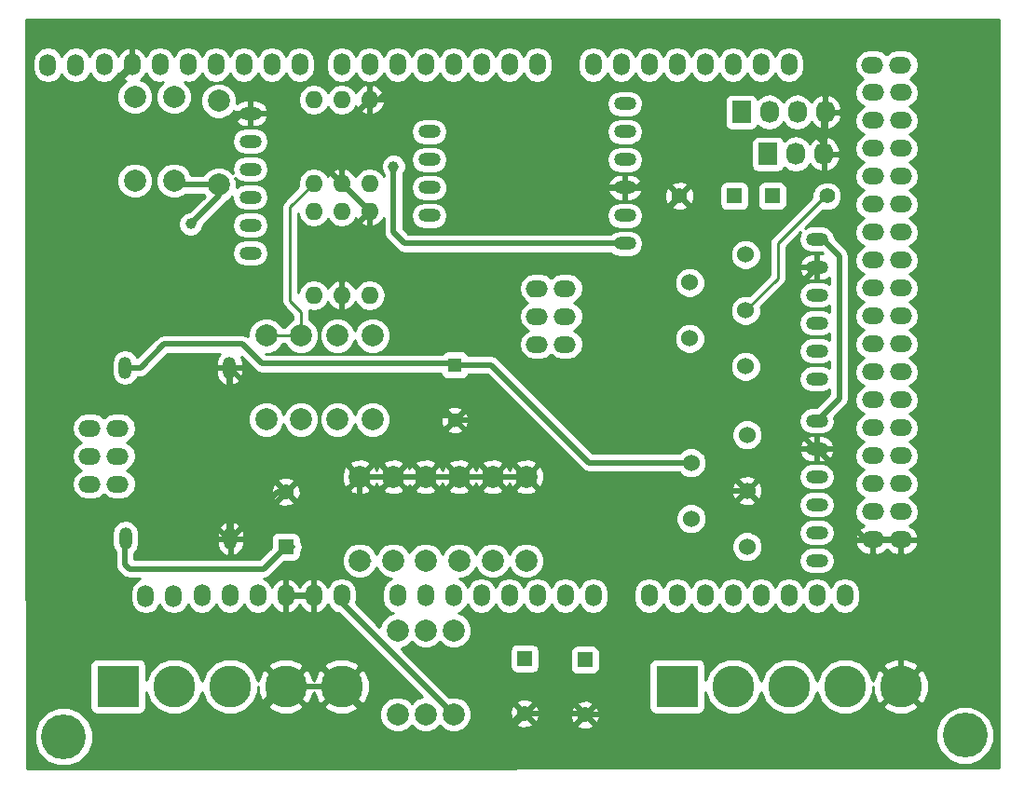
<source format=gbl>
G04 #@! TF.FileFunction,Copper,L2,Bot,Signal*
%FSLAX46Y46*%
G04 Gerber Fmt 4.6, Leading zero omitted, Abs format (unit mm)*
G04 Created by KiCad (PCBNEW 4.0.6) date Thursday, 23 November 2017 'AMt' 10:57:14*
%MOMM*%
%LPD*%
G01*
G04 APERTURE LIST*
%ADD10C,0.100000*%
%ADD11R,1.300000X1.300000*%
%ADD12C,1.300000*%
%ADD13R,1.400000X1.400000*%
%ADD14C,1.400000*%
%ADD15O,1.600000X1.600000*%
%ADD16C,3.810000*%
%ADD17R,3.810000X3.810000*%
%ADD18C,1.524000*%
%ADD19C,1.998980*%
%ADD20O,2.000000X1.200000*%
%ADD21C,4.064000*%
%ADD22O,1.200000X2.000000*%
%ADD23O,2.000000X1.500000*%
%ADD24O,1.500000X2.000000*%
%ADD25O,2.000000X1.524000*%
%ADD26O,1.524000X2.000000*%
%ADD27R,1.727200X2.032000*%
%ADD28O,1.727200X2.032000*%
%ADD29C,1.000000*%
%ADD30C,0.500000*%
%ADD31C,0.250000*%
%ADD32C,0.254000*%
G04 APERTURE END LIST*
D10*
D11*
X129667000Y-77470000D03*
D12*
X129667000Y-82470000D03*
D13*
X114300000Y-93980000D03*
D14*
X114300000Y-88980000D03*
D13*
X158496000Y-62103000D03*
D14*
X163496000Y-62103000D03*
D13*
X155067000Y-62103000D03*
D14*
X150067000Y-62103000D03*
D15*
X116840000Y-71120000D03*
X119380000Y-71120000D03*
X121920000Y-71120000D03*
X121920000Y-63500000D03*
X119380000Y-63500000D03*
X116840000Y-63500000D03*
X116840000Y-60960000D03*
X119380000Y-60960000D03*
X121920000Y-60960000D03*
X121920000Y-53340000D03*
X119380000Y-53340000D03*
X116840000Y-53340000D03*
D16*
X154940000Y-106680000D03*
X160020000Y-106680000D03*
D17*
X149860000Y-106680000D03*
D16*
X165100000Y-106680000D03*
X170180000Y-106680000D03*
X104140000Y-106680000D03*
X109220000Y-106680000D03*
D17*
X99060000Y-106680000D03*
D16*
X114300000Y-106680000D03*
X119380000Y-106680000D03*
D18*
X156210000Y-93980000D03*
X151130000Y-91440000D03*
X156210000Y-88900000D03*
X151130000Y-86360000D03*
X156210000Y-83820000D03*
X156083000Y-77597000D03*
X151003000Y-75057000D03*
X156083000Y-72517000D03*
X151003000Y-69977000D03*
X156083000Y-67437000D03*
D19*
X129540000Y-101600000D03*
X129540000Y-109220000D03*
X133096000Y-87630000D03*
X133096000Y-95250000D03*
X127000000Y-101600000D03*
X127000000Y-109220000D03*
X127000000Y-87630000D03*
X127000000Y-95250000D03*
X124460000Y-101600000D03*
X124460000Y-109220000D03*
X124079000Y-87630000D03*
X124079000Y-95250000D03*
X118999000Y-74803000D03*
X118999000Y-82423000D03*
X115697000Y-74803000D03*
X115697000Y-82423000D03*
X104140000Y-60706000D03*
X104140000Y-53086000D03*
X108204000Y-61087000D03*
X108204000Y-53467000D03*
D20*
X111090000Y-54600000D03*
X111090000Y-57140000D03*
X111090000Y-59680000D03*
X111090000Y-62220000D03*
X111090000Y-64760000D03*
X111090000Y-67300000D03*
X162560000Y-95250000D03*
X162560000Y-92710000D03*
X162560000Y-90170000D03*
X162560000Y-87630000D03*
X162560000Y-85090000D03*
X162560000Y-82550000D03*
X162560000Y-78740000D03*
X162560000Y-76200000D03*
X162560000Y-73660000D03*
X162560000Y-71120000D03*
X162560000Y-68580000D03*
X162560000Y-66040000D03*
D19*
X136144000Y-87630000D03*
X136144000Y-95250000D03*
X130048000Y-87630000D03*
X130048000Y-95250000D03*
X121031000Y-87630000D03*
X121031000Y-95250000D03*
D13*
X141478000Y-104267000D03*
D14*
X141478000Y-109267000D03*
D13*
X136017000Y-104140000D03*
D14*
X136017000Y-109140000D03*
D19*
X122174000Y-74803000D03*
X122174000Y-82423000D03*
X112522000Y-74803000D03*
X112522000Y-82423000D03*
D21*
X94107000Y-111252000D03*
X176022000Y-111125000D03*
D22*
X99695000Y-77718000D03*
X109195000Y-77718000D03*
X99740000Y-93238000D03*
X109265000Y-93238000D03*
D20*
X145126000Y-53711000D03*
X127346000Y-56251000D03*
X127346000Y-58791000D03*
X127346000Y-61331000D03*
X127346000Y-63871000D03*
X145126000Y-56251000D03*
X145126000Y-58791000D03*
X145126000Y-61331000D03*
X145126000Y-63871000D03*
X145126000Y-66411000D03*
D23*
X170180000Y-93345000D03*
X170180000Y-90805000D03*
X170180000Y-88265000D03*
X170180000Y-85725000D03*
X170180000Y-83185000D03*
X170180000Y-80645000D03*
X170180000Y-78105000D03*
X170180000Y-57785000D03*
X170180000Y-60325000D03*
X170180000Y-62865000D03*
X170180000Y-65405000D03*
X170180000Y-67945000D03*
X170180000Y-70485000D03*
X170180000Y-73025000D03*
X170180000Y-75565000D03*
X170180000Y-55245000D03*
X170180000Y-52705000D03*
X167640000Y-52705000D03*
X167640000Y-55245000D03*
X167640000Y-75565000D03*
X167640000Y-73025000D03*
X167640000Y-70485000D03*
X167640000Y-67945000D03*
X167640000Y-65405000D03*
X167640000Y-62865000D03*
X167640000Y-60325000D03*
X167640000Y-57785000D03*
X167640000Y-78105000D03*
X167640000Y-80645000D03*
X167640000Y-83185000D03*
X167640000Y-85725000D03*
X167640000Y-88265000D03*
X167640000Y-90805000D03*
X167640000Y-93345000D03*
D24*
X97790000Y-50165000D03*
X100330000Y-50165000D03*
X102870000Y-50165000D03*
X106680000Y-98425000D03*
X105410000Y-50165000D03*
X109220000Y-98425000D03*
X107950000Y-50165000D03*
X111760000Y-98425000D03*
X110490000Y-50165000D03*
X114300000Y-98425000D03*
X113030000Y-50165000D03*
X116840000Y-98425000D03*
X115570000Y-50165000D03*
X119380000Y-98425000D03*
X119380000Y-50165000D03*
X124460000Y-98425000D03*
X121920000Y-50165000D03*
X127000000Y-98425000D03*
X124460000Y-50165000D03*
X129540000Y-98425000D03*
X127000000Y-50165000D03*
X132080000Y-98425000D03*
X129540000Y-50165000D03*
X134620000Y-98425000D03*
X132080000Y-50165000D03*
X137160000Y-98425000D03*
X134620000Y-50165000D03*
X139700000Y-98425000D03*
X137160000Y-50165000D03*
X142240000Y-98425000D03*
X142240000Y-50165000D03*
X147320000Y-98425000D03*
X144780000Y-50165000D03*
X149860000Y-98425000D03*
X147320000Y-50165000D03*
X152400000Y-98425000D03*
X149860000Y-50165000D03*
X154940000Y-98425000D03*
X152400000Y-50165000D03*
X157480000Y-98425000D03*
X154940000Y-50165000D03*
X160020000Y-98425000D03*
X157480000Y-50165000D03*
X162560000Y-98425000D03*
X160020000Y-50165000D03*
X165100000Y-98425000D03*
D25*
X139690000Y-70520000D03*
X137150000Y-70520000D03*
X137150000Y-73060000D03*
X139690000Y-73060000D03*
X137150000Y-75600000D03*
X139690000Y-75600000D03*
X99050000Y-88300000D03*
X96510000Y-88300000D03*
X96510000Y-85760000D03*
X99050000Y-85760000D03*
X99050000Y-83220000D03*
X96510000Y-83220000D03*
D26*
X95240000Y-50200000D03*
X92700000Y-50200000D03*
D25*
X167630000Y-50200000D03*
X170170000Y-50200000D03*
D24*
X104130000Y-98460000D03*
X101590000Y-98460000D03*
D27*
X158115000Y-58293000D03*
D28*
X160655000Y-58293000D03*
X163195000Y-58293000D03*
D27*
X155702000Y-54483000D03*
D28*
X158242000Y-54483000D03*
X160782000Y-54483000D03*
X163322000Y-54483000D03*
D19*
X100584000Y-53086000D03*
X100584000Y-60706000D03*
D29*
X124079000Y-59436000D03*
X105664000Y-64643000D03*
D30*
X129667000Y-77470000D02*
X132969000Y-77470000D01*
X141859000Y-86360000D02*
X151130000Y-86360000D01*
X132969000Y-77470000D02*
X141859000Y-86360000D01*
X128016000Y-77343000D02*
X129540000Y-77343000D01*
X129540000Y-77343000D02*
X129667000Y-77470000D01*
X99695000Y-77718000D02*
X101098000Y-77718000D01*
X112141000Y-77343000D02*
X128016000Y-77343000D01*
X128016000Y-77343000D02*
X128143000Y-77343000D01*
X110363000Y-75565000D02*
X112141000Y-77343000D01*
X103251000Y-75565000D02*
X110363000Y-75565000D01*
X101098000Y-77718000D02*
X103251000Y-75565000D01*
X163195000Y-58293000D02*
X163195000Y-54610000D01*
X163195000Y-54610000D02*
X163322000Y-54483000D01*
X145126000Y-61331000D02*
X146314000Y-61331000D01*
X162433000Y-56515000D02*
X163195000Y-57277000D01*
X151130000Y-56515000D02*
X162433000Y-56515000D01*
X146314000Y-61331000D02*
X151130000Y-56515000D01*
X163195000Y-57277000D02*
X163195000Y-58293000D01*
X137795000Y-54229000D02*
X137795000Y-56896000D01*
X142230000Y-61331000D02*
X145126000Y-61331000D01*
X137795000Y-56896000D02*
X142230000Y-61331000D01*
X94107000Y-57531000D02*
X94107000Y-56388000D01*
X94107000Y-56388000D02*
X100330000Y-50165000D01*
X100330000Y-50165000D02*
X100330000Y-50419000D01*
X100330000Y-50419000D02*
X98425000Y-52324000D01*
X98425000Y-52324000D02*
X98425000Y-54864000D01*
X98425000Y-54864000D02*
X99441000Y-55880000D01*
X99441000Y-55880000D02*
X108966000Y-55880000D01*
X108966000Y-55880000D02*
X110246000Y-54600000D01*
X110246000Y-54600000D02*
X111090000Y-54600000D01*
X96012000Y-93091000D02*
X96012000Y-92075000D01*
X94107000Y-90170000D02*
X94107000Y-57531000D01*
X94107000Y-57531000D02*
X94107000Y-57404000D01*
X96012000Y-92075000D02*
X94107000Y-90170000D01*
X129667000Y-82470000D02*
X135683000Y-82470000D01*
X142113000Y-88900000D02*
X156210000Y-88900000D01*
X135683000Y-82470000D02*
X142113000Y-88900000D01*
X123872000Y-80819000D02*
X125095000Y-82042000D01*
X123872000Y-80819000D02*
X122682000Y-79629000D01*
X122682000Y-79629000D02*
X111106000Y-79629000D01*
X109195000Y-77718000D02*
X111106000Y-79629000D01*
X125095000Y-82042000D02*
X129239000Y-82042000D01*
X129239000Y-82042000D02*
X129667000Y-82470000D01*
X137719000Y-53289000D02*
X137719000Y-53924000D01*
X109195000Y-77718000D02*
X109195000Y-93168000D01*
X109195000Y-93168000D02*
X109265000Y-93238000D01*
X121920000Y-53340000D02*
X122809000Y-53340000D01*
X136881000Y-52451000D02*
X137719000Y-53289000D01*
X137719000Y-53289000D02*
X137770000Y-53340000D01*
X123698000Y-52451000D02*
X136881000Y-52451000D01*
X122809000Y-53340000D02*
X123698000Y-52451000D01*
X150067000Y-62103000D02*
X150067000Y-62277000D01*
X150067000Y-62277000D02*
X148717000Y-63627000D01*
X141478000Y-109267000D02*
X144065000Y-109267000D01*
X164084000Y-112776000D02*
X170180000Y-106680000D01*
X147574000Y-112776000D02*
X164084000Y-112776000D01*
X144065000Y-109267000D02*
X147574000Y-112776000D01*
X136017000Y-109140000D02*
X141351000Y-109140000D01*
X141351000Y-109140000D02*
X141478000Y-109267000D01*
X125158500Y-112712500D02*
X132143500Y-112712500D01*
X132143500Y-112712500D02*
X135716000Y-109140000D01*
X135716000Y-109140000D02*
X136017000Y-109140000D01*
X111090000Y-54600000D02*
X110246000Y-54600000D01*
X148590000Y-81280000D02*
X156210000Y-88900000D01*
X148590000Y-63580000D02*
X148590000Y-81280000D01*
X121031000Y-87630000D02*
X121031000Y-92329000D01*
X116840000Y-96520000D02*
X116840000Y-98425000D01*
X121031000Y-92329000D02*
X116840000Y-96520000D01*
X124079000Y-87630000D02*
X121031000Y-87630000D01*
X127000000Y-87630000D02*
X124079000Y-87630000D01*
X130048000Y-87630000D02*
X127000000Y-87630000D01*
X133096000Y-87630000D02*
X130048000Y-87630000D01*
X136144000Y-87630000D02*
X133096000Y-87630000D01*
X111090000Y-54600000D02*
X113020000Y-54600000D01*
X113020000Y-54600000D02*
X119380000Y-60960000D01*
X119380000Y-71120000D02*
X119380000Y-66040000D01*
X119380000Y-66040000D02*
X121920000Y-63500000D01*
X162560000Y-85090000D02*
X162433000Y-85090000D01*
X162433000Y-85090000D02*
X160782000Y-83439000D01*
X160782000Y-70358000D02*
X162560000Y-68580000D01*
X160782000Y-83439000D02*
X160782000Y-70358000D01*
X167640000Y-93345000D02*
X167005000Y-93345000D01*
X167005000Y-93345000D02*
X165735000Y-92075000D01*
X164338000Y-86868000D02*
X162560000Y-85090000D01*
X164338000Y-88138000D02*
X164338000Y-86868000D01*
X165735000Y-89535000D02*
X164338000Y-88138000D01*
X165735000Y-92075000D02*
X165735000Y-89535000D01*
X162560000Y-68580000D02*
X162306000Y-68580000D01*
X156210000Y-88900000D02*
X156337000Y-88900000D01*
X119380000Y-60960000D02*
X121920000Y-63500000D01*
X119380000Y-60960000D02*
X119380000Y-55880000D01*
X119380000Y-55880000D02*
X121920000Y-53340000D01*
X170180000Y-106680000D02*
X170180000Y-93345000D01*
X116840000Y-98425000D02*
X116840000Y-91520000D01*
X116840000Y-91520000D02*
X114300000Y-88980000D01*
X119380000Y-106680000D02*
X119380000Y-106934000D01*
X119380000Y-106934000D02*
X125158500Y-112712500D01*
X125158500Y-112712500D02*
X125222000Y-112776000D01*
X114300000Y-106680000D02*
X113792000Y-106680000D01*
X113792000Y-106680000D02*
X110236000Y-110236000D01*
X110236000Y-110236000D02*
X97282000Y-110236000D01*
X97282000Y-110236000D02*
X96012000Y-108966000D01*
X96012000Y-108966000D02*
X96012000Y-93091000D01*
X96012000Y-93091000D02*
X96012000Y-92964000D01*
X96012000Y-92964000D02*
X97790000Y-91186000D01*
X107016000Y-91186000D02*
X109210000Y-93380000D01*
X97790000Y-91186000D02*
X107016000Y-91186000D01*
X114300000Y-88980000D02*
X113610000Y-88980000D01*
X113610000Y-88980000D02*
X109210000Y-93380000D01*
X124460000Y-87630000D02*
X124460000Y-87627980D01*
X116840000Y-98425000D02*
X114300000Y-98425000D01*
X119380000Y-106680000D02*
X114300000Y-106680000D01*
X167640000Y-93345000D02*
X170180000Y-93345000D01*
X119380000Y-98425000D02*
X119380000Y-99060000D01*
X119380000Y-99060000D02*
X129540000Y-109220000D01*
X114300000Y-93980000D02*
X114935000Y-93980000D01*
X99685000Y-93380000D02*
X99685000Y-95621000D01*
X100076000Y-96012000D02*
X112268000Y-96012000D01*
X99685000Y-95621000D02*
X100076000Y-96012000D01*
X112268000Y-96012000D02*
X114300000Y-93980000D01*
X149860000Y-106680000D02*
X148590000Y-106680000D01*
D31*
X129542020Y-95250000D02*
X129542540Y-95250520D01*
X121923060Y-95250000D02*
X121922540Y-95250520D01*
X115697000Y-74803000D02*
X115697000Y-72644000D01*
X114681000Y-63119000D02*
X116840000Y-60960000D01*
X114681000Y-71628000D02*
X114681000Y-63119000D01*
X115697000Y-72644000D02*
X114681000Y-71628000D01*
X112522000Y-74803000D02*
X115697000Y-74803000D01*
X160020000Y-106680000D02*
X159512000Y-106680000D01*
D30*
X124079000Y-59436000D02*
X124079000Y-65405000D01*
X125085000Y-66411000D02*
X145126000Y-66411000D01*
X124079000Y-65405000D02*
X125085000Y-66411000D01*
X108204000Y-61087000D02*
X104521000Y-61087000D01*
X104521000Y-61087000D02*
X104140000Y-60706000D01*
X108204000Y-61087000D02*
X108204000Y-62103000D01*
X108204000Y-62103000D02*
X105664000Y-64643000D01*
X162560000Y-66040000D02*
X163068000Y-66040000D01*
X163068000Y-66040000D02*
X164592000Y-67564000D01*
X164592000Y-80518000D02*
X162560000Y-82550000D01*
X164592000Y-67564000D02*
X164592000Y-80518000D01*
X162550000Y-66030000D02*
X162560000Y-66040000D01*
D31*
X170180000Y-90805000D02*
X170307000Y-90805000D01*
X145243000Y-58674000D02*
X145126000Y-58791000D01*
X162560000Y-90170000D02*
X163068000Y-90170000D01*
X111090000Y-59680000D02*
X111090000Y-59782000D01*
X136550000Y-71120000D02*
X137150000Y-70520000D01*
X111090000Y-64760000D02*
X111750000Y-64760000D01*
X111090000Y-62220000D02*
X111090000Y-62576000D01*
X157480000Y-98425000D02*
X157480000Y-98552000D01*
X163496000Y-62103000D02*
X163322000Y-62103000D01*
X163322000Y-62103000D02*
X159004000Y-66421000D01*
X159004000Y-69596000D02*
X156083000Y-72517000D01*
X159004000Y-66421000D02*
X159004000Y-69596000D01*
X163496000Y-62103000D02*
X162814000Y-62103000D01*
X163496000Y-62103000D02*
X163496000Y-61642000D01*
D32*
G36*
X179070000Y-114046182D02*
X90804529Y-114172818D01*
X90795651Y-111780172D01*
X91439538Y-111780172D01*
X91844709Y-112760761D01*
X92594293Y-113511655D01*
X93574173Y-113918536D01*
X94635172Y-113919462D01*
X95615761Y-113514291D01*
X96366655Y-112764707D01*
X96773536Y-111784827D01*
X96773650Y-111653172D01*
X173354538Y-111653172D01*
X173759709Y-112633761D01*
X174509293Y-113384655D01*
X175489173Y-113791536D01*
X176550172Y-113792462D01*
X177530761Y-113387291D01*
X178281655Y-112637707D01*
X178688536Y-111657827D01*
X178689462Y-110596828D01*
X178284291Y-109616239D01*
X177534707Y-108865345D01*
X176554827Y-108458464D01*
X175493828Y-108457538D01*
X174513239Y-108862709D01*
X173762345Y-109612293D01*
X173355464Y-110592173D01*
X173354538Y-111653172D01*
X96773650Y-111653172D01*
X96774462Y-110723828D01*
X96369291Y-109743239D01*
X95619707Y-108992345D01*
X94639827Y-108585464D01*
X93578828Y-108584538D01*
X92598239Y-108989709D01*
X91847345Y-109739293D01*
X91440464Y-110719173D01*
X91439538Y-111780172D01*
X90795651Y-111780172D01*
X90769658Y-104775000D01*
X96507560Y-104775000D01*
X96507560Y-108585000D01*
X96551838Y-108820317D01*
X96690910Y-109036441D01*
X96903110Y-109181431D01*
X97155000Y-109232440D01*
X100965000Y-109232440D01*
X101200317Y-109188162D01*
X101416441Y-109049090D01*
X101561431Y-108836890D01*
X101612440Y-108585000D01*
X101612440Y-107214193D01*
X101985437Y-108116915D01*
X102699327Y-108832052D01*
X103632546Y-109219559D01*
X104643021Y-109220440D01*
X105576915Y-108834563D01*
X106292052Y-108120673D01*
X106679559Y-107187454D01*
X106679563Y-107183028D01*
X107065437Y-108116915D01*
X107779327Y-108832052D01*
X108712546Y-109219559D01*
X109723021Y-109220440D01*
X110656915Y-108834563D01*
X111005646Y-108486440D01*
X112673165Y-108486440D01*
X112882353Y-108847289D01*
X113819650Y-109224824D01*
X114830077Y-109214933D01*
X115717647Y-108847289D01*
X115926835Y-108486440D01*
X117753165Y-108486440D01*
X117962353Y-108847289D01*
X118899650Y-109224824D01*
X119910077Y-109214933D01*
X120797647Y-108847289D01*
X121006835Y-108486440D01*
X119380000Y-106859605D01*
X117753165Y-108486440D01*
X115926835Y-108486440D01*
X114300000Y-106859605D01*
X112673165Y-108486440D01*
X111005646Y-108486440D01*
X111372052Y-108120673D01*
X111759559Y-107187454D01*
X111759991Y-106691568D01*
X111765067Y-107210077D01*
X112132711Y-108097647D01*
X112493560Y-108306835D01*
X114120395Y-106680000D01*
X114479605Y-106680000D01*
X116106440Y-108306835D01*
X116467289Y-108097647D01*
X116844586Y-107160941D01*
X116845067Y-107210077D01*
X117212711Y-108097647D01*
X117573560Y-108306835D01*
X119200395Y-106680000D01*
X119559605Y-106680000D01*
X121186440Y-108306835D01*
X121547289Y-108097647D01*
X121924824Y-107160350D01*
X121914933Y-106149923D01*
X121547289Y-105262353D01*
X121186440Y-105053165D01*
X119559605Y-106680000D01*
X119200395Y-106680000D01*
X117573560Y-105053165D01*
X117212711Y-105262353D01*
X116835414Y-106199059D01*
X116834933Y-106149923D01*
X116467289Y-105262353D01*
X116106440Y-105053165D01*
X114479605Y-106680000D01*
X114120395Y-106680000D01*
X112493560Y-105053165D01*
X112132711Y-105262353D01*
X111760432Y-106186602D01*
X111760440Y-106176979D01*
X111374563Y-105243085D01*
X111005683Y-104873560D01*
X112673165Y-104873560D01*
X114300000Y-106500395D01*
X115926835Y-104873560D01*
X117753165Y-104873560D01*
X119380000Y-106500395D01*
X121006835Y-104873560D01*
X120797647Y-104512711D01*
X119860350Y-104135176D01*
X118849923Y-104145067D01*
X117962353Y-104512711D01*
X117753165Y-104873560D01*
X115926835Y-104873560D01*
X115717647Y-104512711D01*
X114780350Y-104135176D01*
X113769923Y-104145067D01*
X112882353Y-104512711D01*
X112673165Y-104873560D01*
X111005683Y-104873560D01*
X110660673Y-104527948D01*
X109727454Y-104140441D01*
X108716979Y-104139560D01*
X107783085Y-104525437D01*
X107067948Y-105239327D01*
X106680441Y-106172546D01*
X106680437Y-106176972D01*
X106294563Y-105243085D01*
X105580673Y-104527948D01*
X104647454Y-104140441D01*
X103636979Y-104139560D01*
X102703085Y-104525437D01*
X101987948Y-105239327D01*
X101612440Y-106143649D01*
X101612440Y-104775000D01*
X101568162Y-104539683D01*
X101429090Y-104323559D01*
X101216890Y-104178569D01*
X100965000Y-104127560D01*
X97155000Y-104127560D01*
X96919683Y-104171838D01*
X96703559Y-104310910D01*
X96558569Y-104523110D01*
X96507560Y-104775000D01*
X90769658Y-104775000D01*
X90725247Y-92805968D01*
X98505000Y-92805968D01*
X98505000Y-93670032D01*
X98599009Y-94142646D01*
X98800000Y-94443451D01*
X98800000Y-95620995D01*
X98799999Y-95621000D01*
X98856190Y-95903484D01*
X98867367Y-95959675D01*
X98976682Y-96123277D01*
X99059210Y-96246790D01*
X99450208Y-96637787D01*
X99450210Y-96637790D01*
X99630070Y-96757968D01*
X99737326Y-96829634D01*
X100076000Y-96897001D01*
X100076005Y-96897000D01*
X101066996Y-96897000D01*
X101059983Y-96898395D01*
X100610657Y-97198625D01*
X100310427Y-97647951D01*
X100205000Y-98177968D01*
X100205000Y-98742032D01*
X100310427Y-99272049D01*
X100610657Y-99721375D01*
X101059983Y-100021605D01*
X101590000Y-100127032D01*
X102120017Y-100021605D01*
X102569343Y-99721375D01*
X102860000Y-99286376D01*
X103150657Y-99721375D01*
X103599983Y-100021605D01*
X104130000Y-100127032D01*
X104660017Y-100021605D01*
X105109343Y-99721375D01*
X105409573Y-99272049D01*
X105412840Y-99255626D01*
X105700657Y-99686375D01*
X106149983Y-99986605D01*
X106680000Y-100092032D01*
X107210017Y-99986605D01*
X107659343Y-99686375D01*
X107950000Y-99251376D01*
X108240657Y-99686375D01*
X108689983Y-99986605D01*
X109220000Y-100092032D01*
X109750017Y-99986605D01*
X110199343Y-99686375D01*
X110490000Y-99251376D01*
X110780657Y-99686375D01*
X111229983Y-99986605D01*
X111760000Y-100092032D01*
X112290017Y-99986605D01*
X112739343Y-99686375D01*
X113035489Y-99243161D01*
X113050036Y-99296721D01*
X113383106Y-99727736D01*
X113855765Y-99998481D01*
X113958815Y-100017318D01*
X114173000Y-99894656D01*
X114173000Y-98552000D01*
X114427000Y-98552000D01*
X114427000Y-99894656D01*
X114641185Y-100017318D01*
X114744235Y-99998481D01*
X115216894Y-99727736D01*
X115549964Y-99296721D01*
X115570000Y-99222953D01*
X115590036Y-99296721D01*
X115923106Y-99727736D01*
X116395765Y-99998481D01*
X116498815Y-100017318D01*
X116713000Y-99894656D01*
X116713000Y-98552000D01*
X115608132Y-98552000D01*
X115570000Y-98603924D01*
X115531868Y-98552000D01*
X114427000Y-98552000D01*
X114173000Y-98552000D01*
X114153000Y-98552000D01*
X114153000Y-98298000D01*
X114173000Y-98298000D01*
X114173000Y-96955344D01*
X114427000Y-96955344D01*
X114427000Y-98298000D01*
X115531868Y-98298000D01*
X115570000Y-98246076D01*
X115608132Y-98298000D01*
X116713000Y-98298000D01*
X116713000Y-96955344D01*
X116967000Y-96955344D01*
X116967000Y-98298000D01*
X116987000Y-98298000D01*
X116987000Y-98552000D01*
X116967000Y-98552000D01*
X116967000Y-99894656D01*
X117181185Y-100017318D01*
X117284235Y-99998481D01*
X117756894Y-99727736D01*
X118089964Y-99296721D01*
X118104511Y-99243161D01*
X118400657Y-99686375D01*
X118849983Y-99986605D01*
X119105938Y-100037518D01*
X126660272Y-107591851D01*
X126075345Y-107833538D01*
X125729801Y-108178480D01*
X125387073Y-107835154D01*
X124786547Y-107585794D01*
X124136306Y-107585226D01*
X123535345Y-107833538D01*
X123075154Y-108292927D01*
X122825794Y-108893453D01*
X122825226Y-109543694D01*
X123073538Y-110144655D01*
X123532927Y-110604846D01*
X124133453Y-110854206D01*
X124783694Y-110854774D01*
X125384655Y-110606462D01*
X125730199Y-110261520D01*
X126072927Y-110604846D01*
X126673453Y-110854206D01*
X127323694Y-110854774D01*
X127924655Y-110606462D01*
X128270199Y-110261520D01*
X128612927Y-110604846D01*
X129213453Y-110854206D01*
X129863694Y-110854774D01*
X130464655Y-110606462D01*
X130924846Y-110147073D01*
X130954659Y-110075275D01*
X135261331Y-110075275D01*
X135323169Y-110311042D01*
X135824122Y-110487419D01*
X136354440Y-110458664D01*
X136710831Y-110311042D01*
X136739358Y-110202275D01*
X140722331Y-110202275D01*
X140784169Y-110438042D01*
X141285122Y-110614419D01*
X141815440Y-110585664D01*
X142171831Y-110438042D01*
X142233669Y-110202275D01*
X141478000Y-109446605D01*
X140722331Y-110202275D01*
X136739358Y-110202275D01*
X136772669Y-110075275D01*
X136017000Y-109319605D01*
X135261331Y-110075275D01*
X130954659Y-110075275D01*
X131174206Y-109546547D01*
X131174729Y-108947122D01*
X134669581Y-108947122D01*
X134698336Y-109477440D01*
X134845958Y-109833831D01*
X135081725Y-109895669D01*
X135837395Y-109140000D01*
X136196605Y-109140000D01*
X136952275Y-109895669D01*
X137188042Y-109833831D01*
X137364419Y-109332878D01*
X137350389Y-109074122D01*
X140130581Y-109074122D01*
X140159336Y-109604440D01*
X140306958Y-109960831D01*
X140542725Y-110022669D01*
X141298395Y-109267000D01*
X141657605Y-109267000D01*
X142413275Y-110022669D01*
X142649042Y-109960831D01*
X142825419Y-109459878D01*
X142796664Y-108929560D01*
X142649042Y-108573169D01*
X142413275Y-108511331D01*
X141657605Y-109267000D01*
X141298395Y-109267000D01*
X140542725Y-108511331D01*
X140306958Y-108573169D01*
X140130581Y-109074122D01*
X137350389Y-109074122D01*
X137335664Y-108802560D01*
X137188042Y-108446169D01*
X136952275Y-108384331D01*
X136196605Y-109140000D01*
X135837395Y-109140000D01*
X135081725Y-108384331D01*
X134845958Y-108446169D01*
X134669581Y-108947122D01*
X131174729Y-108947122D01*
X131174774Y-108896306D01*
X130926462Y-108295345D01*
X130836000Y-108204725D01*
X135261331Y-108204725D01*
X136017000Y-108960395D01*
X136645669Y-108331725D01*
X140722331Y-108331725D01*
X141478000Y-109087395D01*
X142233669Y-108331725D01*
X142171831Y-108095958D01*
X141670878Y-107919581D01*
X141140560Y-107948336D01*
X140784169Y-108095958D01*
X140722331Y-108331725D01*
X136645669Y-108331725D01*
X136772669Y-108204725D01*
X136710831Y-107968958D01*
X136209878Y-107792581D01*
X135679560Y-107821336D01*
X135323169Y-107968958D01*
X135261331Y-108204725D01*
X130836000Y-108204725D01*
X130467073Y-107835154D01*
X129866547Y-107585794D01*
X129216306Y-107585226D01*
X129174202Y-107602623D01*
X125011579Y-103440000D01*
X134669560Y-103440000D01*
X134669560Y-104840000D01*
X134713838Y-105075317D01*
X134852910Y-105291441D01*
X135065110Y-105436431D01*
X135317000Y-105487440D01*
X136717000Y-105487440D01*
X136952317Y-105443162D01*
X137168441Y-105304090D01*
X137313431Y-105091890D01*
X137364440Y-104840000D01*
X137364440Y-103567000D01*
X140130560Y-103567000D01*
X140130560Y-104967000D01*
X140174838Y-105202317D01*
X140313910Y-105418441D01*
X140526110Y-105563431D01*
X140778000Y-105614440D01*
X142178000Y-105614440D01*
X142413317Y-105570162D01*
X142629441Y-105431090D01*
X142774431Y-105218890D01*
X142825440Y-104967000D01*
X142825440Y-104775000D01*
X147307560Y-104775000D01*
X147307560Y-108585000D01*
X147351838Y-108820317D01*
X147490910Y-109036441D01*
X147703110Y-109181431D01*
X147955000Y-109232440D01*
X151765000Y-109232440D01*
X152000317Y-109188162D01*
X152216441Y-109049090D01*
X152361431Y-108836890D01*
X152412440Y-108585000D01*
X152412440Y-107214193D01*
X152785437Y-108116915D01*
X153499327Y-108832052D01*
X154432546Y-109219559D01*
X155443021Y-109220440D01*
X156376915Y-108834563D01*
X157092052Y-108120673D01*
X157479559Y-107187454D01*
X157479563Y-107183028D01*
X157865437Y-108116915D01*
X158579327Y-108832052D01*
X159512546Y-109219559D01*
X160523021Y-109220440D01*
X161456915Y-108834563D01*
X162172052Y-108120673D01*
X162559559Y-107187454D01*
X162559563Y-107183028D01*
X162945437Y-108116915D01*
X163659327Y-108832052D01*
X164592546Y-109219559D01*
X165603021Y-109220440D01*
X166536915Y-108834563D01*
X166885646Y-108486440D01*
X168553165Y-108486440D01*
X168762353Y-108847289D01*
X169699650Y-109224824D01*
X170710077Y-109214933D01*
X171597647Y-108847289D01*
X171806835Y-108486440D01*
X170180000Y-106859605D01*
X168553165Y-108486440D01*
X166885646Y-108486440D01*
X167252052Y-108120673D01*
X167639559Y-107187454D01*
X167639991Y-106691568D01*
X167645067Y-107210077D01*
X168012711Y-108097647D01*
X168373560Y-108306835D01*
X170000395Y-106680000D01*
X170359605Y-106680000D01*
X171986440Y-108306835D01*
X172347289Y-108097647D01*
X172724824Y-107160350D01*
X172714933Y-106149923D01*
X172347289Y-105262353D01*
X171986440Y-105053165D01*
X170359605Y-106680000D01*
X170000395Y-106680000D01*
X168373560Y-105053165D01*
X168012711Y-105262353D01*
X167640432Y-106186602D01*
X167640440Y-106176979D01*
X167254563Y-105243085D01*
X166885683Y-104873560D01*
X168553165Y-104873560D01*
X170180000Y-106500395D01*
X171806835Y-104873560D01*
X171597647Y-104512711D01*
X170660350Y-104135176D01*
X169649923Y-104145067D01*
X168762353Y-104512711D01*
X168553165Y-104873560D01*
X166885683Y-104873560D01*
X166540673Y-104527948D01*
X165607454Y-104140441D01*
X164596979Y-104139560D01*
X163663085Y-104525437D01*
X162947948Y-105239327D01*
X162560441Y-106172546D01*
X162560437Y-106176972D01*
X162174563Y-105243085D01*
X161460673Y-104527948D01*
X160527454Y-104140441D01*
X159516979Y-104139560D01*
X158583085Y-104525437D01*
X157867948Y-105239327D01*
X157480441Y-106172546D01*
X157480437Y-106176972D01*
X157094563Y-105243085D01*
X156380673Y-104527948D01*
X155447454Y-104140441D01*
X154436979Y-104139560D01*
X153503085Y-104525437D01*
X152787948Y-105239327D01*
X152412440Y-106143649D01*
X152412440Y-104775000D01*
X152368162Y-104539683D01*
X152229090Y-104323559D01*
X152016890Y-104178569D01*
X151765000Y-104127560D01*
X147955000Y-104127560D01*
X147719683Y-104171838D01*
X147503559Y-104310910D01*
X147358569Y-104523110D01*
X147307560Y-104775000D01*
X142825440Y-104775000D01*
X142825440Y-103567000D01*
X142781162Y-103331683D01*
X142642090Y-103115559D01*
X142429890Y-102970569D01*
X142178000Y-102919560D01*
X140778000Y-102919560D01*
X140542683Y-102963838D01*
X140326559Y-103102910D01*
X140181569Y-103315110D01*
X140130560Y-103567000D01*
X137364440Y-103567000D01*
X137364440Y-103440000D01*
X137320162Y-103204683D01*
X137181090Y-102988559D01*
X136968890Y-102843569D01*
X136717000Y-102792560D01*
X135317000Y-102792560D01*
X135081683Y-102836838D01*
X134865559Y-102975910D01*
X134720569Y-103188110D01*
X134669560Y-103440000D01*
X125011579Y-103440000D01*
X124799728Y-103228149D01*
X125384655Y-102986462D01*
X125730199Y-102641520D01*
X126072927Y-102984846D01*
X126673453Y-103234206D01*
X127323694Y-103234774D01*
X127924655Y-102986462D01*
X128270199Y-102641520D01*
X128612927Y-102984846D01*
X129213453Y-103234206D01*
X129863694Y-103234774D01*
X130464655Y-102986462D01*
X130924846Y-102527073D01*
X131174206Y-101926547D01*
X131174774Y-101276306D01*
X130926462Y-100675345D01*
X130467073Y-100215154D01*
X129966333Y-100007229D01*
X130070017Y-99986605D01*
X130519343Y-99686375D01*
X130810000Y-99251376D01*
X131100657Y-99686375D01*
X131549983Y-99986605D01*
X132080000Y-100092032D01*
X132610017Y-99986605D01*
X133059343Y-99686375D01*
X133350000Y-99251376D01*
X133640657Y-99686375D01*
X134089983Y-99986605D01*
X134620000Y-100092032D01*
X135150017Y-99986605D01*
X135599343Y-99686375D01*
X135890000Y-99251376D01*
X136180657Y-99686375D01*
X136629983Y-99986605D01*
X137160000Y-100092032D01*
X137690017Y-99986605D01*
X138139343Y-99686375D01*
X138430000Y-99251376D01*
X138720657Y-99686375D01*
X139169983Y-99986605D01*
X139700000Y-100092032D01*
X140230017Y-99986605D01*
X140679343Y-99686375D01*
X140970000Y-99251376D01*
X141260657Y-99686375D01*
X141709983Y-99986605D01*
X142240000Y-100092032D01*
X142770017Y-99986605D01*
X143219343Y-99686375D01*
X143519573Y-99237049D01*
X143625000Y-98707032D01*
X143625000Y-98142968D01*
X145935000Y-98142968D01*
X145935000Y-98707032D01*
X146040427Y-99237049D01*
X146340657Y-99686375D01*
X146789983Y-99986605D01*
X147320000Y-100092032D01*
X147850017Y-99986605D01*
X148299343Y-99686375D01*
X148590000Y-99251376D01*
X148880657Y-99686375D01*
X149329983Y-99986605D01*
X149860000Y-100092032D01*
X150390017Y-99986605D01*
X150839343Y-99686375D01*
X151130000Y-99251376D01*
X151420657Y-99686375D01*
X151869983Y-99986605D01*
X152400000Y-100092032D01*
X152930017Y-99986605D01*
X153379343Y-99686375D01*
X153670000Y-99251376D01*
X153960657Y-99686375D01*
X154409983Y-99986605D01*
X154940000Y-100092032D01*
X155470017Y-99986605D01*
X155919343Y-99686375D01*
X156210000Y-99251376D01*
X156500657Y-99686375D01*
X156949983Y-99986605D01*
X157480000Y-100092032D01*
X158010017Y-99986605D01*
X158459343Y-99686375D01*
X158750000Y-99251376D01*
X159040657Y-99686375D01*
X159489983Y-99986605D01*
X160020000Y-100092032D01*
X160550017Y-99986605D01*
X160999343Y-99686375D01*
X161290000Y-99251376D01*
X161580657Y-99686375D01*
X162029983Y-99986605D01*
X162560000Y-100092032D01*
X163090017Y-99986605D01*
X163539343Y-99686375D01*
X163830000Y-99251376D01*
X164120657Y-99686375D01*
X164569983Y-99986605D01*
X165100000Y-100092032D01*
X165630017Y-99986605D01*
X166079343Y-99686375D01*
X166379573Y-99237049D01*
X166485000Y-98707032D01*
X166485000Y-98142968D01*
X166379573Y-97612951D01*
X166079343Y-97163625D01*
X165630017Y-96863395D01*
X165100000Y-96757968D01*
X164569983Y-96863395D01*
X164120657Y-97163625D01*
X163830000Y-97598624D01*
X163539343Y-97163625D01*
X163090017Y-96863395D01*
X162560000Y-96757968D01*
X162029983Y-96863395D01*
X161580657Y-97163625D01*
X161290000Y-97598624D01*
X160999343Y-97163625D01*
X160550017Y-96863395D01*
X160020000Y-96757968D01*
X159489983Y-96863395D01*
X159040657Y-97163625D01*
X158750000Y-97598624D01*
X158459343Y-97163625D01*
X158010017Y-96863395D01*
X157480000Y-96757968D01*
X156949983Y-96863395D01*
X156500657Y-97163625D01*
X156210000Y-97598624D01*
X155919343Y-97163625D01*
X155470017Y-96863395D01*
X154940000Y-96757968D01*
X154409983Y-96863395D01*
X153960657Y-97163625D01*
X153670000Y-97598624D01*
X153379343Y-97163625D01*
X152930017Y-96863395D01*
X152400000Y-96757968D01*
X151869983Y-96863395D01*
X151420657Y-97163625D01*
X151130000Y-97598624D01*
X150839343Y-97163625D01*
X150390017Y-96863395D01*
X149860000Y-96757968D01*
X149329983Y-96863395D01*
X148880657Y-97163625D01*
X148590000Y-97598624D01*
X148299343Y-97163625D01*
X147850017Y-96863395D01*
X147320000Y-96757968D01*
X146789983Y-96863395D01*
X146340657Y-97163625D01*
X146040427Y-97612951D01*
X145935000Y-98142968D01*
X143625000Y-98142968D01*
X143519573Y-97612951D01*
X143219343Y-97163625D01*
X142770017Y-96863395D01*
X142240000Y-96757968D01*
X141709983Y-96863395D01*
X141260657Y-97163625D01*
X140970000Y-97598624D01*
X140679343Y-97163625D01*
X140230017Y-96863395D01*
X139700000Y-96757968D01*
X139169983Y-96863395D01*
X138720657Y-97163625D01*
X138430000Y-97598624D01*
X138139343Y-97163625D01*
X137690017Y-96863395D01*
X137160000Y-96757968D01*
X136629983Y-96863395D01*
X136180657Y-97163625D01*
X135890000Y-97598624D01*
X135599343Y-97163625D01*
X135150017Y-96863395D01*
X134620000Y-96757968D01*
X134089983Y-96863395D01*
X133640657Y-97163625D01*
X133350000Y-97598624D01*
X133059343Y-97163625D01*
X132610017Y-96863395D01*
X132080000Y-96757968D01*
X131549983Y-96863395D01*
X131100657Y-97163625D01*
X130810000Y-97598624D01*
X130519343Y-97163625D01*
X130101660Y-96884538D01*
X130371694Y-96884774D01*
X130972655Y-96636462D01*
X131432846Y-96177073D01*
X131572034Y-95841870D01*
X131709538Y-96174655D01*
X132168927Y-96634846D01*
X132769453Y-96884206D01*
X133419694Y-96884774D01*
X134020655Y-96636462D01*
X134480846Y-96177073D01*
X134620034Y-95841870D01*
X134757538Y-96174655D01*
X135216927Y-96634846D01*
X135817453Y-96884206D01*
X136467694Y-96884774D01*
X137068655Y-96636462D01*
X137528846Y-96177073D01*
X137778206Y-95576547D01*
X137778774Y-94926306D01*
X137530462Y-94325345D01*
X137461898Y-94256661D01*
X154812758Y-94256661D01*
X155024990Y-94770303D01*
X155417630Y-95163629D01*
X155930900Y-95376757D01*
X156486661Y-95377242D01*
X156794610Y-95250000D01*
X160892968Y-95250000D01*
X160986977Y-95722614D01*
X161254691Y-96123277D01*
X161655354Y-96390991D01*
X162127968Y-96485000D01*
X162992032Y-96485000D01*
X163464646Y-96390991D01*
X163865309Y-96123277D01*
X164133023Y-95722614D01*
X164227032Y-95250000D01*
X164133023Y-94777386D01*
X163865309Y-94376723D01*
X163464646Y-94109009D01*
X162992032Y-94015000D01*
X162127968Y-94015000D01*
X161655354Y-94109009D01*
X161254691Y-94376723D01*
X160986977Y-94777386D01*
X160892968Y-95250000D01*
X156794610Y-95250000D01*
X157000303Y-95165010D01*
X157393629Y-94772370D01*
X157606757Y-94259100D01*
X157607242Y-93703339D01*
X157395010Y-93189697D01*
X157002370Y-92796371D01*
X156794366Y-92710000D01*
X160892968Y-92710000D01*
X160986977Y-93182614D01*
X161254691Y-93583277D01*
X161655354Y-93850991D01*
X162127968Y-93945000D01*
X162992032Y-93945000D01*
X163464646Y-93850991D01*
X163711296Y-93686185D01*
X166047682Y-93686185D01*
X166066519Y-93789235D01*
X166337264Y-94261894D01*
X166768279Y-94594964D01*
X167293945Y-94737739D01*
X167513000Y-94576868D01*
X167513000Y-93472000D01*
X167767000Y-93472000D01*
X167767000Y-94576868D01*
X167986055Y-94737739D01*
X168511721Y-94594964D01*
X168910000Y-94287191D01*
X169308279Y-94594964D01*
X169833945Y-94737739D01*
X170053000Y-94576868D01*
X170053000Y-93472000D01*
X170307000Y-93472000D01*
X170307000Y-94576868D01*
X170526055Y-94737739D01*
X171051721Y-94594964D01*
X171482736Y-94261894D01*
X171753481Y-93789235D01*
X171772318Y-93686185D01*
X171649656Y-93472000D01*
X170307000Y-93472000D01*
X170053000Y-93472000D01*
X167767000Y-93472000D01*
X167513000Y-93472000D01*
X166170344Y-93472000D01*
X166047682Y-93686185D01*
X163711296Y-93686185D01*
X163865309Y-93583277D01*
X164133023Y-93182614D01*
X164227032Y-92710000D01*
X164133023Y-92237386D01*
X163865309Y-91836723D01*
X163464646Y-91569009D01*
X162992032Y-91475000D01*
X162127968Y-91475000D01*
X161655354Y-91569009D01*
X161254691Y-91836723D01*
X160986977Y-92237386D01*
X160892968Y-92710000D01*
X156794366Y-92710000D01*
X156489100Y-92583243D01*
X155933339Y-92582758D01*
X155419697Y-92794990D01*
X155026371Y-93187630D01*
X154813243Y-93700900D01*
X154812758Y-94256661D01*
X137461898Y-94256661D01*
X137071073Y-93865154D01*
X136470547Y-93615794D01*
X135820306Y-93615226D01*
X135219345Y-93863538D01*
X134759154Y-94322927D01*
X134619966Y-94658130D01*
X134482462Y-94325345D01*
X134023073Y-93865154D01*
X133422547Y-93615794D01*
X132772306Y-93615226D01*
X132171345Y-93863538D01*
X131711154Y-94322927D01*
X131571966Y-94658130D01*
X131434462Y-94325345D01*
X130975073Y-93865154D01*
X130374547Y-93615794D01*
X129724306Y-93615226D01*
X129123345Y-93863538D01*
X128663154Y-94322927D01*
X128523966Y-94658130D01*
X128386462Y-94325345D01*
X127927073Y-93865154D01*
X127326547Y-93615794D01*
X126676306Y-93615226D01*
X126075345Y-93863538D01*
X125615154Y-94322927D01*
X125539623Y-94504827D01*
X125465462Y-94325345D01*
X125006073Y-93865154D01*
X124405547Y-93615794D01*
X123755306Y-93615226D01*
X123154345Y-93863538D01*
X122694154Y-94322927D01*
X122554966Y-94658130D01*
X122417462Y-94325345D01*
X121958073Y-93865154D01*
X121357547Y-93615794D01*
X120707306Y-93615226D01*
X120106345Y-93863538D01*
X119646154Y-94322927D01*
X119396794Y-94923453D01*
X119396226Y-95573694D01*
X119644538Y-96174655D01*
X120103927Y-96634846D01*
X120704453Y-96884206D01*
X121354694Y-96884774D01*
X121955655Y-96636462D01*
X122415846Y-96177073D01*
X122555034Y-95841870D01*
X122692538Y-96174655D01*
X123151927Y-96634846D01*
X123752453Y-96884206D01*
X123898646Y-96884334D01*
X123480657Y-97163625D01*
X123180427Y-97612951D01*
X123075000Y-98142968D01*
X123075000Y-98707032D01*
X123180427Y-99237049D01*
X123480657Y-99686375D01*
X123929983Y-99986605D01*
X124034331Y-100007361D01*
X123535345Y-100213538D01*
X123075154Y-100672927D01*
X122831439Y-101259859D01*
X120684303Y-99112723D01*
X120765000Y-98707032D01*
X120765000Y-98142968D01*
X120659573Y-97612951D01*
X120359343Y-97163625D01*
X119910017Y-96863395D01*
X119380000Y-96757968D01*
X118849983Y-96863395D01*
X118400657Y-97163625D01*
X118104511Y-97606839D01*
X118089964Y-97553279D01*
X117756894Y-97122264D01*
X117284235Y-96851519D01*
X117181185Y-96832682D01*
X116967000Y-96955344D01*
X116713000Y-96955344D01*
X116498815Y-96832682D01*
X116395765Y-96851519D01*
X115923106Y-97122264D01*
X115590036Y-97553279D01*
X115570000Y-97627047D01*
X115549964Y-97553279D01*
X115216894Y-97122264D01*
X114744235Y-96851519D01*
X114641185Y-96832682D01*
X114427000Y-96955344D01*
X114173000Y-96955344D01*
X113958815Y-96832682D01*
X113855765Y-96851519D01*
X113383106Y-97122264D01*
X113050036Y-97553279D01*
X113035489Y-97606839D01*
X112739343Y-97163625D01*
X112323723Y-96885917D01*
X112550484Y-96840810D01*
X112606675Y-96829633D01*
X112893790Y-96637790D01*
X114204139Y-95327440D01*
X115000000Y-95327440D01*
X115235317Y-95283162D01*
X115451441Y-95144090D01*
X115596431Y-94931890D01*
X115647440Y-94680000D01*
X115647440Y-94476108D01*
X115752633Y-94318675D01*
X115820000Y-93980000D01*
X115752633Y-93641325D01*
X115647440Y-93483892D01*
X115647440Y-93280000D01*
X115603162Y-93044683D01*
X115464090Y-92828559D01*
X115251890Y-92683569D01*
X115000000Y-92632560D01*
X113600000Y-92632560D01*
X113364683Y-92676838D01*
X113148559Y-92815910D01*
X113003569Y-93028110D01*
X112952560Y-93280000D01*
X112952560Y-94075861D01*
X111901420Y-95127000D01*
X100570000Y-95127000D01*
X100570000Y-94572226D01*
X100613277Y-94543309D01*
X100880991Y-94142646D01*
X100975000Y-93670032D01*
X100975000Y-93365000D01*
X108030000Y-93365000D01*
X108030000Y-93765000D01*
X108172610Y-94227947D01*
X108481526Y-94601080D01*
X108909719Y-94827592D01*
X108947391Y-94831462D01*
X109138000Y-94706731D01*
X109138000Y-93365000D01*
X109392000Y-93365000D01*
X109392000Y-94706731D01*
X109582609Y-94831462D01*
X109620281Y-94827592D01*
X110048474Y-94601080D01*
X110357390Y-94227947D01*
X110500000Y-93765000D01*
X110500000Y-93365000D01*
X109392000Y-93365000D01*
X109138000Y-93365000D01*
X108030000Y-93365000D01*
X100975000Y-93365000D01*
X100975000Y-92805968D01*
X100956110Y-92711000D01*
X108030000Y-92711000D01*
X108030000Y-93111000D01*
X109138000Y-93111000D01*
X109138000Y-91769269D01*
X109392000Y-91769269D01*
X109392000Y-93111000D01*
X110500000Y-93111000D01*
X110500000Y-92711000D01*
X110357390Y-92248053D01*
X110048474Y-91874920D01*
X109749305Y-91716661D01*
X149732758Y-91716661D01*
X149944990Y-92230303D01*
X150337630Y-92623629D01*
X150850900Y-92836757D01*
X151406661Y-92837242D01*
X151920303Y-92625010D01*
X152313629Y-92232370D01*
X152526757Y-91719100D01*
X152527242Y-91163339D01*
X152315010Y-90649697D01*
X151922370Y-90256371D01*
X151409100Y-90043243D01*
X150853339Y-90042758D01*
X150339697Y-90254990D01*
X149946371Y-90647630D01*
X149733243Y-91160900D01*
X149732758Y-91716661D01*
X109749305Y-91716661D01*
X109620281Y-91648408D01*
X109582609Y-91644538D01*
X109392000Y-91769269D01*
X109138000Y-91769269D01*
X108947391Y-91644538D01*
X108909719Y-91648408D01*
X108481526Y-91874920D01*
X108172610Y-92248053D01*
X108030000Y-92711000D01*
X100956110Y-92711000D01*
X100880991Y-92333354D01*
X100613277Y-91932691D01*
X100212614Y-91664977D01*
X99740000Y-91570968D01*
X99267386Y-91664977D01*
X98866723Y-91932691D01*
X98599009Y-92333354D01*
X98505000Y-92805968D01*
X90725247Y-92805968D01*
X90714521Y-89915275D01*
X113544331Y-89915275D01*
X113606169Y-90151042D01*
X114107122Y-90327419D01*
X114637440Y-90298664D01*
X114993831Y-90151042D01*
X115055669Y-89915275D01*
X115020608Y-89880213D01*
X155409392Y-89880213D01*
X155478857Y-90122397D01*
X156002302Y-90309144D01*
X156557368Y-90281362D01*
X156826219Y-90170000D01*
X160892968Y-90170000D01*
X160986977Y-90642614D01*
X161254691Y-91043277D01*
X161655354Y-91310991D01*
X162127968Y-91405000D01*
X162992032Y-91405000D01*
X163464646Y-91310991D01*
X163865309Y-91043277D01*
X164133023Y-90642614D01*
X164227032Y-90170000D01*
X164133023Y-89697386D01*
X163865309Y-89296723D01*
X163464646Y-89029009D01*
X162992032Y-88935000D01*
X162127968Y-88935000D01*
X161655354Y-89029009D01*
X161254691Y-89296723D01*
X160986977Y-89697386D01*
X160892968Y-90170000D01*
X156826219Y-90170000D01*
X156941143Y-90122397D01*
X157010608Y-89880213D01*
X156210000Y-89079605D01*
X155409392Y-89880213D01*
X115020608Y-89880213D01*
X114300000Y-89159605D01*
X113544331Y-89915275D01*
X90714521Y-89915275D01*
X90689677Y-83220000D01*
X94842968Y-83220000D01*
X94949308Y-83754609D01*
X95252140Y-84207828D01*
X95674439Y-84490000D01*
X95252140Y-84772172D01*
X94949308Y-85225391D01*
X94842968Y-85760000D01*
X94949308Y-86294609D01*
X95252140Y-86747828D01*
X95674439Y-87030000D01*
X95252140Y-87312172D01*
X94949308Y-87765391D01*
X94842968Y-88300000D01*
X94949308Y-88834609D01*
X95252140Y-89287828D01*
X95705359Y-89590660D01*
X96239968Y-89697000D01*
X96780032Y-89697000D01*
X97314641Y-89590660D01*
X97767860Y-89287828D01*
X97780000Y-89269659D01*
X97792140Y-89287828D01*
X98245359Y-89590660D01*
X98779968Y-89697000D01*
X99320032Y-89697000D01*
X99854641Y-89590660D01*
X100307860Y-89287828D01*
X100610692Y-88834609D01*
X100620137Y-88787122D01*
X112952581Y-88787122D01*
X112981336Y-89317440D01*
X113128958Y-89673831D01*
X113364725Y-89735669D01*
X114120395Y-88980000D01*
X114479605Y-88980000D01*
X115235275Y-89735669D01*
X115471042Y-89673831D01*
X115647419Y-89172878D01*
X115626234Y-88782163D01*
X120058443Y-88782163D01*
X120157042Y-89048965D01*
X120766582Y-89275401D01*
X121416377Y-89251341D01*
X121904958Y-89048965D01*
X122003557Y-88782163D01*
X123106443Y-88782163D01*
X123205042Y-89048965D01*
X123814582Y-89275401D01*
X124464377Y-89251341D01*
X124952958Y-89048965D01*
X125051557Y-88782163D01*
X126027443Y-88782163D01*
X126126042Y-89048965D01*
X126735582Y-89275401D01*
X127385377Y-89251341D01*
X127873958Y-89048965D01*
X127972557Y-88782163D01*
X129075443Y-88782163D01*
X129174042Y-89048965D01*
X129783582Y-89275401D01*
X130433377Y-89251341D01*
X130921958Y-89048965D01*
X131020557Y-88782163D01*
X132123443Y-88782163D01*
X132222042Y-89048965D01*
X132831582Y-89275401D01*
X133481377Y-89251341D01*
X133969958Y-89048965D01*
X134068557Y-88782163D01*
X135171443Y-88782163D01*
X135270042Y-89048965D01*
X135879582Y-89275401D01*
X136529377Y-89251341D01*
X137017958Y-89048965D01*
X137116557Y-88782163D01*
X137026697Y-88692302D01*
X154800856Y-88692302D01*
X154828638Y-89247368D01*
X154987603Y-89631143D01*
X155229787Y-89700608D01*
X156030395Y-88900000D01*
X156389605Y-88900000D01*
X157190213Y-89700608D01*
X157432397Y-89631143D01*
X157619144Y-89107698D01*
X157591362Y-88552632D01*
X157432397Y-88168857D01*
X157190213Y-88099392D01*
X156389605Y-88900000D01*
X156030395Y-88900000D01*
X155229787Y-88099392D01*
X154987603Y-88168857D01*
X154800856Y-88692302D01*
X137026697Y-88692302D01*
X136144000Y-87809605D01*
X135171443Y-88782163D01*
X134068557Y-88782163D01*
X133096000Y-87809605D01*
X132123443Y-88782163D01*
X131020557Y-88782163D01*
X130048000Y-87809605D01*
X129075443Y-88782163D01*
X127972557Y-88782163D01*
X127000000Y-87809605D01*
X126027443Y-88782163D01*
X125051557Y-88782163D01*
X124079000Y-87809605D01*
X123106443Y-88782163D01*
X122003557Y-88782163D01*
X121031000Y-87809605D01*
X120058443Y-88782163D01*
X115626234Y-88782163D01*
X115618664Y-88642560D01*
X115471042Y-88286169D01*
X115235275Y-88224331D01*
X114479605Y-88980000D01*
X114120395Y-88980000D01*
X113364725Y-88224331D01*
X113128958Y-88286169D01*
X112952581Y-88787122D01*
X100620137Y-88787122D01*
X100717032Y-88300000D01*
X100666255Y-88044725D01*
X113544331Y-88044725D01*
X114300000Y-88800395D01*
X115055669Y-88044725D01*
X114993831Y-87808958D01*
X114492878Y-87632581D01*
X113962560Y-87661336D01*
X113606169Y-87808958D01*
X113544331Y-88044725D01*
X100666255Y-88044725D01*
X100610692Y-87765391D01*
X100343548Y-87365582D01*
X119385599Y-87365582D01*
X119409659Y-88015377D01*
X119612035Y-88503958D01*
X119878837Y-88602557D01*
X120851395Y-87630000D01*
X121210605Y-87630000D01*
X122183163Y-88602557D01*
X122449965Y-88503958D01*
X122549288Y-88236591D01*
X122660035Y-88503958D01*
X122926837Y-88602557D01*
X123899395Y-87630000D01*
X124258605Y-87630000D01*
X125231163Y-88602557D01*
X125497965Y-88503958D01*
X125537241Y-88398230D01*
X125581035Y-88503958D01*
X125847837Y-88602557D01*
X126820395Y-87630000D01*
X127179605Y-87630000D01*
X128152163Y-88602557D01*
X128418965Y-88503958D01*
X128518288Y-88236591D01*
X128629035Y-88503958D01*
X128895837Y-88602557D01*
X129868395Y-87630000D01*
X130227605Y-87630000D01*
X131200163Y-88602557D01*
X131466965Y-88503958D01*
X131566288Y-88236591D01*
X131677035Y-88503958D01*
X131943837Y-88602557D01*
X132916395Y-87630000D01*
X133275605Y-87630000D01*
X134248163Y-88602557D01*
X134514965Y-88503958D01*
X134614288Y-88236591D01*
X134725035Y-88503958D01*
X134991837Y-88602557D01*
X135964395Y-87630000D01*
X136323605Y-87630000D01*
X137296163Y-88602557D01*
X137562965Y-88503958D01*
X137779976Y-87919787D01*
X155409392Y-87919787D01*
X156210000Y-88720395D01*
X157010608Y-87919787D01*
X156941143Y-87677603D01*
X156807714Y-87630000D01*
X160892968Y-87630000D01*
X160986977Y-88102614D01*
X161254691Y-88503277D01*
X161655354Y-88770991D01*
X162127968Y-88865000D01*
X162992032Y-88865000D01*
X163464646Y-88770991D01*
X163865309Y-88503277D01*
X164133023Y-88102614D01*
X164227032Y-87630000D01*
X164133023Y-87157386D01*
X163865309Y-86756723D01*
X163464646Y-86489009D01*
X162992032Y-86395000D01*
X162127968Y-86395000D01*
X161655354Y-86489009D01*
X161254691Y-86756723D01*
X160986977Y-87157386D01*
X160892968Y-87630000D01*
X156807714Y-87630000D01*
X156417698Y-87490856D01*
X155862632Y-87518638D01*
X155478857Y-87677603D01*
X155409392Y-87919787D01*
X137779976Y-87919787D01*
X137789401Y-87894418D01*
X137765341Y-87244623D01*
X137562965Y-86756042D01*
X137296163Y-86657443D01*
X136323605Y-87630000D01*
X135964395Y-87630000D01*
X134991837Y-86657443D01*
X134725035Y-86756042D01*
X134625712Y-87023409D01*
X134514965Y-86756042D01*
X134248163Y-86657443D01*
X133275605Y-87630000D01*
X132916395Y-87630000D01*
X131943837Y-86657443D01*
X131677035Y-86756042D01*
X131577712Y-87023409D01*
X131466965Y-86756042D01*
X131200163Y-86657443D01*
X130227605Y-87630000D01*
X129868395Y-87630000D01*
X128895837Y-86657443D01*
X128629035Y-86756042D01*
X128529712Y-87023409D01*
X128418965Y-86756042D01*
X128152163Y-86657443D01*
X127179605Y-87630000D01*
X126820395Y-87630000D01*
X125847837Y-86657443D01*
X125581035Y-86756042D01*
X125541759Y-86861770D01*
X125497965Y-86756042D01*
X125231163Y-86657443D01*
X124258605Y-87630000D01*
X123899395Y-87630000D01*
X122926837Y-86657443D01*
X122660035Y-86756042D01*
X122560712Y-87023409D01*
X122449965Y-86756042D01*
X122183163Y-86657443D01*
X121210605Y-87630000D01*
X120851395Y-87630000D01*
X119878837Y-86657443D01*
X119612035Y-86756042D01*
X119385599Y-87365582D01*
X100343548Y-87365582D01*
X100307860Y-87312172D01*
X99885561Y-87030000D01*
X100307860Y-86747828D01*
X100488262Y-86477837D01*
X120058443Y-86477837D01*
X121031000Y-87450395D01*
X122003557Y-86477837D01*
X123106443Y-86477837D01*
X124079000Y-87450395D01*
X125051557Y-86477837D01*
X126027443Y-86477837D01*
X127000000Y-87450395D01*
X127972557Y-86477837D01*
X129075443Y-86477837D01*
X130048000Y-87450395D01*
X131020557Y-86477837D01*
X132123443Y-86477837D01*
X133096000Y-87450395D01*
X134068557Y-86477837D01*
X135171443Y-86477837D01*
X136144000Y-87450395D01*
X137116557Y-86477837D01*
X137017958Y-86211035D01*
X136408418Y-85984599D01*
X135758623Y-86008659D01*
X135270042Y-86211035D01*
X135171443Y-86477837D01*
X134068557Y-86477837D01*
X133969958Y-86211035D01*
X133360418Y-85984599D01*
X132710623Y-86008659D01*
X132222042Y-86211035D01*
X132123443Y-86477837D01*
X131020557Y-86477837D01*
X130921958Y-86211035D01*
X130312418Y-85984599D01*
X129662623Y-86008659D01*
X129174042Y-86211035D01*
X129075443Y-86477837D01*
X127972557Y-86477837D01*
X127873958Y-86211035D01*
X127264418Y-85984599D01*
X126614623Y-86008659D01*
X126126042Y-86211035D01*
X126027443Y-86477837D01*
X125051557Y-86477837D01*
X124952958Y-86211035D01*
X124343418Y-85984599D01*
X123693623Y-86008659D01*
X123205042Y-86211035D01*
X123106443Y-86477837D01*
X122003557Y-86477837D01*
X121904958Y-86211035D01*
X121295418Y-85984599D01*
X120645623Y-86008659D01*
X120157042Y-86211035D01*
X120058443Y-86477837D01*
X100488262Y-86477837D01*
X100610692Y-86294609D01*
X100717032Y-85760000D01*
X100610692Y-85225391D01*
X100307860Y-84772172D01*
X99885561Y-84490000D01*
X100307860Y-84207828D01*
X100610692Y-83754609D01*
X100717032Y-83220000D01*
X100622886Y-82746694D01*
X110887226Y-82746694D01*
X111135538Y-83347655D01*
X111594927Y-83807846D01*
X112195453Y-84057206D01*
X112845694Y-84057774D01*
X113446655Y-83809462D01*
X113906846Y-83350073D01*
X114109691Y-82861568D01*
X114310538Y-83347655D01*
X114769927Y-83807846D01*
X115370453Y-84057206D01*
X116020694Y-84057774D01*
X116621655Y-83809462D01*
X117081846Y-83350073D01*
X117331206Y-82749547D01*
X117331208Y-82746694D01*
X117364226Y-82746694D01*
X117612538Y-83347655D01*
X118071927Y-83807846D01*
X118672453Y-84057206D01*
X119322694Y-84057774D01*
X119923655Y-83809462D01*
X120383846Y-83350073D01*
X120586691Y-82861568D01*
X120787538Y-83347655D01*
X121246927Y-83807846D01*
X121847453Y-84057206D01*
X122497694Y-84057774D01*
X123098655Y-83809462D01*
X123539869Y-83369016D01*
X128947590Y-83369016D01*
X129003271Y-83599611D01*
X129486078Y-83767622D01*
X129996428Y-83738083D01*
X130330729Y-83599611D01*
X130386410Y-83369016D01*
X129667000Y-82649605D01*
X128947590Y-83369016D01*
X123539869Y-83369016D01*
X123558846Y-83350073D01*
X123808206Y-82749547D01*
X123808608Y-82289078D01*
X128369378Y-82289078D01*
X128398917Y-82799428D01*
X128537389Y-83133729D01*
X128767984Y-83189410D01*
X129487395Y-82470000D01*
X129846605Y-82470000D01*
X130566016Y-83189410D01*
X130796611Y-83133729D01*
X130964622Y-82650922D01*
X130935083Y-82140572D01*
X130796611Y-81806271D01*
X130566016Y-81750590D01*
X129846605Y-82470000D01*
X129487395Y-82470000D01*
X128767984Y-81750590D01*
X128537389Y-81806271D01*
X128369378Y-82289078D01*
X123808608Y-82289078D01*
X123808774Y-82099306D01*
X123590476Y-81570984D01*
X128947590Y-81570984D01*
X129667000Y-82290395D01*
X130386410Y-81570984D01*
X130330729Y-81340389D01*
X129847922Y-81172378D01*
X129337572Y-81201917D01*
X129003271Y-81340389D01*
X128947590Y-81570984D01*
X123590476Y-81570984D01*
X123560462Y-81498345D01*
X123101073Y-81038154D01*
X122500547Y-80788794D01*
X121850306Y-80788226D01*
X121249345Y-81036538D01*
X120789154Y-81495927D01*
X120586309Y-81984432D01*
X120385462Y-81498345D01*
X119926073Y-81038154D01*
X119325547Y-80788794D01*
X118675306Y-80788226D01*
X118074345Y-81036538D01*
X117614154Y-81495927D01*
X117364794Y-82096453D01*
X117364226Y-82746694D01*
X117331208Y-82746694D01*
X117331774Y-82099306D01*
X117083462Y-81498345D01*
X116624073Y-81038154D01*
X116023547Y-80788794D01*
X115373306Y-80788226D01*
X114772345Y-81036538D01*
X114312154Y-81495927D01*
X114109309Y-81984432D01*
X113908462Y-81498345D01*
X113449073Y-81038154D01*
X112848547Y-80788794D01*
X112198306Y-80788226D01*
X111597345Y-81036538D01*
X111137154Y-81495927D01*
X110887794Y-82096453D01*
X110887226Y-82746694D01*
X100622886Y-82746694D01*
X100610692Y-82685391D01*
X100307860Y-82232172D01*
X99854641Y-81929340D01*
X99320032Y-81823000D01*
X98779968Y-81823000D01*
X98245359Y-81929340D01*
X97792140Y-82232172D01*
X97780000Y-82250341D01*
X97767860Y-82232172D01*
X97314641Y-81929340D01*
X96780032Y-81823000D01*
X96239968Y-81823000D01*
X95705359Y-81929340D01*
X95252140Y-82232172D01*
X94949308Y-82685391D01*
X94842968Y-83220000D01*
X90689677Y-83220000D01*
X90685000Y-81959804D01*
X90685000Y-77285968D01*
X98460000Y-77285968D01*
X98460000Y-78150032D01*
X98554009Y-78622646D01*
X98821723Y-79023309D01*
X99222386Y-79291023D01*
X99695000Y-79385032D01*
X100167614Y-79291023D01*
X100568277Y-79023309D01*
X100835991Y-78622646D01*
X100839899Y-78603000D01*
X101097995Y-78603000D01*
X101098000Y-78603001D01*
X101380484Y-78546810D01*
X101436675Y-78535633D01*
X101723790Y-78343790D01*
X102222579Y-77845000D01*
X107960000Y-77845000D01*
X107960000Y-78245000D01*
X108102610Y-78707947D01*
X108411526Y-79081080D01*
X108839719Y-79307592D01*
X108877391Y-79311462D01*
X109068000Y-79186731D01*
X109068000Y-77845000D01*
X109322000Y-77845000D01*
X109322000Y-79186731D01*
X109512609Y-79311462D01*
X109550281Y-79307592D01*
X109978474Y-79081080D01*
X110287390Y-78707947D01*
X110430000Y-78245000D01*
X110430000Y-77845000D01*
X109322000Y-77845000D01*
X109068000Y-77845000D01*
X107960000Y-77845000D01*
X102222579Y-77845000D01*
X103617579Y-76450000D01*
X108332809Y-76450000D01*
X108102610Y-76728053D01*
X107960000Y-77191000D01*
X107960000Y-77591000D01*
X109068000Y-77591000D01*
X109068000Y-77571000D01*
X109322000Y-77571000D01*
X109322000Y-77591000D01*
X110430000Y-77591000D01*
X110430000Y-77191000D01*
X110293140Y-76746720D01*
X111515208Y-77968787D01*
X111515210Y-77968790D01*
X111802325Y-78160633D01*
X111858516Y-78171810D01*
X112141000Y-78228001D01*
X112141005Y-78228000D01*
X128389882Y-78228000D01*
X128413838Y-78355317D01*
X128552910Y-78571441D01*
X128765110Y-78716431D01*
X129017000Y-78767440D01*
X130317000Y-78767440D01*
X130552317Y-78723162D01*
X130768441Y-78584090D01*
X130913431Y-78371890D01*
X130916851Y-78355000D01*
X132602420Y-78355000D01*
X141233208Y-86985787D01*
X141233210Y-86985790D01*
X141425054Y-87113975D01*
X141520326Y-87177634D01*
X141859000Y-87245001D01*
X141859005Y-87245000D01*
X150039522Y-87245000D01*
X150337630Y-87543629D01*
X150850900Y-87756757D01*
X151406661Y-87757242D01*
X151920303Y-87545010D01*
X152313629Y-87152370D01*
X152526757Y-86639100D01*
X152527242Y-86083339D01*
X152315010Y-85569697D01*
X152153205Y-85407609D01*
X160966538Y-85407609D01*
X160970408Y-85445281D01*
X161196920Y-85873474D01*
X161570053Y-86182390D01*
X162033000Y-86325000D01*
X162433000Y-86325000D01*
X162433000Y-85217000D01*
X162687000Y-85217000D01*
X162687000Y-86325000D01*
X163087000Y-86325000D01*
X163549947Y-86182390D01*
X163923080Y-85873474D01*
X164149592Y-85445281D01*
X164153462Y-85407609D01*
X164028731Y-85217000D01*
X162687000Y-85217000D01*
X162433000Y-85217000D01*
X161091269Y-85217000D01*
X160966538Y-85407609D01*
X152153205Y-85407609D01*
X151922370Y-85176371D01*
X151409100Y-84963243D01*
X150853339Y-84962758D01*
X150339697Y-85174990D01*
X150039163Y-85475000D01*
X142225579Y-85475000D01*
X140847241Y-84096661D01*
X154812758Y-84096661D01*
X155024990Y-84610303D01*
X155417630Y-85003629D01*
X155930900Y-85216757D01*
X156486661Y-85217242D01*
X157000303Y-85005010D01*
X157233328Y-84772391D01*
X160966538Y-84772391D01*
X161091269Y-84963000D01*
X162433000Y-84963000D01*
X162433000Y-83855000D01*
X162687000Y-83855000D01*
X162687000Y-84963000D01*
X164028731Y-84963000D01*
X164153462Y-84772391D01*
X164149592Y-84734719D01*
X163923080Y-84306526D01*
X163549947Y-83997610D01*
X163087000Y-83855000D01*
X162687000Y-83855000D01*
X162433000Y-83855000D01*
X162033000Y-83855000D01*
X161570053Y-83997610D01*
X161196920Y-84306526D01*
X160970408Y-84734719D01*
X160966538Y-84772391D01*
X157233328Y-84772391D01*
X157393629Y-84612370D01*
X157606757Y-84099100D01*
X157607242Y-83543339D01*
X157395010Y-83029697D01*
X157002370Y-82636371D01*
X156489100Y-82423243D01*
X155933339Y-82422758D01*
X155419697Y-82634990D01*
X155026371Y-83027630D01*
X154813243Y-83540900D01*
X154812758Y-84096661D01*
X140847241Y-84096661D01*
X134624241Y-77873661D01*
X154685758Y-77873661D01*
X154897990Y-78387303D01*
X155290630Y-78780629D01*
X155803900Y-78993757D01*
X156359661Y-78994242D01*
X156873303Y-78782010D01*
X157266629Y-78389370D01*
X157479757Y-77876100D01*
X157480242Y-77320339D01*
X157268010Y-76806697D01*
X156875370Y-76413371D01*
X156362100Y-76200243D01*
X155806339Y-76199758D01*
X155292697Y-76411990D01*
X154899371Y-76804630D01*
X154686243Y-77317900D01*
X154685758Y-77873661D01*
X134624241Y-77873661D01*
X133594790Y-76844210D01*
X133548610Y-76813354D01*
X133307675Y-76652367D01*
X133251484Y-76641190D01*
X132969000Y-76584999D01*
X132968995Y-76585000D01*
X130920222Y-76585000D01*
X130920162Y-76584683D01*
X130781090Y-76368559D01*
X130568890Y-76223569D01*
X130317000Y-76172560D01*
X129017000Y-76172560D01*
X128781683Y-76216838D01*
X128565559Y-76355910D01*
X128495804Y-76458000D01*
X112507579Y-76458000D01*
X112487040Y-76437461D01*
X112845694Y-76437774D01*
X113446655Y-76189462D01*
X113906846Y-75730073D01*
X113976221Y-75563000D01*
X114242504Y-75563000D01*
X114310538Y-75727655D01*
X114769927Y-76187846D01*
X115370453Y-76437206D01*
X116020694Y-76437774D01*
X116621655Y-76189462D01*
X117081846Y-75730073D01*
X117331206Y-75129547D01*
X117331208Y-75126694D01*
X117364226Y-75126694D01*
X117612538Y-75727655D01*
X118071927Y-76187846D01*
X118672453Y-76437206D01*
X119322694Y-76437774D01*
X119923655Y-76189462D01*
X120383846Y-75730073D01*
X120586691Y-75241568D01*
X120787538Y-75727655D01*
X121246927Y-76187846D01*
X121847453Y-76437206D01*
X122497694Y-76437774D01*
X123098655Y-76189462D01*
X123558846Y-75730073D01*
X123808206Y-75129547D01*
X123808774Y-74479306D01*
X123560462Y-73878345D01*
X123101073Y-73418154D01*
X122500547Y-73168794D01*
X121850306Y-73168226D01*
X121249345Y-73416538D01*
X120789154Y-73875927D01*
X120586309Y-74364432D01*
X120385462Y-73878345D01*
X119926073Y-73418154D01*
X119325547Y-73168794D01*
X118675306Y-73168226D01*
X118074345Y-73416538D01*
X117614154Y-73875927D01*
X117364794Y-74476453D01*
X117364226Y-75126694D01*
X117331208Y-75126694D01*
X117331774Y-74479306D01*
X117083462Y-73878345D01*
X116624073Y-73418154D01*
X116457000Y-73348779D01*
X116457000Y-72644000D01*
X116428612Y-72501283D01*
X116840000Y-72583113D01*
X117389151Y-72473880D01*
X117854698Y-72162811D01*
X118124986Y-71758297D01*
X118227611Y-71975134D01*
X118642577Y-72351041D01*
X119030961Y-72511904D01*
X119253000Y-72389915D01*
X119253000Y-71247000D01*
X119233000Y-71247000D01*
X119233000Y-70993000D01*
X119253000Y-70993000D01*
X119253000Y-69850085D01*
X119507000Y-69850085D01*
X119507000Y-70993000D01*
X119527000Y-70993000D01*
X119527000Y-71247000D01*
X119507000Y-71247000D01*
X119507000Y-72389915D01*
X119729039Y-72511904D01*
X120117423Y-72351041D01*
X120532389Y-71975134D01*
X120635014Y-71758297D01*
X120905302Y-72162811D01*
X121370849Y-72473880D01*
X121920000Y-72583113D01*
X122469151Y-72473880D01*
X122934698Y-72162811D01*
X123245767Y-71697264D01*
X123355000Y-71148113D01*
X123355000Y-71091887D01*
X123245767Y-70542736D01*
X123230576Y-70520000D01*
X135482968Y-70520000D01*
X135589308Y-71054609D01*
X135892140Y-71507828D01*
X135929207Y-71532595D01*
X136012599Y-71657401D01*
X136259161Y-71822148D01*
X136264683Y-71823246D01*
X135892140Y-72072172D01*
X135589308Y-72525391D01*
X135482968Y-73060000D01*
X135589308Y-73594609D01*
X135892140Y-74047828D01*
X136314439Y-74330000D01*
X135892140Y-74612172D01*
X135589308Y-75065391D01*
X135482968Y-75600000D01*
X135589308Y-76134609D01*
X135892140Y-76587828D01*
X136345359Y-76890660D01*
X136879968Y-76997000D01*
X137420032Y-76997000D01*
X137954641Y-76890660D01*
X138407860Y-76587828D01*
X138420000Y-76569659D01*
X138432140Y-76587828D01*
X138885359Y-76890660D01*
X139419968Y-76997000D01*
X139960032Y-76997000D01*
X140494641Y-76890660D01*
X140947860Y-76587828D01*
X141250692Y-76134609D01*
X141357032Y-75600000D01*
X141304055Y-75333661D01*
X149605758Y-75333661D01*
X149817990Y-75847303D01*
X150210630Y-76240629D01*
X150723900Y-76453757D01*
X151279661Y-76454242D01*
X151793303Y-76242010D01*
X152186629Y-75849370D01*
X152399757Y-75336100D01*
X152400242Y-74780339D01*
X152188010Y-74266697D01*
X151795370Y-73873371D01*
X151282100Y-73660243D01*
X150726339Y-73659758D01*
X150212697Y-73871990D01*
X149819371Y-74264630D01*
X149606243Y-74777900D01*
X149605758Y-75333661D01*
X141304055Y-75333661D01*
X141250692Y-75065391D01*
X140947860Y-74612172D01*
X140525561Y-74330000D01*
X140947860Y-74047828D01*
X141250692Y-73594609D01*
X141357032Y-73060000D01*
X141304055Y-72793661D01*
X154685758Y-72793661D01*
X154897990Y-73307303D01*
X155290630Y-73700629D01*
X155803900Y-73913757D01*
X156359661Y-73914242D01*
X156873303Y-73702010D01*
X157266629Y-73309370D01*
X157479757Y-72796100D01*
X157480242Y-72240339D01*
X157466857Y-72207945D01*
X159541401Y-70133401D01*
X159706148Y-69886839D01*
X159764000Y-69596000D01*
X159764000Y-68897609D01*
X160966538Y-68897609D01*
X160970408Y-68935281D01*
X161196920Y-69363474D01*
X161570053Y-69672390D01*
X162033000Y-69815000D01*
X162433000Y-69815000D01*
X162433000Y-68707000D01*
X161091269Y-68707000D01*
X160966538Y-68897609D01*
X159764000Y-68897609D01*
X159764000Y-68262391D01*
X160966538Y-68262391D01*
X161091269Y-68453000D01*
X162433000Y-68453000D01*
X162433000Y-67345000D01*
X162033000Y-67345000D01*
X161570053Y-67487610D01*
X161196920Y-67796526D01*
X160970408Y-68224719D01*
X160966538Y-68262391D01*
X159764000Y-68262391D01*
X159764000Y-66735802D01*
X161096844Y-65402958D01*
X160986977Y-65567386D01*
X160892968Y-66040000D01*
X160986977Y-66512614D01*
X161254691Y-66913277D01*
X161655354Y-67180991D01*
X162127968Y-67275000D01*
X162992032Y-67275000D01*
X163041567Y-67265147D01*
X163136744Y-67360324D01*
X163087000Y-67345000D01*
X162687000Y-67345000D01*
X162687000Y-68453000D01*
X162707000Y-68453000D01*
X162707000Y-68707000D01*
X162687000Y-68707000D01*
X162687000Y-69815000D01*
X163087000Y-69815000D01*
X163549947Y-69672390D01*
X163707000Y-69542366D01*
X163707000Y-70140944D01*
X163464646Y-69979009D01*
X162992032Y-69885000D01*
X162127968Y-69885000D01*
X161655354Y-69979009D01*
X161254691Y-70246723D01*
X160986977Y-70647386D01*
X160892968Y-71120000D01*
X160986977Y-71592614D01*
X161254691Y-71993277D01*
X161655354Y-72260991D01*
X162127968Y-72355000D01*
X162992032Y-72355000D01*
X163464646Y-72260991D01*
X163707000Y-72099056D01*
X163707000Y-72680944D01*
X163464646Y-72519009D01*
X162992032Y-72425000D01*
X162127968Y-72425000D01*
X161655354Y-72519009D01*
X161254691Y-72786723D01*
X160986977Y-73187386D01*
X160892968Y-73660000D01*
X160986977Y-74132614D01*
X161254691Y-74533277D01*
X161655354Y-74800991D01*
X162127968Y-74895000D01*
X162992032Y-74895000D01*
X163464646Y-74800991D01*
X163707000Y-74639056D01*
X163707000Y-75220944D01*
X163464646Y-75059009D01*
X162992032Y-74965000D01*
X162127968Y-74965000D01*
X161655354Y-75059009D01*
X161254691Y-75326723D01*
X160986977Y-75727386D01*
X160892968Y-76200000D01*
X160986977Y-76672614D01*
X161254691Y-77073277D01*
X161655354Y-77340991D01*
X162127968Y-77435000D01*
X162992032Y-77435000D01*
X163464646Y-77340991D01*
X163707000Y-77179056D01*
X163707000Y-77760944D01*
X163464646Y-77599009D01*
X162992032Y-77505000D01*
X162127968Y-77505000D01*
X161655354Y-77599009D01*
X161254691Y-77866723D01*
X160986977Y-78267386D01*
X160892968Y-78740000D01*
X160986977Y-79212614D01*
X161254691Y-79613277D01*
X161655354Y-79880991D01*
X162127968Y-79975000D01*
X162992032Y-79975000D01*
X163464646Y-79880991D01*
X163707000Y-79719056D01*
X163707000Y-80151421D01*
X162543420Y-81315000D01*
X162127968Y-81315000D01*
X161655354Y-81409009D01*
X161254691Y-81676723D01*
X160986977Y-82077386D01*
X160892968Y-82550000D01*
X160986977Y-83022614D01*
X161254691Y-83423277D01*
X161655354Y-83690991D01*
X162127968Y-83785000D01*
X162992032Y-83785000D01*
X163464646Y-83690991D01*
X163865309Y-83423277D01*
X164133023Y-83022614D01*
X164227032Y-82550000D01*
X164158104Y-82203476D01*
X165217787Y-81143792D01*
X165217790Y-81143790D01*
X165409633Y-80856675D01*
X165423248Y-80788226D01*
X165477001Y-80518000D01*
X165477000Y-80517995D01*
X165477000Y-67564000D01*
X165409633Y-67225325D01*
X165217790Y-66938210D01*
X165217787Y-66938208D01*
X164204052Y-65924472D01*
X164133023Y-65567386D01*
X163865309Y-65166723D01*
X163464646Y-64899009D01*
X162992032Y-64805000D01*
X162127968Y-64805000D01*
X161655354Y-64899009D01*
X161490926Y-65008876D01*
X163111107Y-63388695D01*
X163229287Y-63437768D01*
X163760383Y-63438231D01*
X164251229Y-63235418D01*
X164627098Y-62860204D01*
X164830768Y-62369713D01*
X164831231Y-61838617D01*
X164628418Y-61347771D01*
X164253204Y-60971902D01*
X163762713Y-60768232D01*
X163231617Y-60767769D01*
X162740771Y-60970582D01*
X162364902Y-61345796D01*
X162268760Y-61577330D01*
X162111852Y-61812161D01*
X162054000Y-62103000D01*
X162086054Y-62264144D01*
X158466599Y-65883599D01*
X158301852Y-66130161D01*
X158244000Y-66421000D01*
X158244000Y-69281198D01*
X156392381Y-71132817D01*
X156362100Y-71120243D01*
X155806339Y-71119758D01*
X155292697Y-71331990D01*
X154899371Y-71724630D01*
X154686243Y-72237900D01*
X154685758Y-72793661D01*
X141304055Y-72793661D01*
X141250692Y-72525391D01*
X140947860Y-72072172D01*
X140525561Y-71790000D01*
X140947860Y-71507828D01*
X141250692Y-71054609D01*
X141357032Y-70520000D01*
X141304055Y-70253661D01*
X149605758Y-70253661D01*
X149817990Y-70767303D01*
X150210630Y-71160629D01*
X150723900Y-71373757D01*
X151279661Y-71374242D01*
X151793303Y-71162010D01*
X152186629Y-70769370D01*
X152399757Y-70256100D01*
X152400242Y-69700339D01*
X152188010Y-69186697D01*
X151795370Y-68793371D01*
X151282100Y-68580243D01*
X150726339Y-68579758D01*
X150212697Y-68791990D01*
X149819371Y-69184630D01*
X149606243Y-69697900D01*
X149605758Y-70253661D01*
X141304055Y-70253661D01*
X141250692Y-69985391D01*
X140947860Y-69532172D01*
X140494641Y-69229340D01*
X139960032Y-69123000D01*
X139419968Y-69123000D01*
X138885359Y-69229340D01*
X138432140Y-69532172D01*
X138420000Y-69550341D01*
X138407860Y-69532172D01*
X137954641Y-69229340D01*
X137420032Y-69123000D01*
X136879968Y-69123000D01*
X136345359Y-69229340D01*
X135892140Y-69532172D01*
X135589308Y-69985391D01*
X135482968Y-70520000D01*
X123230576Y-70520000D01*
X122934698Y-70077189D01*
X122469151Y-69766120D01*
X121920000Y-69656887D01*
X121370849Y-69766120D01*
X120905302Y-70077189D01*
X120635014Y-70481703D01*
X120532389Y-70264866D01*
X120117423Y-69888959D01*
X119729039Y-69728096D01*
X119507000Y-69850085D01*
X119253000Y-69850085D01*
X119030961Y-69728096D01*
X118642577Y-69888959D01*
X118227611Y-70264866D01*
X118124986Y-70481703D01*
X117854698Y-70077189D01*
X117389151Y-69766120D01*
X116840000Y-69656887D01*
X116290849Y-69766120D01*
X115825302Y-70077189D01*
X115514233Y-70542736D01*
X115441000Y-70910903D01*
X115441000Y-67713661D01*
X154685758Y-67713661D01*
X154897990Y-68227303D01*
X155290630Y-68620629D01*
X155803900Y-68833757D01*
X156359661Y-68834242D01*
X156873303Y-68622010D01*
X157266629Y-68229370D01*
X157479757Y-67716100D01*
X157480242Y-67160339D01*
X157268010Y-66646697D01*
X156875370Y-66253371D01*
X156362100Y-66040243D01*
X155806339Y-66039758D01*
X155292697Y-66251990D01*
X154899371Y-66644630D01*
X154686243Y-67157900D01*
X154685758Y-67713661D01*
X115441000Y-67713661D01*
X115441000Y-63709097D01*
X115514233Y-64077264D01*
X115825302Y-64542811D01*
X116290849Y-64853880D01*
X116840000Y-64963113D01*
X117389151Y-64853880D01*
X117854698Y-64542811D01*
X118110000Y-64160725D01*
X118365302Y-64542811D01*
X118830849Y-64853880D01*
X119380000Y-64963113D01*
X119929151Y-64853880D01*
X120394698Y-64542811D01*
X120664986Y-64138297D01*
X120767611Y-64355134D01*
X121182577Y-64731041D01*
X121570961Y-64891904D01*
X121793000Y-64769915D01*
X121793000Y-63627000D01*
X121773000Y-63627000D01*
X121773000Y-63373000D01*
X121793000Y-63373000D01*
X121793000Y-63353000D01*
X122047000Y-63353000D01*
X122047000Y-63373000D01*
X122067000Y-63373000D01*
X122067000Y-63627000D01*
X122047000Y-63627000D01*
X122047000Y-64769915D01*
X122269039Y-64891904D01*
X122657423Y-64731041D01*
X123072389Y-64355134D01*
X123194000Y-64098182D01*
X123194000Y-65404995D01*
X123193999Y-65405000D01*
X123233712Y-65604645D01*
X123261367Y-65743675D01*
X123354861Y-65883599D01*
X123453210Y-66030790D01*
X124459208Y-67036787D01*
X124459210Y-67036790D01*
X124746325Y-67228633D01*
X124802516Y-67239810D01*
X125085000Y-67296001D01*
X125085005Y-67296000D01*
X143838236Y-67296000D01*
X144221354Y-67551991D01*
X144693968Y-67646000D01*
X145558032Y-67646000D01*
X146030646Y-67551991D01*
X146431309Y-67284277D01*
X146699023Y-66883614D01*
X146793032Y-66411000D01*
X146699023Y-65938386D01*
X146431309Y-65537723D01*
X146030646Y-65270009D01*
X145558032Y-65176000D01*
X144693968Y-65176000D01*
X144221354Y-65270009D01*
X143838236Y-65526000D01*
X125451579Y-65526000D01*
X124964000Y-65038420D01*
X124964000Y-63871000D01*
X125678968Y-63871000D01*
X125772977Y-64343614D01*
X126040691Y-64744277D01*
X126441354Y-65011991D01*
X126913968Y-65106000D01*
X127778032Y-65106000D01*
X128250646Y-65011991D01*
X128651309Y-64744277D01*
X128919023Y-64343614D01*
X129013032Y-63871000D01*
X143458968Y-63871000D01*
X143552977Y-64343614D01*
X143820691Y-64744277D01*
X144221354Y-65011991D01*
X144693968Y-65106000D01*
X145558032Y-65106000D01*
X146030646Y-65011991D01*
X146431309Y-64744277D01*
X146699023Y-64343614D01*
X146793032Y-63871000D01*
X146699023Y-63398386D01*
X146458405Y-63038275D01*
X149311331Y-63038275D01*
X149373169Y-63274042D01*
X149874122Y-63450419D01*
X150404440Y-63421664D01*
X150760831Y-63274042D01*
X150822669Y-63038275D01*
X150067000Y-62282605D01*
X149311331Y-63038275D01*
X146458405Y-63038275D01*
X146431309Y-62997723D01*
X146030646Y-62730009D01*
X145558032Y-62636000D01*
X144693968Y-62636000D01*
X144221354Y-62730009D01*
X143820691Y-62997723D01*
X143552977Y-63398386D01*
X143458968Y-63871000D01*
X129013032Y-63871000D01*
X128919023Y-63398386D01*
X128651309Y-62997723D01*
X128250646Y-62730009D01*
X127778032Y-62636000D01*
X126913968Y-62636000D01*
X126441354Y-62730009D01*
X126040691Y-62997723D01*
X125772977Y-63398386D01*
X125678968Y-63871000D01*
X124964000Y-63871000D01*
X124964000Y-61331000D01*
X125678968Y-61331000D01*
X125772977Y-61803614D01*
X126040691Y-62204277D01*
X126441354Y-62471991D01*
X126913968Y-62566000D01*
X127778032Y-62566000D01*
X128250646Y-62471991D01*
X128651309Y-62204277D01*
X128919023Y-61803614D01*
X128949855Y-61648609D01*
X143532538Y-61648609D01*
X143536408Y-61686281D01*
X143762920Y-62114474D01*
X144136053Y-62423390D01*
X144599000Y-62566000D01*
X144999000Y-62566000D01*
X144999000Y-61458000D01*
X145253000Y-61458000D01*
X145253000Y-62566000D01*
X145653000Y-62566000D01*
X146115947Y-62423390D01*
X146489080Y-62114474D01*
X146597181Y-61910122D01*
X148719581Y-61910122D01*
X148748336Y-62440440D01*
X148895958Y-62796831D01*
X149131725Y-62858669D01*
X149887395Y-62103000D01*
X150246605Y-62103000D01*
X151002275Y-62858669D01*
X151238042Y-62796831D01*
X151414419Y-62295878D01*
X151385664Y-61765560D01*
X151238042Y-61409169D01*
X151214522Y-61403000D01*
X153719560Y-61403000D01*
X153719560Y-62803000D01*
X153763838Y-63038317D01*
X153902910Y-63254441D01*
X154115110Y-63399431D01*
X154367000Y-63450440D01*
X155767000Y-63450440D01*
X156002317Y-63406162D01*
X156218441Y-63267090D01*
X156363431Y-63054890D01*
X156414440Y-62803000D01*
X156414440Y-61403000D01*
X157148560Y-61403000D01*
X157148560Y-62803000D01*
X157192838Y-63038317D01*
X157331910Y-63254441D01*
X157544110Y-63399431D01*
X157796000Y-63450440D01*
X159196000Y-63450440D01*
X159431317Y-63406162D01*
X159647441Y-63267090D01*
X159792431Y-63054890D01*
X159843440Y-62803000D01*
X159843440Y-61403000D01*
X159799162Y-61167683D01*
X159660090Y-60951559D01*
X159447890Y-60806569D01*
X159196000Y-60755560D01*
X157796000Y-60755560D01*
X157560683Y-60799838D01*
X157344559Y-60938910D01*
X157199569Y-61151110D01*
X157148560Y-61403000D01*
X156414440Y-61403000D01*
X156370162Y-61167683D01*
X156231090Y-60951559D01*
X156018890Y-60806569D01*
X155767000Y-60755560D01*
X154367000Y-60755560D01*
X154131683Y-60799838D01*
X153915559Y-60938910D01*
X153770569Y-61151110D01*
X153719560Y-61403000D01*
X151214522Y-61403000D01*
X151002275Y-61347331D01*
X150246605Y-62103000D01*
X149887395Y-62103000D01*
X149131725Y-61347331D01*
X148895958Y-61409169D01*
X148719581Y-61910122D01*
X146597181Y-61910122D01*
X146715592Y-61686281D01*
X146719462Y-61648609D01*
X146594731Y-61458000D01*
X145253000Y-61458000D01*
X144999000Y-61458000D01*
X143657269Y-61458000D01*
X143532538Y-61648609D01*
X128949855Y-61648609D01*
X129013032Y-61331000D01*
X128949856Y-61013391D01*
X143532538Y-61013391D01*
X143657269Y-61204000D01*
X144999000Y-61204000D01*
X144999000Y-60096000D01*
X145253000Y-60096000D01*
X145253000Y-61204000D01*
X146594731Y-61204000D01*
X146618468Y-61167725D01*
X149311331Y-61167725D01*
X150067000Y-61923395D01*
X150822669Y-61167725D01*
X150760831Y-60931958D01*
X150259878Y-60755581D01*
X149729560Y-60784336D01*
X149373169Y-60931958D01*
X149311331Y-61167725D01*
X146618468Y-61167725D01*
X146719462Y-61013391D01*
X146715592Y-60975719D01*
X146489080Y-60547526D01*
X146115947Y-60238610D01*
X145653000Y-60096000D01*
X145253000Y-60096000D01*
X144999000Y-60096000D01*
X144599000Y-60096000D01*
X144136053Y-60238610D01*
X143762920Y-60547526D01*
X143536408Y-60975719D01*
X143532538Y-61013391D01*
X128949856Y-61013391D01*
X128919023Y-60858386D01*
X128651309Y-60457723D01*
X128250646Y-60190009D01*
X127778032Y-60096000D01*
X126913968Y-60096000D01*
X126441354Y-60190009D01*
X126040691Y-60457723D01*
X125772977Y-60858386D01*
X125678968Y-61331000D01*
X124964000Y-61331000D01*
X124964000Y-60156276D01*
X125040645Y-60079765D01*
X125213803Y-59662756D01*
X125214197Y-59211225D01*
X125041767Y-58793914D01*
X125038859Y-58791000D01*
X125678968Y-58791000D01*
X125772977Y-59263614D01*
X126040691Y-59664277D01*
X126441354Y-59931991D01*
X126913968Y-60026000D01*
X127778032Y-60026000D01*
X128250646Y-59931991D01*
X128651309Y-59664277D01*
X128919023Y-59263614D01*
X129013032Y-58791000D01*
X143458968Y-58791000D01*
X143552977Y-59263614D01*
X143820691Y-59664277D01*
X144221354Y-59931991D01*
X144693968Y-60026000D01*
X145558032Y-60026000D01*
X146030646Y-59931991D01*
X146431309Y-59664277D01*
X146699023Y-59263614D01*
X146793032Y-58791000D01*
X146699023Y-58318386D01*
X146431309Y-57917723D01*
X146030646Y-57650009D01*
X145558032Y-57556000D01*
X144693968Y-57556000D01*
X144221354Y-57650009D01*
X143820691Y-57917723D01*
X143552977Y-58318386D01*
X143458968Y-58791000D01*
X129013032Y-58791000D01*
X128919023Y-58318386D01*
X128651309Y-57917723D01*
X128250646Y-57650009D01*
X127778032Y-57556000D01*
X126913968Y-57556000D01*
X126441354Y-57650009D01*
X126040691Y-57917723D01*
X125772977Y-58318386D01*
X125678968Y-58791000D01*
X125038859Y-58791000D01*
X124722765Y-58474355D01*
X124305756Y-58301197D01*
X123854225Y-58300803D01*
X123436914Y-58473233D01*
X123117355Y-58792235D01*
X122944197Y-59209244D01*
X122943803Y-59660775D01*
X123116233Y-60078086D01*
X123194000Y-60155989D01*
X123194000Y-60305261D01*
X122934698Y-59917189D01*
X122469151Y-59606120D01*
X121920000Y-59496887D01*
X121370849Y-59606120D01*
X120905302Y-59917189D01*
X120635014Y-60321703D01*
X120532389Y-60104866D01*
X120117423Y-59728959D01*
X119729039Y-59568096D01*
X119507000Y-59690085D01*
X119507000Y-60833000D01*
X119527000Y-60833000D01*
X119527000Y-61087000D01*
X119507000Y-61087000D01*
X119507000Y-61107000D01*
X119253000Y-61107000D01*
X119253000Y-61087000D01*
X119233000Y-61087000D01*
X119233000Y-60833000D01*
X119253000Y-60833000D01*
X119253000Y-59690085D01*
X119030961Y-59568096D01*
X118642577Y-59728959D01*
X118227611Y-60104866D01*
X118124986Y-60321703D01*
X117854698Y-59917189D01*
X117389151Y-59606120D01*
X116840000Y-59496887D01*
X116290849Y-59606120D01*
X115825302Y-59917189D01*
X115514233Y-60382736D01*
X115405000Y-60931887D01*
X115405000Y-60988113D01*
X115460096Y-61265102D01*
X114143599Y-62581599D01*
X113978852Y-62828161D01*
X113921000Y-63119000D01*
X113921000Y-71628000D01*
X113978852Y-71918839D01*
X114143599Y-72165401D01*
X114937000Y-72958802D01*
X114937000Y-73348504D01*
X114772345Y-73416538D01*
X114312154Y-73875927D01*
X114242779Y-74043000D01*
X113976496Y-74043000D01*
X113908462Y-73878345D01*
X113449073Y-73418154D01*
X112848547Y-73168794D01*
X112198306Y-73168226D01*
X111597345Y-73416538D01*
X111137154Y-73875927D01*
X110887794Y-74476453D01*
X110887449Y-74871496D01*
X110701675Y-74747367D01*
X110645484Y-74736190D01*
X110363000Y-74679999D01*
X110362995Y-74680000D01*
X103251005Y-74680000D01*
X103251000Y-74679999D01*
X102968516Y-74736190D01*
X102912325Y-74747367D01*
X102625210Y-74939210D01*
X102625208Y-74939213D01*
X100801975Y-76762445D01*
X100568277Y-76412691D01*
X100167614Y-76144977D01*
X99695000Y-76050968D01*
X99222386Y-76144977D01*
X98821723Y-76412691D01*
X98554009Y-76813354D01*
X98460000Y-77285968D01*
X90685000Y-77285968D01*
X90685000Y-67300000D01*
X109422968Y-67300000D01*
X109516977Y-67772614D01*
X109784691Y-68173277D01*
X110185354Y-68440991D01*
X110657968Y-68535000D01*
X111522032Y-68535000D01*
X111994646Y-68440991D01*
X112395309Y-68173277D01*
X112663023Y-67772614D01*
X112757032Y-67300000D01*
X112663023Y-66827386D01*
X112395309Y-66426723D01*
X111994646Y-66159009D01*
X111522032Y-66065000D01*
X110657968Y-66065000D01*
X110185354Y-66159009D01*
X109784691Y-66426723D01*
X109516977Y-66827386D01*
X109422968Y-67300000D01*
X90685000Y-67300000D01*
X90685000Y-61029694D01*
X98949226Y-61029694D01*
X99197538Y-61630655D01*
X99656927Y-62090846D01*
X100257453Y-62340206D01*
X100907694Y-62340774D01*
X101508655Y-62092462D01*
X101968846Y-61633073D01*
X102218206Y-61032547D01*
X102218208Y-61029694D01*
X102505226Y-61029694D01*
X102753538Y-61630655D01*
X103212927Y-62090846D01*
X103813453Y-62340206D01*
X104463694Y-62340774D01*
X105064655Y-62092462D01*
X105185327Y-61972000D01*
X106801153Y-61972000D01*
X106817538Y-62011655D01*
X106930553Y-62124868D01*
X105547523Y-63507897D01*
X105439225Y-63507803D01*
X105021914Y-63680233D01*
X104702355Y-63999235D01*
X104529197Y-64416244D01*
X104528803Y-64867775D01*
X104701233Y-65285086D01*
X105020235Y-65604645D01*
X105437244Y-65777803D01*
X105888775Y-65778197D01*
X106306086Y-65605767D01*
X106625645Y-65286765D01*
X106798803Y-64869756D01*
X106798898Y-64760000D01*
X109422968Y-64760000D01*
X109516977Y-65232614D01*
X109784691Y-65633277D01*
X110185354Y-65900991D01*
X110657968Y-65995000D01*
X111522032Y-65995000D01*
X111994646Y-65900991D01*
X112395309Y-65633277D01*
X112663023Y-65232614D01*
X112757032Y-64760000D01*
X112663023Y-64287386D01*
X112395309Y-63886723D01*
X111994646Y-63619009D01*
X111522032Y-63525000D01*
X110657968Y-63525000D01*
X110185354Y-63619009D01*
X109784691Y-63886723D01*
X109516977Y-64287386D01*
X109422968Y-64760000D01*
X106798898Y-64760000D01*
X106798899Y-64759681D01*
X108829787Y-62728792D01*
X108829790Y-62728790D01*
X108951478Y-62546670D01*
X109128655Y-62473462D01*
X109432980Y-62169668D01*
X109422968Y-62220000D01*
X109516977Y-62692614D01*
X109784691Y-63093277D01*
X110185354Y-63360991D01*
X110657968Y-63455000D01*
X111522032Y-63455000D01*
X111994646Y-63360991D01*
X112395309Y-63093277D01*
X112663023Y-62692614D01*
X112757032Y-62220000D01*
X112663023Y-61747386D01*
X112395309Y-61346723D01*
X111994646Y-61079009D01*
X111522032Y-60985000D01*
X110657968Y-60985000D01*
X110185354Y-61079009D01*
X109838296Y-61310906D01*
X109838774Y-60763306D01*
X109699004Y-60425038D01*
X109784691Y-60553277D01*
X110185354Y-60820991D01*
X110657968Y-60915000D01*
X111522032Y-60915000D01*
X111994646Y-60820991D01*
X112395309Y-60553277D01*
X112663023Y-60152614D01*
X112757032Y-59680000D01*
X112663023Y-59207386D01*
X112395309Y-58806723D01*
X111994646Y-58539009D01*
X111522032Y-58445000D01*
X110657968Y-58445000D01*
X110185354Y-58539009D01*
X109784691Y-58806723D01*
X109516977Y-59207386D01*
X109422968Y-59680000D01*
X109501108Y-60072835D01*
X109131073Y-59702154D01*
X108530547Y-59452794D01*
X107880306Y-59452226D01*
X107279345Y-59700538D01*
X106819154Y-60159927D01*
X106801684Y-60202000D01*
X105700273Y-60202000D01*
X105526462Y-59781345D01*
X105067073Y-59321154D01*
X104466547Y-59071794D01*
X103816306Y-59071226D01*
X103215345Y-59319538D01*
X102755154Y-59778927D01*
X102505794Y-60379453D01*
X102505226Y-61029694D01*
X102218208Y-61029694D01*
X102218774Y-60382306D01*
X101970462Y-59781345D01*
X101511073Y-59321154D01*
X100910547Y-59071794D01*
X100260306Y-59071226D01*
X99659345Y-59319538D01*
X99199154Y-59778927D01*
X98949794Y-60379453D01*
X98949226Y-61029694D01*
X90685000Y-61029694D01*
X90685000Y-57140000D01*
X109422968Y-57140000D01*
X109516977Y-57612614D01*
X109784691Y-58013277D01*
X110185354Y-58280991D01*
X110657968Y-58375000D01*
X111522032Y-58375000D01*
X111994646Y-58280991D01*
X112395309Y-58013277D01*
X112663023Y-57612614D01*
X112757032Y-57140000D01*
X112663023Y-56667386D01*
X112395309Y-56266723D01*
X112371778Y-56251000D01*
X125678968Y-56251000D01*
X125772977Y-56723614D01*
X126040691Y-57124277D01*
X126441354Y-57391991D01*
X126913968Y-57486000D01*
X127778032Y-57486000D01*
X128250646Y-57391991D01*
X128651309Y-57124277D01*
X128919023Y-56723614D01*
X129013032Y-56251000D01*
X143458968Y-56251000D01*
X143552977Y-56723614D01*
X143820691Y-57124277D01*
X144221354Y-57391991D01*
X144693968Y-57486000D01*
X145558032Y-57486000D01*
X146030646Y-57391991D01*
X146202742Y-57277000D01*
X156603960Y-57277000D01*
X156603960Y-59309000D01*
X156648238Y-59544317D01*
X156787310Y-59760441D01*
X156999510Y-59905431D01*
X157251400Y-59956440D01*
X158978600Y-59956440D01*
X159213917Y-59912162D01*
X159430041Y-59773090D01*
X159575031Y-59560890D01*
X159583400Y-59519561D01*
X159595330Y-59537415D01*
X160081511Y-59862271D01*
X160655000Y-59976345D01*
X161228489Y-59862271D01*
X161714670Y-59537415D01*
X161921461Y-59227931D01*
X162292964Y-59643732D01*
X162820209Y-59897709D01*
X162835974Y-59900358D01*
X163068000Y-59779217D01*
X163068000Y-58420000D01*
X163322000Y-58420000D01*
X163322000Y-59779217D01*
X163554026Y-59900358D01*
X163569791Y-59897709D01*
X164097036Y-59643732D01*
X164486954Y-59207320D01*
X164680184Y-58654913D01*
X164535924Y-58420000D01*
X163322000Y-58420000D01*
X163068000Y-58420000D01*
X163048000Y-58420000D01*
X163048000Y-58166000D01*
X163068000Y-58166000D01*
X163068000Y-56806783D01*
X163322000Y-56806783D01*
X163322000Y-58166000D01*
X164535924Y-58166000D01*
X164680184Y-57931087D01*
X164486954Y-57378680D01*
X164097036Y-56942268D01*
X163569791Y-56688291D01*
X163554026Y-56685642D01*
X163322000Y-56806783D01*
X163068000Y-56806783D01*
X162835974Y-56685642D01*
X162820209Y-56688291D01*
X162292964Y-56942268D01*
X161921461Y-57358069D01*
X161714670Y-57048585D01*
X161228489Y-56723729D01*
X160655000Y-56609655D01*
X160081511Y-56723729D01*
X159595330Y-57048585D01*
X159585757Y-57062913D01*
X159581762Y-57041683D01*
X159442690Y-56825559D01*
X159230490Y-56680569D01*
X158978600Y-56629560D01*
X157251400Y-56629560D01*
X157016083Y-56673838D01*
X156799959Y-56812910D01*
X156654969Y-57025110D01*
X156603960Y-57277000D01*
X146202742Y-57277000D01*
X146431309Y-57124277D01*
X146699023Y-56723614D01*
X146793032Y-56251000D01*
X146699023Y-55778386D01*
X146431309Y-55377723D01*
X146030646Y-55110009D01*
X145558032Y-55016000D01*
X144693968Y-55016000D01*
X144221354Y-55110009D01*
X143820691Y-55377723D01*
X143552977Y-55778386D01*
X143458968Y-56251000D01*
X129013032Y-56251000D01*
X128919023Y-55778386D01*
X128651309Y-55377723D01*
X128250646Y-55110009D01*
X127778032Y-55016000D01*
X126913968Y-55016000D01*
X126441354Y-55110009D01*
X126040691Y-55377723D01*
X125772977Y-55778386D01*
X125678968Y-56251000D01*
X112371778Y-56251000D01*
X111994646Y-55999009D01*
X111522032Y-55905000D01*
X110657968Y-55905000D01*
X110185354Y-55999009D01*
X109784691Y-56266723D01*
X109516977Y-56667386D01*
X109422968Y-57140000D01*
X90685000Y-57140000D01*
X90685000Y-49929968D01*
X91303000Y-49929968D01*
X91303000Y-50470032D01*
X91409340Y-51004641D01*
X91712172Y-51457860D01*
X92165391Y-51760692D01*
X92700000Y-51867032D01*
X93234609Y-51760692D01*
X93687828Y-51457860D01*
X93970000Y-51035561D01*
X94252172Y-51457860D01*
X94705391Y-51760692D01*
X95240000Y-51867032D01*
X95774609Y-51760692D01*
X96227828Y-51457860D01*
X96529762Y-51005985D01*
X96810657Y-51426375D01*
X97259983Y-51726605D01*
X97790000Y-51832032D01*
X98320017Y-51726605D01*
X98769343Y-51426375D01*
X99065489Y-50983161D01*
X99080036Y-51036721D01*
X99413106Y-51467736D01*
X99751386Y-51661507D01*
X99659345Y-51699538D01*
X99199154Y-52158927D01*
X98949794Y-52759453D01*
X98949226Y-53409694D01*
X99197538Y-54010655D01*
X99656927Y-54470846D01*
X100257453Y-54720206D01*
X100907694Y-54720774D01*
X101508655Y-54472462D01*
X101968846Y-54013073D01*
X102218206Y-53412547D01*
X102218774Y-52762306D01*
X101970462Y-52161345D01*
X101511073Y-51701154D01*
X101121676Y-51539462D01*
X101246894Y-51467736D01*
X101579964Y-51036721D01*
X101594511Y-50983161D01*
X101890657Y-51426375D01*
X102339983Y-51726605D01*
X102870000Y-51832032D01*
X103135529Y-51779215D01*
X102755154Y-52158927D01*
X102505794Y-52759453D01*
X102505226Y-53409694D01*
X102753538Y-54010655D01*
X103212927Y-54470846D01*
X103813453Y-54720206D01*
X104463694Y-54720774D01*
X105064655Y-54472462D01*
X105524846Y-54013073D01*
X105617185Y-53790694D01*
X106569226Y-53790694D01*
X106817538Y-54391655D01*
X107276927Y-54851846D01*
X107877453Y-55101206D01*
X108527694Y-55101774D01*
X108973407Y-54917609D01*
X109496538Y-54917609D01*
X109500408Y-54955281D01*
X109726920Y-55383474D01*
X110100053Y-55692390D01*
X110563000Y-55835000D01*
X110963000Y-55835000D01*
X110963000Y-54727000D01*
X111217000Y-54727000D01*
X111217000Y-55835000D01*
X111617000Y-55835000D01*
X112079947Y-55692390D01*
X112453080Y-55383474D01*
X112679592Y-54955281D01*
X112683462Y-54917609D01*
X112558731Y-54727000D01*
X111217000Y-54727000D01*
X110963000Y-54727000D01*
X109621269Y-54727000D01*
X109496538Y-54917609D01*
X108973407Y-54917609D01*
X109128655Y-54853462D01*
X109577217Y-54405682D01*
X109621269Y-54473000D01*
X110963000Y-54473000D01*
X110963000Y-53365000D01*
X111217000Y-53365000D01*
X111217000Y-54473000D01*
X112558731Y-54473000D01*
X112683462Y-54282391D01*
X112679592Y-54244719D01*
X112453080Y-53816526D01*
X112079947Y-53507610D01*
X111617000Y-53365000D01*
X111217000Y-53365000D01*
X110963000Y-53365000D01*
X110563000Y-53365000D01*
X110100053Y-53507610D01*
X109838266Y-53724343D01*
X109838626Y-53311887D01*
X115405000Y-53311887D01*
X115405000Y-53368113D01*
X115514233Y-53917264D01*
X115825302Y-54382811D01*
X116290849Y-54693880D01*
X116840000Y-54803113D01*
X117389151Y-54693880D01*
X117854698Y-54382811D01*
X118110000Y-54000725D01*
X118365302Y-54382811D01*
X118830849Y-54693880D01*
X119380000Y-54803113D01*
X119929151Y-54693880D01*
X120394698Y-54382811D01*
X120664986Y-53978297D01*
X120767611Y-54195134D01*
X121182577Y-54571041D01*
X121570961Y-54731904D01*
X121793000Y-54609915D01*
X121793000Y-53467000D01*
X122047000Y-53467000D01*
X122047000Y-54609915D01*
X122269039Y-54731904D01*
X122657423Y-54571041D01*
X123072389Y-54195134D01*
X123301521Y-53711000D01*
X143458968Y-53711000D01*
X143552977Y-54183614D01*
X143820691Y-54584277D01*
X144221354Y-54851991D01*
X144693968Y-54946000D01*
X145558032Y-54946000D01*
X146030646Y-54851991D01*
X146431309Y-54584277D01*
X146699023Y-54183614D01*
X146793032Y-53711000D01*
X146744498Y-53467000D01*
X154190960Y-53467000D01*
X154190960Y-55499000D01*
X154235238Y-55734317D01*
X154374310Y-55950441D01*
X154586510Y-56095431D01*
X154838400Y-56146440D01*
X156565600Y-56146440D01*
X156800917Y-56102162D01*
X157017041Y-55963090D01*
X157162031Y-55750890D01*
X157170400Y-55709561D01*
X157182330Y-55727415D01*
X157668511Y-56052271D01*
X158242000Y-56166345D01*
X158815489Y-56052271D01*
X159301670Y-55727415D01*
X159512000Y-55412634D01*
X159722330Y-55727415D01*
X160208511Y-56052271D01*
X160782000Y-56166345D01*
X161355489Y-56052271D01*
X161841670Y-55727415D01*
X162048461Y-55417931D01*
X162419964Y-55833732D01*
X162947209Y-56087709D01*
X162962974Y-56090358D01*
X163195000Y-55969217D01*
X163195000Y-54610000D01*
X163449000Y-54610000D01*
X163449000Y-55969217D01*
X163681026Y-56090358D01*
X163696791Y-56087709D01*
X164224036Y-55833732D01*
X164613954Y-55397320D01*
X164807184Y-54844913D01*
X164662924Y-54610000D01*
X163449000Y-54610000D01*
X163195000Y-54610000D01*
X163175000Y-54610000D01*
X163175000Y-54356000D01*
X163195000Y-54356000D01*
X163195000Y-52996783D01*
X163449000Y-52996783D01*
X163449000Y-54356000D01*
X164662924Y-54356000D01*
X164807184Y-54121087D01*
X164613954Y-53568680D01*
X164224036Y-53132268D01*
X163696791Y-52878291D01*
X163681026Y-52875642D01*
X163449000Y-52996783D01*
X163195000Y-52996783D01*
X162962974Y-52875642D01*
X162947209Y-52878291D01*
X162419964Y-53132268D01*
X162048461Y-53548069D01*
X161841670Y-53238585D01*
X161355489Y-52913729D01*
X160782000Y-52799655D01*
X160208511Y-52913729D01*
X159722330Y-53238585D01*
X159512000Y-53553366D01*
X159301670Y-53238585D01*
X158815489Y-52913729D01*
X158242000Y-52799655D01*
X157668511Y-52913729D01*
X157182330Y-53238585D01*
X157172757Y-53252913D01*
X157168762Y-53231683D01*
X157029690Y-53015559D01*
X156817490Y-52870569D01*
X156565600Y-52819560D01*
X154838400Y-52819560D01*
X154603083Y-52863838D01*
X154386959Y-53002910D01*
X154241969Y-53215110D01*
X154190960Y-53467000D01*
X146744498Y-53467000D01*
X146699023Y-53238386D01*
X146431309Y-52837723D01*
X146030646Y-52570009D01*
X145558032Y-52476000D01*
X144693968Y-52476000D01*
X144221354Y-52570009D01*
X143820691Y-52837723D01*
X143552977Y-53238386D01*
X143458968Y-53711000D01*
X123301521Y-53711000D01*
X123311914Y-53689041D01*
X123190629Y-53467000D01*
X122047000Y-53467000D01*
X121793000Y-53467000D01*
X121773000Y-53467000D01*
X121773000Y-53213000D01*
X121793000Y-53213000D01*
X121793000Y-52070085D01*
X122047000Y-52070085D01*
X122047000Y-53213000D01*
X123190629Y-53213000D01*
X123311914Y-52990959D01*
X123072389Y-52484866D01*
X122657423Y-52108959D01*
X122269039Y-51948096D01*
X122047000Y-52070085D01*
X121793000Y-52070085D01*
X121570961Y-51948096D01*
X121182577Y-52108959D01*
X120767611Y-52484866D01*
X120664986Y-52701703D01*
X120394698Y-52297189D01*
X119929151Y-51986120D01*
X119380000Y-51876887D01*
X118830849Y-51986120D01*
X118365302Y-52297189D01*
X118110000Y-52679275D01*
X117854698Y-52297189D01*
X117389151Y-51986120D01*
X116840000Y-51876887D01*
X116290849Y-51986120D01*
X115825302Y-52297189D01*
X115514233Y-52762736D01*
X115405000Y-53311887D01*
X109838626Y-53311887D01*
X109838774Y-53143306D01*
X109590462Y-52542345D01*
X109131073Y-52082154D01*
X108530547Y-51832794D01*
X107880306Y-51832226D01*
X107279345Y-52080538D01*
X106819154Y-52539927D01*
X106569794Y-53140453D01*
X106569226Y-53790694D01*
X105617185Y-53790694D01*
X105774206Y-53412547D01*
X105774774Y-52762306D01*
X105526462Y-52161345D01*
X105145128Y-51779346D01*
X105410000Y-51832032D01*
X105940017Y-51726605D01*
X106389343Y-51426375D01*
X106680000Y-50991376D01*
X106970657Y-51426375D01*
X107419983Y-51726605D01*
X107950000Y-51832032D01*
X108480017Y-51726605D01*
X108929343Y-51426375D01*
X109220000Y-50991376D01*
X109510657Y-51426375D01*
X109959983Y-51726605D01*
X110490000Y-51832032D01*
X111020017Y-51726605D01*
X111469343Y-51426375D01*
X111760000Y-50991376D01*
X112050657Y-51426375D01*
X112499983Y-51726605D01*
X113030000Y-51832032D01*
X113560017Y-51726605D01*
X114009343Y-51426375D01*
X114300000Y-50991376D01*
X114590657Y-51426375D01*
X115039983Y-51726605D01*
X115570000Y-51832032D01*
X116100017Y-51726605D01*
X116549343Y-51426375D01*
X116849573Y-50977049D01*
X116955000Y-50447032D01*
X116955000Y-49882968D01*
X117995000Y-49882968D01*
X117995000Y-50447032D01*
X118100427Y-50977049D01*
X118400657Y-51426375D01*
X118849983Y-51726605D01*
X119380000Y-51832032D01*
X119910017Y-51726605D01*
X120359343Y-51426375D01*
X120650000Y-50991376D01*
X120940657Y-51426375D01*
X121389983Y-51726605D01*
X121920000Y-51832032D01*
X122450017Y-51726605D01*
X122899343Y-51426375D01*
X123190000Y-50991376D01*
X123480657Y-51426375D01*
X123929983Y-51726605D01*
X124460000Y-51832032D01*
X124990017Y-51726605D01*
X125439343Y-51426375D01*
X125730000Y-50991376D01*
X126020657Y-51426375D01*
X126469983Y-51726605D01*
X127000000Y-51832032D01*
X127530017Y-51726605D01*
X127979343Y-51426375D01*
X128270000Y-50991376D01*
X128560657Y-51426375D01*
X129009983Y-51726605D01*
X129540000Y-51832032D01*
X130070017Y-51726605D01*
X130519343Y-51426375D01*
X130810000Y-50991376D01*
X131100657Y-51426375D01*
X131549983Y-51726605D01*
X132080000Y-51832032D01*
X132610017Y-51726605D01*
X133059343Y-51426375D01*
X133350000Y-50991376D01*
X133640657Y-51426375D01*
X134089983Y-51726605D01*
X134620000Y-51832032D01*
X135150017Y-51726605D01*
X135599343Y-51426375D01*
X135890000Y-50991376D01*
X136180657Y-51426375D01*
X136629983Y-51726605D01*
X137160000Y-51832032D01*
X137690017Y-51726605D01*
X138139343Y-51426375D01*
X138439573Y-50977049D01*
X138545000Y-50447032D01*
X138545000Y-49882968D01*
X140855000Y-49882968D01*
X140855000Y-50447032D01*
X140960427Y-50977049D01*
X141260657Y-51426375D01*
X141709983Y-51726605D01*
X142240000Y-51832032D01*
X142770017Y-51726605D01*
X143219343Y-51426375D01*
X143510000Y-50991376D01*
X143800657Y-51426375D01*
X144249983Y-51726605D01*
X144780000Y-51832032D01*
X145310017Y-51726605D01*
X145759343Y-51426375D01*
X146050000Y-50991376D01*
X146340657Y-51426375D01*
X146789983Y-51726605D01*
X147320000Y-51832032D01*
X147850017Y-51726605D01*
X148299343Y-51426375D01*
X148590000Y-50991376D01*
X148880657Y-51426375D01*
X149329983Y-51726605D01*
X149860000Y-51832032D01*
X150390017Y-51726605D01*
X150839343Y-51426375D01*
X151130000Y-50991376D01*
X151420657Y-51426375D01*
X151869983Y-51726605D01*
X152400000Y-51832032D01*
X152930017Y-51726605D01*
X153379343Y-51426375D01*
X153670000Y-50991376D01*
X153960657Y-51426375D01*
X154409983Y-51726605D01*
X154940000Y-51832032D01*
X155470017Y-51726605D01*
X155919343Y-51426375D01*
X156210000Y-50991376D01*
X156500657Y-51426375D01*
X156949983Y-51726605D01*
X157480000Y-51832032D01*
X158010017Y-51726605D01*
X158459343Y-51426375D01*
X158750000Y-50991376D01*
X159040657Y-51426375D01*
X159489983Y-51726605D01*
X160020000Y-51832032D01*
X160550017Y-51726605D01*
X160999343Y-51426375D01*
X161299573Y-50977049D01*
X161405000Y-50447032D01*
X161405000Y-50200000D01*
X165962968Y-50200000D01*
X166069308Y-50734609D01*
X166372140Y-51187828D01*
X166777841Y-51458909D01*
X166378625Y-51725657D01*
X166078395Y-52174983D01*
X165972968Y-52705000D01*
X166078395Y-53235017D01*
X166378625Y-53684343D01*
X166813624Y-53975000D01*
X166378625Y-54265657D01*
X166078395Y-54714983D01*
X165972968Y-55245000D01*
X166078395Y-55775017D01*
X166378625Y-56224343D01*
X166813624Y-56515000D01*
X166378625Y-56805657D01*
X166078395Y-57254983D01*
X165972968Y-57785000D01*
X166078395Y-58315017D01*
X166378625Y-58764343D01*
X166813624Y-59055000D01*
X166378625Y-59345657D01*
X166078395Y-59794983D01*
X165972968Y-60325000D01*
X166078395Y-60855017D01*
X166378625Y-61304343D01*
X166813624Y-61595000D01*
X166378625Y-61885657D01*
X166078395Y-62334983D01*
X165972968Y-62865000D01*
X166078395Y-63395017D01*
X166378625Y-63844343D01*
X166813624Y-64135000D01*
X166378625Y-64425657D01*
X166078395Y-64874983D01*
X165972968Y-65405000D01*
X166078395Y-65935017D01*
X166378625Y-66384343D01*
X166813624Y-66675000D01*
X166378625Y-66965657D01*
X166078395Y-67414983D01*
X165972968Y-67945000D01*
X166078395Y-68475017D01*
X166378625Y-68924343D01*
X166813624Y-69215000D01*
X166378625Y-69505657D01*
X166078395Y-69954983D01*
X165972968Y-70485000D01*
X166078395Y-71015017D01*
X166378625Y-71464343D01*
X166813624Y-71755000D01*
X166378625Y-72045657D01*
X166078395Y-72494983D01*
X165972968Y-73025000D01*
X166078395Y-73555017D01*
X166378625Y-74004343D01*
X166813624Y-74295000D01*
X166378625Y-74585657D01*
X166078395Y-75034983D01*
X165972968Y-75565000D01*
X166078395Y-76095017D01*
X166378625Y-76544343D01*
X166813624Y-76835000D01*
X166378625Y-77125657D01*
X166078395Y-77574983D01*
X165972968Y-78105000D01*
X166078395Y-78635017D01*
X166378625Y-79084343D01*
X166813624Y-79375000D01*
X166378625Y-79665657D01*
X166078395Y-80114983D01*
X165972968Y-80645000D01*
X166078395Y-81175017D01*
X166378625Y-81624343D01*
X166813624Y-81915000D01*
X166378625Y-82205657D01*
X166078395Y-82654983D01*
X165972968Y-83185000D01*
X166078395Y-83715017D01*
X166378625Y-84164343D01*
X166813624Y-84455000D01*
X166378625Y-84745657D01*
X166078395Y-85194983D01*
X165972968Y-85725000D01*
X166078395Y-86255017D01*
X166378625Y-86704343D01*
X166813624Y-86995000D01*
X166378625Y-87285657D01*
X166078395Y-87734983D01*
X165972968Y-88265000D01*
X166078395Y-88795017D01*
X166378625Y-89244343D01*
X166813624Y-89535000D01*
X166378625Y-89825657D01*
X166078395Y-90274983D01*
X165972968Y-90805000D01*
X166078395Y-91335017D01*
X166378625Y-91784343D01*
X166821839Y-92080489D01*
X166768279Y-92095036D01*
X166337264Y-92428106D01*
X166066519Y-92900765D01*
X166047682Y-93003815D01*
X166170344Y-93218000D01*
X167513000Y-93218000D01*
X167513000Y-93198000D01*
X167767000Y-93198000D01*
X167767000Y-93218000D01*
X170053000Y-93218000D01*
X170053000Y-93198000D01*
X170307000Y-93198000D01*
X170307000Y-93218000D01*
X171649656Y-93218000D01*
X171772318Y-93003815D01*
X171753481Y-92900765D01*
X171482736Y-92428106D01*
X171051721Y-92095036D01*
X170998161Y-92080489D01*
X171441375Y-91784343D01*
X171741605Y-91335017D01*
X171847032Y-90805000D01*
X171741605Y-90274983D01*
X171441375Y-89825657D01*
X171006376Y-89535000D01*
X171441375Y-89244343D01*
X171741605Y-88795017D01*
X171847032Y-88265000D01*
X171741605Y-87734983D01*
X171441375Y-87285657D01*
X171006376Y-86995000D01*
X171441375Y-86704343D01*
X171741605Y-86255017D01*
X171847032Y-85725000D01*
X171741605Y-85194983D01*
X171441375Y-84745657D01*
X171006376Y-84455000D01*
X171441375Y-84164343D01*
X171741605Y-83715017D01*
X171847032Y-83185000D01*
X171741605Y-82654983D01*
X171441375Y-82205657D01*
X171006376Y-81915000D01*
X171441375Y-81624343D01*
X171741605Y-81175017D01*
X171847032Y-80645000D01*
X171741605Y-80114983D01*
X171441375Y-79665657D01*
X171006376Y-79375000D01*
X171441375Y-79084343D01*
X171741605Y-78635017D01*
X171847032Y-78105000D01*
X171741605Y-77574983D01*
X171441375Y-77125657D01*
X171006376Y-76835000D01*
X171441375Y-76544343D01*
X171741605Y-76095017D01*
X171847032Y-75565000D01*
X171741605Y-75034983D01*
X171441375Y-74585657D01*
X171006376Y-74295000D01*
X171441375Y-74004343D01*
X171741605Y-73555017D01*
X171847032Y-73025000D01*
X171741605Y-72494983D01*
X171441375Y-72045657D01*
X171006376Y-71755000D01*
X171441375Y-71464343D01*
X171741605Y-71015017D01*
X171847032Y-70485000D01*
X171741605Y-69954983D01*
X171441375Y-69505657D01*
X171006376Y-69215000D01*
X171441375Y-68924343D01*
X171741605Y-68475017D01*
X171847032Y-67945000D01*
X171741605Y-67414983D01*
X171441375Y-66965657D01*
X171006376Y-66675000D01*
X171441375Y-66384343D01*
X171741605Y-65935017D01*
X171847032Y-65405000D01*
X171741605Y-64874983D01*
X171441375Y-64425657D01*
X171006376Y-64135000D01*
X171441375Y-63844343D01*
X171741605Y-63395017D01*
X171847032Y-62865000D01*
X171741605Y-62334983D01*
X171441375Y-61885657D01*
X171006376Y-61595000D01*
X171441375Y-61304343D01*
X171741605Y-60855017D01*
X171847032Y-60325000D01*
X171741605Y-59794983D01*
X171441375Y-59345657D01*
X171006376Y-59055000D01*
X171441375Y-58764343D01*
X171741605Y-58315017D01*
X171847032Y-57785000D01*
X171741605Y-57254983D01*
X171441375Y-56805657D01*
X171006376Y-56515000D01*
X171441375Y-56224343D01*
X171741605Y-55775017D01*
X171847032Y-55245000D01*
X171741605Y-54714983D01*
X171441375Y-54265657D01*
X171006376Y-53975000D01*
X171441375Y-53684343D01*
X171741605Y-53235017D01*
X171847032Y-52705000D01*
X171741605Y-52174983D01*
X171441375Y-51725657D01*
X171032159Y-51452228D01*
X171427860Y-51187828D01*
X171730692Y-50734609D01*
X171837032Y-50200000D01*
X171730692Y-49665391D01*
X171427860Y-49212172D01*
X170974641Y-48909340D01*
X170440032Y-48803000D01*
X169899968Y-48803000D01*
X169365359Y-48909340D01*
X168912140Y-49212172D01*
X168900000Y-49230341D01*
X168887860Y-49212172D01*
X168434641Y-48909340D01*
X167900032Y-48803000D01*
X167359968Y-48803000D01*
X166825359Y-48909340D01*
X166372140Y-49212172D01*
X166069308Y-49665391D01*
X165962968Y-50200000D01*
X161405000Y-50200000D01*
X161405000Y-49882968D01*
X161299573Y-49352951D01*
X160999343Y-48903625D01*
X160550017Y-48603395D01*
X160020000Y-48497968D01*
X159489983Y-48603395D01*
X159040657Y-48903625D01*
X158750000Y-49338624D01*
X158459343Y-48903625D01*
X158010017Y-48603395D01*
X157480000Y-48497968D01*
X156949983Y-48603395D01*
X156500657Y-48903625D01*
X156210000Y-49338624D01*
X155919343Y-48903625D01*
X155470017Y-48603395D01*
X154940000Y-48497968D01*
X154409983Y-48603395D01*
X153960657Y-48903625D01*
X153670000Y-49338624D01*
X153379343Y-48903625D01*
X152930017Y-48603395D01*
X152400000Y-48497968D01*
X151869983Y-48603395D01*
X151420657Y-48903625D01*
X151130000Y-49338624D01*
X150839343Y-48903625D01*
X150390017Y-48603395D01*
X149860000Y-48497968D01*
X149329983Y-48603395D01*
X148880657Y-48903625D01*
X148590000Y-49338624D01*
X148299343Y-48903625D01*
X147850017Y-48603395D01*
X147320000Y-48497968D01*
X146789983Y-48603395D01*
X146340657Y-48903625D01*
X146050000Y-49338624D01*
X145759343Y-48903625D01*
X145310017Y-48603395D01*
X144780000Y-48497968D01*
X144249983Y-48603395D01*
X143800657Y-48903625D01*
X143510000Y-49338624D01*
X143219343Y-48903625D01*
X142770017Y-48603395D01*
X142240000Y-48497968D01*
X141709983Y-48603395D01*
X141260657Y-48903625D01*
X140960427Y-49352951D01*
X140855000Y-49882968D01*
X138545000Y-49882968D01*
X138439573Y-49352951D01*
X138139343Y-48903625D01*
X137690017Y-48603395D01*
X137160000Y-48497968D01*
X136629983Y-48603395D01*
X136180657Y-48903625D01*
X135890000Y-49338624D01*
X135599343Y-48903625D01*
X135150017Y-48603395D01*
X134620000Y-48497968D01*
X134089983Y-48603395D01*
X133640657Y-48903625D01*
X133350000Y-49338624D01*
X133059343Y-48903625D01*
X132610017Y-48603395D01*
X132080000Y-48497968D01*
X131549983Y-48603395D01*
X131100657Y-48903625D01*
X130810000Y-49338624D01*
X130519343Y-48903625D01*
X130070017Y-48603395D01*
X129540000Y-48497968D01*
X129009983Y-48603395D01*
X128560657Y-48903625D01*
X128270000Y-49338624D01*
X127979343Y-48903625D01*
X127530017Y-48603395D01*
X127000000Y-48497968D01*
X126469983Y-48603395D01*
X126020657Y-48903625D01*
X125730000Y-49338624D01*
X125439343Y-48903625D01*
X124990017Y-48603395D01*
X124460000Y-48497968D01*
X123929983Y-48603395D01*
X123480657Y-48903625D01*
X123190000Y-49338624D01*
X122899343Y-48903625D01*
X122450017Y-48603395D01*
X121920000Y-48497968D01*
X121389983Y-48603395D01*
X120940657Y-48903625D01*
X120650000Y-49338624D01*
X120359343Y-48903625D01*
X119910017Y-48603395D01*
X119380000Y-48497968D01*
X118849983Y-48603395D01*
X118400657Y-48903625D01*
X118100427Y-49352951D01*
X117995000Y-49882968D01*
X116955000Y-49882968D01*
X116849573Y-49352951D01*
X116549343Y-48903625D01*
X116100017Y-48603395D01*
X115570000Y-48497968D01*
X115039983Y-48603395D01*
X114590657Y-48903625D01*
X114300000Y-49338624D01*
X114009343Y-48903625D01*
X113560017Y-48603395D01*
X113030000Y-48497968D01*
X112499983Y-48603395D01*
X112050657Y-48903625D01*
X111760000Y-49338624D01*
X111469343Y-48903625D01*
X111020017Y-48603395D01*
X110490000Y-48497968D01*
X109959983Y-48603395D01*
X109510657Y-48903625D01*
X109220000Y-49338624D01*
X108929343Y-48903625D01*
X108480017Y-48603395D01*
X107950000Y-48497968D01*
X107419983Y-48603395D01*
X106970657Y-48903625D01*
X106680000Y-49338624D01*
X106389343Y-48903625D01*
X105940017Y-48603395D01*
X105410000Y-48497968D01*
X104879983Y-48603395D01*
X104430657Y-48903625D01*
X104140000Y-49338624D01*
X103849343Y-48903625D01*
X103400017Y-48603395D01*
X102870000Y-48497968D01*
X102339983Y-48603395D01*
X101890657Y-48903625D01*
X101594511Y-49346839D01*
X101579964Y-49293279D01*
X101246894Y-48862264D01*
X100774235Y-48591519D01*
X100671185Y-48572682D01*
X100457000Y-48695344D01*
X100457000Y-50038000D01*
X100477000Y-50038000D01*
X100477000Y-50292000D01*
X100457000Y-50292000D01*
X100457000Y-50312000D01*
X100203000Y-50312000D01*
X100203000Y-50292000D01*
X100183000Y-50292000D01*
X100183000Y-50038000D01*
X100203000Y-50038000D01*
X100203000Y-48695344D01*
X99988815Y-48572682D01*
X99885765Y-48591519D01*
X99413106Y-48862264D01*
X99080036Y-49293279D01*
X99065489Y-49346839D01*
X98769343Y-48903625D01*
X98320017Y-48603395D01*
X97790000Y-48497968D01*
X97259983Y-48603395D01*
X96810657Y-48903625D01*
X96510427Y-49352951D01*
X96508568Y-49362296D01*
X96227828Y-48942140D01*
X95774609Y-48639308D01*
X95240000Y-48532968D01*
X94705391Y-48639308D01*
X94252172Y-48942140D01*
X93970000Y-49364439D01*
X93687828Y-48942140D01*
X93234609Y-48639308D01*
X92700000Y-48532968D01*
X92165391Y-48639308D01*
X91712172Y-48942140D01*
X91409340Y-49395359D01*
X91303000Y-49929968D01*
X90685000Y-49929968D01*
X90685000Y-46101000D01*
X179070000Y-46101000D01*
X179070000Y-114046182D01*
X179070000Y-114046182D01*
G37*
X179070000Y-114046182D02*
X90804529Y-114172818D01*
X90795651Y-111780172D01*
X91439538Y-111780172D01*
X91844709Y-112760761D01*
X92594293Y-113511655D01*
X93574173Y-113918536D01*
X94635172Y-113919462D01*
X95615761Y-113514291D01*
X96366655Y-112764707D01*
X96773536Y-111784827D01*
X96773650Y-111653172D01*
X173354538Y-111653172D01*
X173759709Y-112633761D01*
X174509293Y-113384655D01*
X175489173Y-113791536D01*
X176550172Y-113792462D01*
X177530761Y-113387291D01*
X178281655Y-112637707D01*
X178688536Y-111657827D01*
X178689462Y-110596828D01*
X178284291Y-109616239D01*
X177534707Y-108865345D01*
X176554827Y-108458464D01*
X175493828Y-108457538D01*
X174513239Y-108862709D01*
X173762345Y-109612293D01*
X173355464Y-110592173D01*
X173354538Y-111653172D01*
X96773650Y-111653172D01*
X96774462Y-110723828D01*
X96369291Y-109743239D01*
X95619707Y-108992345D01*
X94639827Y-108585464D01*
X93578828Y-108584538D01*
X92598239Y-108989709D01*
X91847345Y-109739293D01*
X91440464Y-110719173D01*
X91439538Y-111780172D01*
X90795651Y-111780172D01*
X90769658Y-104775000D01*
X96507560Y-104775000D01*
X96507560Y-108585000D01*
X96551838Y-108820317D01*
X96690910Y-109036441D01*
X96903110Y-109181431D01*
X97155000Y-109232440D01*
X100965000Y-109232440D01*
X101200317Y-109188162D01*
X101416441Y-109049090D01*
X101561431Y-108836890D01*
X101612440Y-108585000D01*
X101612440Y-107214193D01*
X101985437Y-108116915D01*
X102699327Y-108832052D01*
X103632546Y-109219559D01*
X104643021Y-109220440D01*
X105576915Y-108834563D01*
X106292052Y-108120673D01*
X106679559Y-107187454D01*
X106679563Y-107183028D01*
X107065437Y-108116915D01*
X107779327Y-108832052D01*
X108712546Y-109219559D01*
X109723021Y-109220440D01*
X110656915Y-108834563D01*
X111005646Y-108486440D01*
X112673165Y-108486440D01*
X112882353Y-108847289D01*
X113819650Y-109224824D01*
X114830077Y-109214933D01*
X115717647Y-108847289D01*
X115926835Y-108486440D01*
X117753165Y-108486440D01*
X117962353Y-108847289D01*
X118899650Y-109224824D01*
X119910077Y-109214933D01*
X120797647Y-108847289D01*
X121006835Y-108486440D01*
X119380000Y-106859605D01*
X117753165Y-108486440D01*
X115926835Y-108486440D01*
X114300000Y-106859605D01*
X112673165Y-108486440D01*
X111005646Y-108486440D01*
X111372052Y-108120673D01*
X111759559Y-107187454D01*
X111759991Y-106691568D01*
X111765067Y-107210077D01*
X112132711Y-108097647D01*
X112493560Y-108306835D01*
X114120395Y-106680000D01*
X114479605Y-106680000D01*
X116106440Y-108306835D01*
X116467289Y-108097647D01*
X116844586Y-107160941D01*
X116845067Y-107210077D01*
X117212711Y-108097647D01*
X117573560Y-108306835D01*
X119200395Y-106680000D01*
X119559605Y-106680000D01*
X121186440Y-108306835D01*
X121547289Y-108097647D01*
X121924824Y-107160350D01*
X121914933Y-106149923D01*
X121547289Y-105262353D01*
X121186440Y-105053165D01*
X119559605Y-106680000D01*
X119200395Y-106680000D01*
X117573560Y-105053165D01*
X117212711Y-105262353D01*
X116835414Y-106199059D01*
X116834933Y-106149923D01*
X116467289Y-105262353D01*
X116106440Y-105053165D01*
X114479605Y-106680000D01*
X114120395Y-106680000D01*
X112493560Y-105053165D01*
X112132711Y-105262353D01*
X111760432Y-106186602D01*
X111760440Y-106176979D01*
X111374563Y-105243085D01*
X111005683Y-104873560D01*
X112673165Y-104873560D01*
X114300000Y-106500395D01*
X115926835Y-104873560D01*
X117753165Y-104873560D01*
X119380000Y-106500395D01*
X121006835Y-104873560D01*
X120797647Y-104512711D01*
X119860350Y-104135176D01*
X118849923Y-104145067D01*
X117962353Y-104512711D01*
X117753165Y-104873560D01*
X115926835Y-104873560D01*
X115717647Y-104512711D01*
X114780350Y-104135176D01*
X113769923Y-104145067D01*
X112882353Y-104512711D01*
X112673165Y-104873560D01*
X111005683Y-104873560D01*
X110660673Y-104527948D01*
X109727454Y-104140441D01*
X108716979Y-104139560D01*
X107783085Y-104525437D01*
X107067948Y-105239327D01*
X106680441Y-106172546D01*
X106680437Y-106176972D01*
X106294563Y-105243085D01*
X105580673Y-104527948D01*
X104647454Y-104140441D01*
X103636979Y-104139560D01*
X102703085Y-104525437D01*
X101987948Y-105239327D01*
X101612440Y-106143649D01*
X101612440Y-104775000D01*
X101568162Y-104539683D01*
X101429090Y-104323559D01*
X101216890Y-104178569D01*
X100965000Y-104127560D01*
X97155000Y-104127560D01*
X96919683Y-104171838D01*
X96703559Y-104310910D01*
X96558569Y-104523110D01*
X96507560Y-104775000D01*
X90769658Y-104775000D01*
X90725247Y-92805968D01*
X98505000Y-92805968D01*
X98505000Y-93670032D01*
X98599009Y-94142646D01*
X98800000Y-94443451D01*
X98800000Y-95620995D01*
X98799999Y-95621000D01*
X98856190Y-95903484D01*
X98867367Y-95959675D01*
X98976682Y-96123277D01*
X99059210Y-96246790D01*
X99450208Y-96637787D01*
X99450210Y-96637790D01*
X99630070Y-96757968D01*
X99737326Y-96829634D01*
X100076000Y-96897001D01*
X100076005Y-96897000D01*
X101066996Y-96897000D01*
X101059983Y-96898395D01*
X100610657Y-97198625D01*
X100310427Y-97647951D01*
X100205000Y-98177968D01*
X100205000Y-98742032D01*
X100310427Y-99272049D01*
X100610657Y-99721375D01*
X101059983Y-100021605D01*
X101590000Y-100127032D01*
X102120017Y-100021605D01*
X102569343Y-99721375D01*
X102860000Y-99286376D01*
X103150657Y-99721375D01*
X103599983Y-100021605D01*
X104130000Y-100127032D01*
X104660017Y-100021605D01*
X105109343Y-99721375D01*
X105409573Y-99272049D01*
X105412840Y-99255626D01*
X105700657Y-99686375D01*
X106149983Y-99986605D01*
X106680000Y-100092032D01*
X107210017Y-99986605D01*
X107659343Y-99686375D01*
X107950000Y-99251376D01*
X108240657Y-99686375D01*
X108689983Y-99986605D01*
X109220000Y-100092032D01*
X109750017Y-99986605D01*
X110199343Y-99686375D01*
X110490000Y-99251376D01*
X110780657Y-99686375D01*
X111229983Y-99986605D01*
X111760000Y-100092032D01*
X112290017Y-99986605D01*
X112739343Y-99686375D01*
X113035489Y-99243161D01*
X113050036Y-99296721D01*
X113383106Y-99727736D01*
X113855765Y-99998481D01*
X113958815Y-100017318D01*
X114173000Y-99894656D01*
X114173000Y-98552000D01*
X114427000Y-98552000D01*
X114427000Y-99894656D01*
X114641185Y-100017318D01*
X114744235Y-99998481D01*
X115216894Y-99727736D01*
X115549964Y-99296721D01*
X115570000Y-99222953D01*
X115590036Y-99296721D01*
X115923106Y-99727736D01*
X116395765Y-99998481D01*
X116498815Y-100017318D01*
X116713000Y-99894656D01*
X116713000Y-98552000D01*
X115608132Y-98552000D01*
X115570000Y-98603924D01*
X115531868Y-98552000D01*
X114427000Y-98552000D01*
X114173000Y-98552000D01*
X114153000Y-98552000D01*
X114153000Y-98298000D01*
X114173000Y-98298000D01*
X114173000Y-96955344D01*
X114427000Y-96955344D01*
X114427000Y-98298000D01*
X115531868Y-98298000D01*
X115570000Y-98246076D01*
X115608132Y-98298000D01*
X116713000Y-98298000D01*
X116713000Y-96955344D01*
X116967000Y-96955344D01*
X116967000Y-98298000D01*
X116987000Y-98298000D01*
X116987000Y-98552000D01*
X116967000Y-98552000D01*
X116967000Y-99894656D01*
X117181185Y-100017318D01*
X117284235Y-99998481D01*
X117756894Y-99727736D01*
X118089964Y-99296721D01*
X118104511Y-99243161D01*
X118400657Y-99686375D01*
X118849983Y-99986605D01*
X119105938Y-100037518D01*
X126660272Y-107591851D01*
X126075345Y-107833538D01*
X125729801Y-108178480D01*
X125387073Y-107835154D01*
X124786547Y-107585794D01*
X124136306Y-107585226D01*
X123535345Y-107833538D01*
X123075154Y-108292927D01*
X122825794Y-108893453D01*
X122825226Y-109543694D01*
X123073538Y-110144655D01*
X123532927Y-110604846D01*
X124133453Y-110854206D01*
X124783694Y-110854774D01*
X125384655Y-110606462D01*
X125730199Y-110261520D01*
X126072927Y-110604846D01*
X126673453Y-110854206D01*
X127323694Y-110854774D01*
X127924655Y-110606462D01*
X128270199Y-110261520D01*
X128612927Y-110604846D01*
X129213453Y-110854206D01*
X129863694Y-110854774D01*
X130464655Y-110606462D01*
X130924846Y-110147073D01*
X130954659Y-110075275D01*
X135261331Y-110075275D01*
X135323169Y-110311042D01*
X135824122Y-110487419D01*
X136354440Y-110458664D01*
X136710831Y-110311042D01*
X136739358Y-110202275D01*
X140722331Y-110202275D01*
X140784169Y-110438042D01*
X141285122Y-110614419D01*
X141815440Y-110585664D01*
X142171831Y-110438042D01*
X142233669Y-110202275D01*
X141478000Y-109446605D01*
X140722331Y-110202275D01*
X136739358Y-110202275D01*
X136772669Y-110075275D01*
X136017000Y-109319605D01*
X135261331Y-110075275D01*
X130954659Y-110075275D01*
X131174206Y-109546547D01*
X131174729Y-108947122D01*
X134669581Y-108947122D01*
X134698336Y-109477440D01*
X134845958Y-109833831D01*
X135081725Y-109895669D01*
X135837395Y-109140000D01*
X136196605Y-109140000D01*
X136952275Y-109895669D01*
X137188042Y-109833831D01*
X137364419Y-109332878D01*
X137350389Y-109074122D01*
X140130581Y-109074122D01*
X140159336Y-109604440D01*
X140306958Y-109960831D01*
X140542725Y-110022669D01*
X141298395Y-109267000D01*
X141657605Y-109267000D01*
X142413275Y-110022669D01*
X142649042Y-109960831D01*
X142825419Y-109459878D01*
X142796664Y-108929560D01*
X142649042Y-108573169D01*
X142413275Y-108511331D01*
X141657605Y-109267000D01*
X141298395Y-109267000D01*
X140542725Y-108511331D01*
X140306958Y-108573169D01*
X140130581Y-109074122D01*
X137350389Y-109074122D01*
X137335664Y-108802560D01*
X137188042Y-108446169D01*
X136952275Y-108384331D01*
X136196605Y-109140000D01*
X135837395Y-109140000D01*
X135081725Y-108384331D01*
X134845958Y-108446169D01*
X134669581Y-108947122D01*
X131174729Y-108947122D01*
X131174774Y-108896306D01*
X130926462Y-108295345D01*
X130836000Y-108204725D01*
X135261331Y-108204725D01*
X136017000Y-108960395D01*
X136645669Y-108331725D01*
X140722331Y-108331725D01*
X141478000Y-109087395D01*
X142233669Y-108331725D01*
X142171831Y-108095958D01*
X141670878Y-107919581D01*
X141140560Y-107948336D01*
X140784169Y-108095958D01*
X140722331Y-108331725D01*
X136645669Y-108331725D01*
X136772669Y-108204725D01*
X136710831Y-107968958D01*
X136209878Y-107792581D01*
X135679560Y-107821336D01*
X135323169Y-107968958D01*
X135261331Y-108204725D01*
X130836000Y-108204725D01*
X130467073Y-107835154D01*
X129866547Y-107585794D01*
X129216306Y-107585226D01*
X129174202Y-107602623D01*
X125011579Y-103440000D01*
X134669560Y-103440000D01*
X134669560Y-104840000D01*
X134713838Y-105075317D01*
X134852910Y-105291441D01*
X135065110Y-105436431D01*
X135317000Y-105487440D01*
X136717000Y-105487440D01*
X136952317Y-105443162D01*
X137168441Y-105304090D01*
X137313431Y-105091890D01*
X137364440Y-104840000D01*
X137364440Y-103567000D01*
X140130560Y-103567000D01*
X140130560Y-104967000D01*
X140174838Y-105202317D01*
X140313910Y-105418441D01*
X140526110Y-105563431D01*
X140778000Y-105614440D01*
X142178000Y-105614440D01*
X142413317Y-105570162D01*
X142629441Y-105431090D01*
X142774431Y-105218890D01*
X142825440Y-104967000D01*
X142825440Y-104775000D01*
X147307560Y-104775000D01*
X147307560Y-108585000D01*
X147351838Y-108820317D01*
X147490910Y-109036441D01*
X147703110Y-109181431D01*
X147955000Y-109232440D01*
X151765000Y-109232440D01*
X152000317Y-109188162D01*
X152216441Y-109049090D01*
X152361431Y-108836890D01*
X152412440Y-108585000D01*
X152412440Y-107214193D01*
X152785437Y-108116915D01*
X153499327Y-108832052D01*
X154432546Y-109219559D01*
X155443021Y-109220440D01*
X156376915Y-108834563D01*
X157092052Y-108120673D01*
X157479559Y-107187454D01*
X157479563Y-107183028D01*
X157865437Y-108116915D01*
X158579327Y-108832052D01*
X159512546Y-109219559D01*
X160523021Y-109220440D01*
X161456915Y-108834563D01*
X162172052Y-108120673D01*
X162559559Y-107187454D01*
X162559563Y-107183028D01*
X162945437Y-108116915D01*
X163659327Y-108832052D01*
X164592546Y-109219559D01*
X165603021Y-109220440D01*
X166536915Y-108834563D01*
X166885646Y-108486440D01*
X168553165Y-108486440D01*
X168762353Y-108847289D01*
X169699650Y-109224824D01*
X170710077Y-109214933D01*
X171597647Y-108847289D01*
X171806835Y-108486440D01*
X170180000Y-106859605D01*
X168553165Y-108486440D01*
X166885646Y-108486440D01*
X167252052Y-108120673D01*
X167639559Y-107187454D01*
X167639991Y-106691568D01*
X167645067Y-107210077D01*
X168012711Y-108097647D01*
X168373560Y-108306835D01*
X170000395Y-106680000D01*
X170359605Y-106680000D01*
X171986440Y-108306835D01*
X172347289Y-108097647D01*
X172724824Y-107160350D01*
X172714933Y-106149923D01*
X172347289Y-105262353D01*
X171986440Y-105053165D01*
X170359605Y-106680000D01*
X170000395Y-106680000D01*
X168373560Y-105053165D01*
X168012711Y-105262353D01*
X167640432Y-106186602D01*
X167640440Y-106176979D01*
X167254563Y-105243085D01*
X166885683Y-104873560D01*
X168553165Y-104873560D01*
X170180000Y-106500395D01*
X171806835Y-104873560D01*
X171597647Y-104512711D01*
X170660350Y-104135176D01*
X169649923Y-104145067D01*
X168762353Y-104512711D01*
X168553165Y-104873560D01*
X166885683Y-104873560D01*
X166540673Y-104527948D01*
X165607454Y-104140441D01*
X164596979Y-104139560D01*
X163663085Y-104525437D01*
X162947948Y-105239327D01*
X162560441Y-106172546D01*
X162560437Y-106176972D01*
X162174563Y-105243085D01*
X161460673Y-104527948D01*
X160527454Y-104140441D01*
X159516979Y-104139560D01*
X158583085Y-104525437D01*
X157867948Y-105239327D01*
X157480441Y-106172546D01*
X157480437Y-106176972D01*
X157094563Y-105243085D01*
X156380673Y-104527948D01*
X155447454Y-104140441D01*
X154436979Y-104139560D01*
X153503085Y-104525437D01*
X152787948Y-105239327D01*
X152412440Y-106143649D01*
X152412440Y-104775000D01*
X152368162Y-104539683D01*
X152229090Y-104323559D01*
X152016890Y-104178569D01*
X151765000Y-104127560D01*
X147955000Y-104127560D01*
X147719683Y-104171838D01*
X147503559Y-104310910D01*
X147358569Y-104523110D01*
X147307560Y-104775000D01*
X142825440Y-104775000D01*
X142825440Y-103567000D01*
X142781162Y-103331683D01*
X142642090Y-103115559D01*
X142429890Y-102970569D01*
X142178000Y-102919560D01*
X140778000Y-102919560D01*
X140542683Y-102963838D01*
X140326559Y-103102910D01*
X140181569Y-103315110D01*
X140130560Y-103567000D01*
X137364440Y-103567000D01*
X137364440Y-103440000D01*
X137320162Y-103204683D01*
X137181090Y-102988559D01*
X136968890Y-102843569D01*
X136717000Y-102792560D01*
X135317000Y-102792560D01*
X135081683Y-102836838D01*
X134865559Y-102975910D01*
X134720569Y-103188110D01*
X134669560Y-103440000D01*
X125011579Y-103440000D01*
X124799728Y-103228149D01*
X125384655Y-102986462D01*
X125730199Y-102641520D01*
X126072927Y-102984846D01*
X126673453Y-103234206D01*
X127323694Y-103234774D01*
X127924655Y-102986462D01*
X128270199Y-102641520D01*
X128612927Y-102984846D01*
X129213453Y-103234206D01*
X129863694Y-103234774D01*
X130464655Y-102986462D01*
X130924846Y-102527073D01*
X131174206Y-101926547D01*
X131174774Y-101276306D01*
X130926462Y-100675345D01*
X130467073Y-100215154D01*
X129966333Y-100007229D01*
X130070017Y-99986605D01*
X130519343Y-99686375D01*
X130810000Y-99251376D01*
X131100657Y-99686375D01*
X131549983Y-99986605D01*
X132080000Y-100092032D01*
X132610017Y-99986605D01*
X133059343Y-99686375D01*
X133350000Y-99251376D01*
X133640657Y-99686375D01*
X134089983Y-99986605D01*
X134620000Y-100092032D01*
X135150017Y-99986605D01*
X135599343Y-99686375D01*
X135890000Y-99251376D01*
X136180657Y-99686375D01*
X136629983Y-99986605D01*
X137160000Y-100092032D01*
X137690017Y-99986605D01*
X138139343Y-99686375D01*
X138430000Y-99251376D01*
X138720657Y-99686375D01*
X139169983Y-99986605D01*
X139700000Y-100092032D01*
X140230017Y-99986605D01*
X140679343Y-99686375D01*
X140970000Y-99251376D01*
X141260657Y-99686375D01*
X141709983Y-99986605D01*
X142240000Y-100092032D01*
X142770017Y-99986605D01*
X143219343Y-99686375D01*
X143519573Y-99237049D01*
X143625000Y-98707032D01*
X143625000Y-98142968D01*
X145935000Y-98142968D01*
X145935000Y-98707032D01*
X146040427Y-99237049D01*
X146340657Y-99686375D01*
X146789983Y-99986605D01*
X147320000Y-100092032D01*
X147850017Y-99986605D01*
X148299343Y-99686375D01*
X148590000Y-99251376D01*
X148880657Y-99686375D01*
X149329983Y-99986605D01*
X149860000Y-100092032D01*
X150390017Y-99986605D01*
X150839343Y-99686375D01*
X151130000Y-99251376D01*
X151420657Y-99686375D01*
X151869983Y-99986605D01*
X152400000Y-100092032D01*
X152930017Y-99986605D01*
X153379343Y-99686375D01*
X153670000Y-99251376D01*
X153960657Y-99686375D01*
X154409983Y-99986605D01*
X154940000Y-100092032D01*
X155470017Y-99986605D01*
X155919343Y-99686375D01*
X156210000Y-99251376D01*
X156500657Y-99686375D01*
X156949983Y-99986605D01*
X157480000Y-100092032D01*
X158010017Y-99986605D01*
X158459343Y-99686375D01*
X158750000Y-99251376D01*
X159040657Y-99686375D01*
X159489983Y-99986605D01*
X160020000Y-100092032D01*
X160550017Y-99986605D01*
X160999343Y-99686375D01*
X161290000Y-99251376D01*
X161580657Y-99686375D01*
X162029983Y-99986605D01*
X162560000Y-100092032D01*
X163090017Y-99986605D01*
X163539343Y-99686375D01*
X163830000Y-99251376D01*
X164120657Y-99686375D01*
X164569983Y-99986605D01*
X165100000Y-100092032D01*
X165630017Y-99986605D01*
X166079343Y-99686375D01*
X166379573Y-99237049D01*
X166485000Y-98707032D01*
X166485000Y-98142968D01*
X166379573Y-97612951D01*
X166079343Y-97163625D01*
X165630017Y-96863395D01*
X165100000Y-96757968D01*
X164569983Y-96863395D01*
X164120657Y-97163625D01*
X163830000Y-97598624D01*
X163539343Y-97163625D01*
X163090017Y-96863395D01*
X162560000Y-96757968D01*
X162029983Y-96863395D01*
X161580657Y-97163625D01*
X161290000Y-97598624D01*
X160999343Y-97163625D01*
X160550017Y-96863395D01*
X160020000Y-96757968D01*
X159489983Y-96863395D01*
X159040657Y-97163625D01*
X158750000Y-97598624D01*
X158459343Y-97163625D01*
X158010017Y-96863395D01*
X157480000Y-96757968D01*
X156949983Y-96863395D01*
X156500657Y-97163625D01*
X156210000Y-97598624D01*
X155919343Y-97163625D01*
X155470017Y-96863395D01*
X154940000Y-96757968D01*
X154409983Y-96863395D01*
X153960657Y-97163625D01*
X153670000Y-97598624D01*
X153379343Y-97163625D01*
X152930017Y-96863395D01*
X152400000Y-96757968D01*
X151869983Y-96863395D01*
X151420657Y-97163625D01*
X151130000Y-97598624D01*
X150839343Y-97163625D01*
X150390017Y-96863395D01*
X149860000Y-96757968D01*
X149329983Y-96863395D01*
X148880657Y-97163625D01*
X148590000Y-97598624D01*
X148299343Y-97163625D01*
X147850017Y-96863395D01*
X147320000Y-96757968D01*
X146789983Y-96863395D01*
X146340657Y-97163625D01*
X146040427Y-97612951D01*
X145935000Y-98142968D01*
X143625000Y-98142968D01*
X143519573Y-97612951D01*
X143219343Y-97163625D01*
X142770017Y-96863395D01*
X142240000Y-96757968D01*
X141709983Y-96863395D01*
X141260657Y-97163625D01*
X140970000Y-97598624D01*
X140679343Y-97163625D01*
X140230017Y-96863395D01*
X139700000Y-96757968D01*
X139169983Y-96863395D01*
X138720657Y-97163625D01*
X138430000Y-97598624D01*
X138139343Y-97163625D01*
X137690017Y-96863395D01*
X137160000Y-96757968D01*
X136629983Y-96863395D01*
X136180657Y-97163625D01*
X135890000Y-97598624D01*
X135599343Y-97163625D01*
X135150017Y-96863395D01*
X134620000Y-96757968D01*
X134089983Y-96863395D01*
X133640657Y-97163625D01*
X133350000Y-97598624D01*
X133059343Y-97163625D01*
X132610017Y-96863395D01*
X132080000Y-96757968D01*
X131549983Y-96863395D01*
X131100657Y-97163625D01*
X130810000Y-97598624D01*
X130519343Y-97163625D01*
X130101660Y-96884538D01*
X130371694Y-96884774D01*
X130972655Y-96636462D01*
X131432846Y-96177073D01*
X131572034Y-95841870D01*
X131709538Y-96174655D01*
X132168927Y-96634846D01*
X132769453Y-96884206D01*
X133419694Y-96884774D01*
X134020655Y-96636462D01*
X134480846Y-96177073D01*
X134620034Y-95841870D01*
X134757538Y-96174655D01*
X135216927Y-96634846D01*
X135817453Y-96884206D01*
X136467694Y-96884774D01*
X137068655Y-96636462D01*
X137528846Y-96177073D01*
X137778206Y-95576547D01*
X137778774Y-94926306D01*
X137530462Y-94325345D01*
X137461898Y-94256661D01*
X154812758Y-94256661D01*
X155024990Y-94770303D01*
X155417630Y-95163629D01*
X155930900Y-95376757D01*
X156486661Y-95377242D01*
X156794610Y-95250000D01*
X160892968Y-95250000D01*
X160986977Y-95722614D01*
X161254691Y-96123277D01*
X161655354Y-96390991D01*
X162127968Y-96485000D01*
X162992032Y-96485000D01*
X163464646Y-96390991D01*
X163865309Y-96123277D01*
X164133023Y-95722614D01*
X164227032Y-95250000D01*
X164133023Y-94777386D01*
X163865309Y-94376723D01*
X163464646Y-94109009D01*
X162992032Y-94015000D01*
X162127968Y-94015000D01*
X161655354Y-94109009D01*
X161254691Y-94376723D01*
X160986977Y-94777386D01*
X160892968Y-95250000D01*
X156794610Y-95250000D01*
X157000303Y-95165010D01*
X157393629Y-94772370D01*
X157606757Y-94259100D01*
X157607242Y-93703339D01*
X157395010Y-93189697D01*
X157002370Y-92796371D01*
X156794366Y-92710000D01*
X160892968Y-92710000D01*
X160986977Y-93182614D01*
X161254691Y-93583277D01*
X161655354Y-93850991D01*
X162127968Y-93945000D01*
X162992032Y-93945000D01*
X163464646Y-93850991D01*
X163711296Y-93686185D01*
X166047682Y-93686185D01*
X166066519Y-93789235D01*
X166337264Y-94261894D01*
X166768279Y-94594964D01*
X167293945Y-94737739D01*
X167513000Y-94576868D01*
X167513000Y-93472000D01*
X167767000Y-93472000D01*
X167767000Y-94576868D01*
X167986055Y-94737739D01*
X168511721Y-94594964D01*
X168910000Y-94287191D01*
X169308279Y-94594964D01*
X169833945Y-94737739D01*
X170053000Y-94576868D01*
X170053000Y-93472000D01*
X170307000Y-93472000D01*
X170307000Y-94576868D01*
X170526055Y-94737739D01*
X171051721Y-94594964D01*
X171482736Y-94261894D01*
X171753481Y-93789235D01*
X171772318Y-93686185D01*
X171649656Y-93472000D01*
X170307000Y-93472000D01*
X170053000Y-93472000D01*
X167767000Y-93472000D01*
X167513000Y-93472000D01*
X166170344Y-93472000D01*
X166047682Y-93686185D01*
X163711296Y-93686185D01*
X163865309Y-93583277D01*
X164133023Y-93182614D01*
X164227032Y-92710000D01*
X164133023Y-92237386D01*
X163865309Y-91836723D01*
X163464646Y-91569009D01*
X162992032Y-91475000D01*
X162127968Y-91475000D01*
X161655354Y-91569009D01*
X161254691Y-91836723D01*
X160986977Y-92237386D01*
X160892968Y-92710000D01*
X156794366Y-92710000D01*
X156489100Y-92583243D01*
X155933339Y-92582758D01*
X155419697Y-92794990D01*
X155026371Y-93187630D01*
X154813243Y-93700900D01*
X154812758Y-94256661D01*
X137461898Y-94256661D01*
X137071073Y-93865154D01*
X136470547Y-93615794D01*
X135820306Y-93615226D01*
X135219345Y-93863538D01*
X134759154Y-94322927D01*
X134619966Y-94658130D01*
X134482462Y-94325345D01*
X134023073Y-93865154D01*
X133422547Y-93615794D01*
X132772306Y-93615226D01*
X132171345Y-93863538D01*
X131711154Y-94322927D01*
X131571966Y-94658130D01*
X131434462Y-94325345D01*
X130975073Y-93865154D01*
X130374547Y-93615794D01*
X129724306Y-93615226D01*
X129123345Y-93863538D01*
X128663154Y-94322927D01*
X128523966Y-94658130D01*
X128386462Y-94325345D01*
X127927073Y-93865154D01*
X127326547Y-93615794D01*
X126676306Y-93615226D01*
X126075345Y-93863538D01*
X125615154Y-94322927D01*
X125539623Y-94504827D01*
X125465462Y-94325345D01*
X125006073Y-93865154D01*
X124405547Y-93615794D01*
X123755306Y-93615226D01*
X123154345Y-93863538D01*
X122694154Y-94322927D01*
X122554966Y-94658130D01*
X122417462Y-94325345D01*
X121958073Y-93865154D01*
X121357547Y-93615794D01*
X120707306Y-93615226D01*
X120106345Y-93863538D01*
X119646154Y-94322927D01*
X119396794Y-94923453D01*
X119396226Y-95573694D01*
X119644538Y-96174655D01*
X120103927Y-96634846D01*
X120704453Y-96884206D01*
X121354694Y-96884774D01*
X121955655Y-96636462D01*
X122415846Y-96177073D01*
X122555034Y-95841870D01*
X122692538Y-96174655D01*
X123151927Y-96634846D01*
X123752453Y-96884206D01*
X123898646Y-96884334D01*
X123480657Y-97163625D01*
X123180427Y-97612951D01*
X123075000Y-98142968D01*
X123075000Y-98707032D01*
X123180427Y-99237049D01*
X123480657Y-99686375D01*
X123929983Y-99986605D01*
X124034331Y-100007361D01*
X123535345Y-100213538D01*
X123075154Y-100672927D01*
X122831439Y-101259859D01*
X120684303Y-99112723D01*
X120765000Y-98707032D01*
X120765000Y-98142968D01*
X120659573Y-97612951D01*
X120359343Y-97163625D01*
X119910017Y-96863395D01*
X119380000Y-96757968D01*
X118849983Y-96863395D01*
X118400657Y-97163625D01*
X118104511Y-97606839D01*
X118089964Y-97553279D01*
X117756894Y-97122264D01*
X117284235Y-96851519D01*
X117181185Y-96832682D01*
X116967000Y-96955344D01*
X116713000Y-96955344D01*
X116498815Y-96832682D01*
X116395765Y-96851519D01*
X115923106Y-97122264D01*
X115590036Y-97553279D01*
X115570000Y-97627047D01*
X115549964Y-97553279D01*
X115216894Y-97122264D01*
X114744235Y-96851519D01*
X114641185Y-96832682D01*
X114427000Y-96955344D01*
X114173000Y-96955344D01*
X113958815Y-96832682D01*
X113855765Y-96851519D01*
X113383106Y-97122264D01*
X113050036Y-97553279D01*
X113035489Y-97606839D01*
X112739343Y-97163625D01*
X112323723Y-96885917D01*
X112550484Y-96840810D01*
X112606675Y-96829633D01*
X112893790Y-96637790D01*
X114204139Y-95327440D01*
X115000000Y-95327440D01*
X115235317Y-95283162D01*
X115451441Y-95144090D01*
X115596431Y-94931890D01*
X115647440Y-94680000D01*
X115647440Y-94476108D01*
X115752633Y-94318675D01*
X115820000Y-93980000D01*
X115752633Y-93641325D01*
X115647440Y-93483892D01*
X115647440Y-93280000D01*
X115603162Y-93044683D01*
X115464090Y-92828559D01*
X115251890Y-92683569D01*
X115000000Y-92632560D01*
X113600000Y-92632560D01*
X113364683Y-92676838D01*
X113148559Y-92815910D01*
X113003569Y-93028110D01*
X112952560Y-93280000D01*
X112952560Y-94075861D01*
X111901420Y-95127000D01*
X100570000Y-95127000D01*
X100570000Y-94572226D01*
X100613277Y-94543309D01*
X100880991Y-94142646D01*
X100975000Y-93670032D01*
X100975000Y-93365000D01*
X108030000Y-93365000D01*
X108030000Y-93765000D01*
X108172610Y-94227947D01*
X108481526Y-94601080D01*
X108909719Y-94827592D01*
X108947391Y-94831462D01*
X109138000Y-94706731D01*
X109138000Y-93365000D01*
X109392000Y-93365000D01*
X109392000Y-94706731D01*
X109582609Y-94831462D01*
X109620281Y-94827592D01*
X110048474Y-94601080D01*
X110357390Y-94227947D01*
X110500000Y-93765000D01*
X110500000Y-93365000D01*
X109392000Y-93365000D01*
X109138000Y-93365000D01*
X108030000Y-93365000D01*
X100975000Y-93365000D01*
X100975000Y-92805968D01*
X100956110Y-92711000D01*
X108030000Y-92711000D01*
X108030000Y-93111000D01*
X109138000Y-93111000D01*
X109138000Y-91769269D01*
X109392000Y-91769269D01*
X109392000Y-93111000D01*
X110500000Y-93111000D01*
X110500000Y-92711000D01*
X110357390Y-92248053D01*
X110048474Y-91874920D01*
X109749305Y-91716661D01*
X149732758Y-91716661D01*
X149944990Y-92230303D01*
X150337630Y-92623629D01*
X150850900Y-92836757D01*
X151406661Y-92837242D01*
X151920303Y-92625010D01*
X152313629Y-92232370D01*
X152526757Y-91719100D01*
X152527242Y-91163339D01*
X152315010Y-90649697D01*
X151922370Y-90256371D01*
X151409100Y-90043243D01*
X150853339Y-90042758D01*
X150339697Y-90254990D01*
X149946371Y-90647630D01*
X149733243Y-91160900D01*
X149732758Y-91716661D01*
X109749305Y-91716661D01*
X109620281Y-91648408D01*
X109582609Y-91644538D01*
X109392000Y-91769269D01*
X109138000Y-91769269D01*
X108947391Y-91644538D01*
X108909719Y-91648408D01*
X108481526Y-91874920D01*
X108172610Y-92248053D01*
X108030000Y-92711000D01*
X100956110Y-92711000D01*
X100880991Y-92333354D01*
X100613277Y-91932691D01*
X100212614Y-91664977D01*
X99740000Y-91570968D01*
X99267386Y-91664977D01*
X98866723Y-91932691D01*
X98599009Y-92333354D01*
X98505000Y-92805968D01*
X90725247Y-92805968D01*
X90714521Y-89915275D01*
X113544331Y-89915275D01*
X113606169Y-90151042D01*
X114107122Y-90327419D01*
X114637440Y-90298664D01*
X114993831Y-90151042D01*
X115055669Y-89915275D01*
X115020608Y-89880213D01*
X155409392Y-89880213D01*
X155478857Y-90122397D01*
X156002302Y-90309144D01*
X156557368Y-90281362D01*
X156826219Y-90170000D01*
X160892968Y-90170000D01*
X160986977Y-90642614D01*
X161254691Y-91043277D01*
X161655354Y-91310991D01*
X162127968Y-91405000D01*
X162992032Y-91405000D01*
X163464646Y-91310991D01*
X163865309Y-91043277D01*
X164133023Y-90642614D01*
X164227032Y-90170000D01*
X164133023Y-89697386D01*
X163865309Y-89296723D01*
X163464646Y-89029009D01*
X162992032Y-88935000D01*
X162127968Y-88935000D01*
X161655354Y-89029009D01*
X161254691Y-89296723D01*
X160986977Y-89697386D01*
X160892968Y-90170000D01*
X156826219Y-90170000D01*
X156941143Y-90122397D01*
X157010608Y-89880213D01*
X156210000Y-89079605D01*
X155409392Y-89880213D01*
X115020608Y-89880213D01*
X114300000Y-89159605D01*
X113544331Y-89915275D01*
X90714521Y-89915275D01*
X90689677Y-83220000D01*
X94842968Y-83220000D01*
X94949308Y-83754609D01*
X95252140Y-84207828D01*
X95674439Y-84490000D01*
X95252140Y-84772172D01*
X94949308Y-85225391D01*
X94842968Y-85760000D01*
X94949308Y-86294609D01*
X95252140Y-86747828D01*
X95674439Y-87030000D01*
X95252140Y-87312172D01*
X94949308Y-87765391D01*
X94842968Y-88300000D01*
X94949308Y-88834609D01*
X95252140Y-89287828D01*
X95705359Y-89590660D01*
X96239968Y-89697000D01*
X96780032Y-89697000D01*
X97314641Y-89590660D01*
X97767860Y-89287828D01*
X97780000Y-89269659D01*
X97792140Y-89287828D01*
X98245359Y-89590660D01*
X98779968Y-89697000D01*
X99320032Y-89697000D01*
X99854641Y-89590660D01*
X100307860Y-89287828D01*
X100610692Y-88834609D01*
X100620137Y-88787122D01*
X112952581Y-88787122D01*
X112981336Y-89317440D01*
X113128958Y-89673831D01*
X113364725Y-89735669D01*
X114120395Y-88980000D01*
X114479605Y-88980000D01*
X115235275Y-89735669D01*
X115471042Y-89673831D01*
X115647419Y-89172878D01*
X115626234Y-88782163D01*
X120058443Y-88782163D01*
X120157042Y-89048965D01*
X120766582Y-89275401D01*
X121416377Y-89251341D01*
X121904958Y-89048965D01*
X122003557Y-88782163D01*
X123106443Y-88782163D01*
X123205042Y-89048965D01*
X123814582Y-89275401D01*
X124464377Y-89251341D01*
X124952958Y-89048965D01*
X125051557Y-88782163D01*
X126027443Y-88782163D01*
X126126042Y-89048965D01*
X126735582Y-89275401D01*
X127385377Y-89251341D01*
X127873958Y-89048965D01*
X127972557Y-88782163D01*
X129075443Y-88782163D01*
X129174042Y-89048965D01*
X129783582Y-89275401D01*
X130433377Y-89251341D01*
X130921958Y-89048965D01*
X131020557Y-88782163D01*
X132123443Y-88782163D01*
X132222042Y-89048965D01*
X132831582Y-89275401D01*
X133481377Y-89251341D01*
X133969958Y-89048965D01*
X134068557Y-88782163D01*
X135171443Y-88782163D01*
X135270042Y-89048965D01*
X135879582Y-89275401D01*
X136529377Y-89251341D01*
X137017958Y-89048965D01*
X137116557Y-88782163D01*
X137026697Y-88692302D01*
X154800856Y-88692302D01*
X154828638Y-89247368D01*
X154987603Y-89631143D01*
X155229787Y-89700608D01*
X156030395Y-88900000D01*
X156389605Y-88900000D01*
X157190213Y-89700608D01*
X157432397Y-89631143D01*
X157619144Y-89107698D01*
X157591362Y-88552632D01*
X157432397Y-88168857D01*
X157190213Y-88099392D01*
X156389605Y-88900000D01*
X156030395Y-88900000D01*
X155229787Y-88099392D01*
X154987603Y-88168857D01*
X154800856Y-88692302D01*
X137026697Y-88692302D01*
X136144000Y-87809605D01*
X135171443Y-88782163D01*
X134068557Y-88782163D01*
X133096000Y-87809605D01*
X132123443Y-88782163D01*
X131020557Y-88782163D01*
X130048000Y-87809605D01*
X129075443Y-88782163D01*
X127972557Y-88782163D01*
X127000000Y-87809605D01*
X126027443Y-88782163D01*
X125051557Y-88782163D01*
X124079000Y-87809605D01*
X123106443Y-88782163D01*
X122003557Y-88782163D01*
X121031000Y-87809605D01*
X120058443Y-88782163D01*
X115626234Y-88782163D01*
X115618664Y-88642560D01*
X115471042Y-88286169D01*
X115235275Y-88224331D01*
X114479605Y-88980000D01*
X114120395Y-88980000D01*
X113364725Y-88224331D01*
X113128958Y-88286169D01*
X112952581Y-88787122D01*
X100620137Y-88787122D01*
X100717032Y-88300000D01*
X100666255Y-88044725D01*
X113544331Y-88044725D01*
X114300000Y-88800395D01*
X115055669Y-88044725D01*
X114993831Y-87808958D01*
X114492878Y-87632581D01*
X113962560Y-87661336D01*
X113606169Y-87808958D01*
X113544331Y-88044725D01*
X100666255Y-88044725D01*
X100610692Y-87765391D01*
X100343548Y-87365582D01*
X119385599Y-87365582D01*
X119409659Y-88015377D01*
X119612035Y-88503958D01*
X119878837Y-88602557D01*
X120851395Y-87630000D01*
X121210605Y-87630000D01*
X122183163Y-88602557D01*
X122449965Y-88503958D01*
X122549288Y-88236591D01*
X122660035Y-88503958D01*
X122926837Y-88602557D01*
X123899395Y-87630000D01*
X124258605Y-87630000D01*
X125231163Y-88602557D01*
X125497965Y-88503958D01*
X125537241Y-88398230D01*
X125581035Y-88503958D01*
X125847837Y-88602557D01*
X126820395Y-87630000D01*
X127179605Y-87630000D01*
X128152163Y-88602557D01*
X128418965Y-88503958D01*
X128518288Y-88236591D01*
X128629035Y-88503958D01*
X128895837Y-88602557D01*
X129868395Y-87630000D01*
X130227605Y-87630000D01*
X131200163Y-88602557D01*
X131466965Y-88503958D01*
X131566288Y-88236591D01*
X131677035Y-88503958D01*
X131943837Y-88602557D01*
X132916395Y-87630000D01*
X133275605Y-87630000D01*
X134248163Y-88602557D01*
X134514965Y-88503958D01*
X134614288Y-88236591D01*
X134725035Y-88503958D01*
X134991837Y-88602557D01*
X135964395Y-87630000D01*
X136323605Y-87630000D01*
X137296163Y-88602557D01*
X137562965Y-88503958D01*
X137779976Y-87919787D01*
X155409392Y-87919787D01*
X156210000Y-88720395D01*
X157010608Y-87919787D01*
X156941143Y-87677603D01*
X156807714Y-87630000D01*
X160892968Y-87630000D01*
X160986977Y-88102614D01*
X161254691Y-88503277D01*
X161655354Y-88770991D01*
X162127968Y-88865000D01*
X162992032Y-88865000D01*
X163464646Y-88770991D01*
X163865309Y-88503277D01*
X164133023Y-88102614D01*
X164227032Y-87630000D01*
X164133023Y-87157386D01*
X163865309Y-86756723D01*
X163464646Y-86489009D01*
X162992032Y-86395000D01*
X162127968Y-86395000D01*
X161655354Y-86489009D01*
X161254691Y-86756723D01*
X160986977Y-87157386D01*
X160892968Y-87630000D01*
X156807714Y-87630000D01*
X156417698Y-87490856D01*
X155862632Y-87518638D01*
X155478857Y-87677603D01*
X155409392Y-87919787D01*
X137779976Y-87919787D01*
X137789401Y-87894418D01*
X137765341Y-87244623D01*
X137562965Y-86756042D01*
X137296163Y-86657443D01*
X136323605Y-87630000D01*
X135964395Y-87630000D01*
X134991837Y-86657443D01*
X134725035Y-86756042D01*
X134625712Y-87023409D01*
X134514965Y-86756042D01*
X134248163Y-86657443D01*
X133275605Y-87630000D01*
X132916395Y-87630000D01*
X131943837Y-86657443D01*
X131677035Y-86756042D01*
X131577712Y-87023409D01*
X131466965Y-86756042D01*
X131200163Y-86657443D01*
X130227605Y-87630000D01*
X129868395Y-87630000D01*
X128895837Y-86657443D01*
X128629035Y-86756042D01*
X128529712Y-87023409D01*
X128418965Y-86756042D01*
X128152163Y-86657443D01*
X127179605Y-87630000D01*
X126820395Y-87630000D01*
X125847837Y-86657443D01*
X125581035Y-86756042D01*
X125541759Y-86861770D01*
X125497965Y-86756042D01*
X125231163Y-86657443D01*
X124258605Y-87630000D01*
X123899395Y-87630000D01*
X122926837Y-86657443D01*
X122660035Y-86756042D01*
X122560712Y-87023409D01*
X122449965Y-86756042D01*
X122183163Y-86657443D01*
X121210605Y-87630000D01*
X120851395Y-87630000D01*
X119878837Y-86657443D01*
X119612035Y-86756042D01*
X119385599Y-87365582D01*
X100343548Y-87365582D01*
X100307860Y-87312172D01*
X99885561Y-87030000D01*
X100307860Y-86747828D01*
X100488262Y-86477837D01*
X120058443Y-86477837D01*
X121031000Y-87450395D01*
X122003557Y-86477837D01*
X123106443Y-86477837D01*
X124079000Y-87450395D01*
X125051557Y-86477837D01*
X126027443Y-86477837D01*
X127000000Y-87450395D01*
X127972557Y-86477837D01*
X129075443Y-86477837D01*
X130048000Y-87450395D01*
X131020557Y-86477837D01*
X132123443Y-86477837D01*
X133096000Y-87450395D01*
X134068557Y-86477837D01*
X135171443Y-86477837D01*
X136144000Y-87450395D01*
X137116557Y-86477837D01*
X137017958Y-86211035D01*
X136408418Y-85984599D01*
X135758623Y-86008659D01*
X135270042Y-86211035D01*
X135171443Y-86477837D01*
X134068557Y-86477837D01*
X133969958Y-86211035D01*
X133360418Y-85984599D01*
X132710623Y-86008659D01*
X132222042Y-86211035D01*
X132123443Y-86477837D01*
X131020557Y-86477837D01*
X130921958Y-86211035D01*
X130312418Y-85984599D01*
X129662623Y-86008659D01*
X129174042Y-86211035D01*
X129075443Y-86477837D01*
X127972557Y-86477837D01*
X127873958Y-86211035D01*
X127264418Y-85984599D01*
X126614623Y-86008659D01*
X126126042Y-86211035D01*
X126027443Y-86477837D01*
X125051557Y-86477837D01*
X124952958Y-86211035D01*
X124343418Y-85984599D01*
X123693623Y-86008659D01*
X123205042Y-86211035D01*
X123106443Y-86477837D01*
X122003557Y-86477837D01*
X121904958Y-86211035D01*
X121295418Y-85984599D01*
X120645623Y-86008659D01*
X120157042Y-86211035D01*
X120058443Y-86477837D01*
X100488262Y-86477837D01*
X100610692Y-86294609D01*
X100717032Y-85760000D01*
X100610692Y-85225391D01*
X100307860Y-84772172D01*
X99885561Y-84490000D01*
X100307860Y-84207828D01*
X100610692Y-83754609D01*
X100717032Y-83220000D01*
X100622886Y-82746694D01*
X110887226Y-82746694D01*
X111135538Y-83347655D01*
X111594927Y-83807846D01*
X112195453Y-84057206D01*
X112845694Y-84057774D01*
X113446655Y-83809462D01*
X113906846Y-83350073D01*
X114109691Y-82861568D01*
X114310538Y-83347655D01*
X114769927Y-83807846D01*
X115370453Y-84057206D01*
X116020694Y-84057774D01*
X116621655Y-83809462D01*
X117081846Y-83350073D01*
X117331206Y-82749547D01*
X117331208Y-82746694D01*
X117364226Y-82746694D01*
X117612538Y-83347655D01*
X118071927Y-83807846D01*
X118672453Y-84057206D01*
X119322694Y-84057774D01*
X119923655Y-83809462D01*
X120383846Y-83350073D01*
X120586691Y-82861568D01*
X120787538Y-83347655D01*
X121246927Y-83807846D01*
X121847453Y-84057206D01*
X122497694Y-84057774D01*
X123098655Y-83809462D01*
X123539869Y-83369016D01*
X128947590Y-83369016D01*
X129003271Y-83599611D01*
X129486078Y-83767622D01*
X129996428Y-83738083D01*
X130330729Y-83599611D01*
X130386410Y-83369016D01*
X129667000Y-82649605D01*
X128947590Y-83369016D01*
X123539869Y-83369016D01*
X123558846Y-83350073D01*
X123808206Y-82749547D01*
X123808608Y-82289078D01*
X128369378Y-82289078D01*
X128398917Y-82799428D01*
X128537389Y-83133729D01*
X128767984Y-83189410D01*
X129487395Y-82470000D01*
X129846605Y-82470000D01*
X130566016Y-83189410D01*
X130796611Y-83133729D01*
X130964622Y-82650922D01*
X130935083Y-82140572D01*
X130796611Y-81806271D01*
X130566016Y-81750590D01*
X129846605Y-82470000D01*
X129487395Y-82470000D01*
X128767984Y-81750590D01*
X128537389Y-81806271D01*
X128369378Y-82289078D01*
X123808608Y-82289078D01*
X123808774Y-82099306D01*
X123590476Y-81570984D01*
X128947590Y-81570984D01*
X129667000Y-82290395D01*
X130386410Y-81570984D01*
X130330729Y-81340389D01*
X129847922Y-81172378D01*
X129337572Y-81201917D01*
X129003271Y-81340389D01*
X128947590Y-81570984D01*
X123590476Y-81570984D01*
X123560462Y-81498345D01*
X123101073Y-81038154D01*
X122500547Y-80788794D01*
X121850306Y-80788226D01*
X121249345Y-81036538D01*
X120789154Y-81495927D01*
X120586309Y-81984432D01*
X120385462Y-81498345D01*
X119926073Y-81038154D01*
X119325547Y-80788794D01*
X118675306Y-80788226D01*
X118074345Y-81036538D01*
X117614154Y-81495927D01*
X117364794Y-82096453D01*
X117364226Y-82746694D01*
X117331208Y-82746694D01*
X117331774Y-82099306D01*
X117083462Y-81498345D01*
X116624073Y-81038154D01*
X116023547Y-80788794D01*
X115373306Y-80788226D01*
X114772345Y-81036538D01*
X114312154Y-81495927D01*
X114109309Y-81984432D01*
X113908462Y-81498345D01*
X113449073Y-81038154D01*
X112848547Y-80788794D01*
X112198306Y-80788226D01*
X111597345Y-81036538D01*
X111137154Y-81495927D01*
X110887794Y-82096453D01*
X110887226Y-82746694D01*
X100622886Y-82746694D01*
X100610692Y-82685391D01*
X100307860Y-82232172D01*
X99854641Y-81929340D01*
X99320032Y-81823000D01*
X98779968Y-81823000D01*
X98245359Y-81929340D01*
X97792140Y-82232172D01*
X97780000Y-82250341D01*
X97767860Y-82232172D01*
X97314641Y-81929340D01*
X96780032Y-81823000D01*
X96239968Y-81823000D01*
X95705359Y-81929340D01*
X95252140Y-82232172D01*
X94949308Y-82685391D01*
X94842968Y-83220000D01*
X90689677Y-83220000D01*
X90685000Y-81959804D01*
X90685000Y-77285968D01*
X98460000Y-77285968D01*
X98460000Y-78150032D01*
X98554009Y-78622646D01*
X98821723Y-79023309D01*
X99222386Y-79291023D01*
X99695000Y-79385032D01*
X100167614Y-79291023D01*
X100568277Y-79023309D01*
X100835991Y-78622646D01*
X100839899Y-78603000D01*
X101097995Y-78603000D01*
X101098000Y-78603001D01*
X101380484Y-78546810D01*
X101436675Y-78535633D01*
X101723790Y-78343790D01*
X102222579Y-77845000D01*
X107960000Y-77845000D01*
X107960000Y-78245000D01*
X108102610Y-78707947D01*
X108411526Y-79081080D01*
X108839719Y-79307592D01*
X108877391Y-79311462D01*
X109068000Y-79186731D01*
X109068000Y-77845000D01*
X109322000Y-77845000D01*
X109322000Y-79186731D01*
X109512609Y-79311462D01*
X109550281Y-79307592D01*
X109978474Y-79081080D01*
X110287390Y-78707947D01*
X110430000Y-78245000D01*
X110430000Y-77845000D01*
X109322000Y-77845000D01*
X109068000Y-77845000D01*
X107960000Y-77845000D01*
X102222579Y-77845000D01*
X103617579Y-76450000D01*
X108332809Y-76450000D01*
X108102610Y-76728053D01*
X107960000Y-77191000D01*
X107960000Y-77591000D01*
X109068000Y-77591000D01*
X109068000Y-77571000D01*
X109322000Y-77571000D01*
X109322000Y-77591000D01*
X110430000Y-77591000D01*
X110430000Y-77191000D01*
X110293140Y-76746720D01*
X111515208Y-77968787D01*
X111515210Y-77968790D01*
X111802325Y-78160633D01*
X111858516Y-78171810D01*
X112141000Y-78228001D01*
X112141005Y-78228000D01*
X128389882Y-78228000D01*
X128413838Y-78355317D01*
X128552910Y-78571441D01*
X128765110Y-78716431D01*
X129017000Y-78767440D01*
X130317000Y-78767440D01*
X130552317Y-78723162D01*
X130768441Y-78584090D01*
X130913431Y-78371890D01*
X130916851Y-78355000D01*
X132602420Y-78355000D01*
X141233208Y-86985787D01*
X141233210Y-86985790D01*
X141425054Y-87113975D01*
X141520326Y-87177634D01*
X141859000Y-87245001D01*
X141859005Y-87245000D01*
X150039522Y-87245000D01*
X150337630Y-87543629D01*
X150850900Y-87756757D01*
X151406661Y-87757242D01*
X151920303Y-87545010D01*
X152313629Y-87152370D01*
X152526757Y-86639100D01*
X152527242Y-86083339D01*
X152315010Y-85569697D01*
X152153205Y-85407609D01*
X160966538Y-85407609D01*
X160970408Y-85445281D01*
X161196920Y-85873474D01*
X161570053Y-86182390D01*
X162033000Y-86325000D01*
X162433000Y-86325000D01*
X162433000Y-85217000D01*
X162687000Y-85217000D01*
X162687000Y-86325000D01*
X163087000Y-86325000D01*
X163549947Y-86182390D01*
X163923080Y-85873474D01*
X164149592Y-85445281D01*
X164153462Y-85407609D01*
X164028731Y-85217000D01*
X162687000Y-85217000D01*
X162433000Y-85217000D01*
X161091269Y-85217000D01*
X160966538Y-85407609D01*
X152153205Y-85407609D01*
X151922370Y-85176371D01*
X151409100Y-84963243D01*
X150853339Y-84962758D01*
X150339697Y-85174990D01*
X150039163Y-85475000D01*
X142225579Y-85475000D01*
X140847241Y-84096661D01*
X154812758Y-84096661D01*
X155024990Y-84610303D01*
X155417630Y-85003629D01*
X155930900Y-85216757D01*
X156486661Y-85217242D01*
X157000303Y-85005010D01*
X157233328Y-84772391D01*
X160966538Y-84772391D01*
X161091269Y-84963000D01*
X162433000Y-84963000D01*
X162433000Y-83855000D01*
X162687000Y-83855000D01*
X162687000Y-84963000D01*
X164028731Y-84963000D01*
X164153462Y-84772391D01*
X164149592Y-84734719D01*
X163923080Y-84306526D01*
X163549947Y-83997610D01*
X163087000Y-83855000D01*
X162687000Y-83855000D01*
X162433000Y-83855000D01*
X162033000Y-83855000D01*
X161570053Y-83997610D01*
X161196920Y-84306526D01*
X160970408Y-84734719D01*
X160966538Y-84772391D01*
X157233328Y-84772391D01*
X157393629Y-84612370D01*
X157606757Y-84099100D01*
X157607242Y-83543339D01*
X157395010Y-83029697D01*
X157002370Y-82636371D01*
X156489100Y-82423243D01*
X155933339Y-82422758D01*
X155419697Y-82634990D01*
X155026371Y-83027630D01*
X154813243Y-83540900D01*
X154812758Y-84096661D01*
X140847241Y-84096661D01*
X134624241Y-77873661D01*
X154685758Y-77873661D01*
X154897990Y-78387303D01*
X155290630Y-78780629D01*
X155803900Y-78993757D01*
X156359661Y-78994242D01*
X156873303Y-78782010D01*
X157266629Y-78389370D01*
X157479757Y-77876100D01*
X157480242Y-77320339D01*
X157268010Y-76806697D01*
X156875370Y-76413371D01*
X156362100Y-76200243D01*
X155806339Y-76199758D01*
X155292697Y-76411990D01*
X154899371Y-76804630D01*
X154686243Y-77317900D01*
X154685758Y-77873661D01*
X134624241Y-77873661D01*
X133594790Y-76844210D01*
X133548610Y-76813354D01*
X133307675Y-76652367D01*
X133251484Y-76641190D01*
X132969000Y-76584999D01*
X132968995Y-76585000D01*
X130920222Y-76585000D01*
X130920162Y-76584683D01*
X130781090Y-76368559D01*
X130568890Y-76223569D01*
X130317000Y-76172560D01*
X129017000Y-76172560D01*
X128781683Y-76216838D01*
X128565559Y-76355910D01*
X128495804Y-76458000D01*
X112507579Y-76458000D01*
X112487040Y-76437461D01*
X112845694Y-76437774D01*
X113446655Y-76189462D01*
X113906846Y-75730073D01*
X113976221Y-75563000D01*
X114242504Y-75563000D01*
X114310538Y-75727655D01*
X114769927Y-76187846D01*
X115370453Y-76437206D01*
X116020694Y-76437774D01*
X116621655Y-76189462D01*
X117081846Y-75730073D01*
X117331206Y-75129547D01*
X117331208Y-75126694D01*
X117364226Y-75126694D01*
X117612538Y-75727655D01*
X118071927Y-76187846D01*
X118672453Y-76437206D01*
X119322694Y-76437774D01*
X119923655Y-76189462D01*
X120383846Y-75730073D01*
X120586691Y-75241568D01*
X120787538Y-75727655D01*
X121246927Y-76187846D01*
X121847453Y-76437206D01*
X122497694Y-76437774D01*
X123098655Y-76189462D01*
X123558846Y-75730073D01*
X123808206Y-75129547D01*
X123808774Y-74479306D01*
X123560462Y-73878345D01*
X123101073Y-73418154D01*
X122500547Y-73168794D01*
X121850306Y-73168226D01*
X121249345Y-73416538D01*
X120789154Y-73875927D01*
X120586309Y-74364432D01*
X120385462Y-73878345D01*
X119926073Y-73418154D01*
X119325547Y-73168794D01*
X118675306Y-73168226D01*
X118074345Y-73416538D01*
X117614154Y-73875927D01*
X117364794Y-74476453D01*
X117364226Y-75126694D01*
X117331208Y-75126694D01*
X117331774Y-74479306D01*
X117083462Y-73878345D01*
X116624073Y-73418154D01*
X116457000Y-73348779D01*
X116457000Y-72644000D01*
X116428612Y-72501283D01*
X116840000Y-72583113D01*
X117389151Y-72473880D01*
X117854698Y-72162811D01*
X118124986Y-71758297D01*
X118227611Y-71975134D01*
X118642577Y-72351041D01*
X119030961Y-72511904D01*
X119253000Y-72389915D01*
X119253000Y-71247000D01*
X119233000Y-71247000D01*
X119233000Y-70993000D01*
X119253000Y-70993000D01*
X119253000Y-69850085D01*
X119507000Y-69850085D01*
X119507000Y-70993000D01*
X119527000Y-70993000D01*
X119527000Y-71247000D01*
X119507000Y-71247000D01*
X119507000Y-72389915D01*
X119729039Y-72511904D01*
X120117423Y-72351041D01*
X120532389Y-71975134D01*
X120635014Y-71758297D01*
X120905302Y-72162811D01*
X121370849Y-72473880D01*
X121920000Y-72583113D01*
X122469151Y-72473880D01*
X122934698Y-72162811D01*
X123245767Y-71697264D01*
X123355000Y-71148113D01*
X123355000Y-71091887D01*
X123245767Y-70542736D01*
X123230576Y-70520000D01*
X135482968Y-70520000D01*
X135589308Y-71054609D01*
X135892140Y-71507828D01*
X135929207Y-71532595D01*
X136012599Y-71657401D01*
X136259161Y-71822148D01*
X136264683Y-71823246D01*
X135892140Y-72072172D01*
X135589308Y-72525391D01*
X135482968Y-73060000D01*
X135589308Y-73594609D01*
X135892140Y-74047828D01*
X136314439Y-74330000D01*
X135892140Y-74612172D01*
X135589308Y-75065391D01*
X135482968Y-75600000D01*
X135589308Y-76134609D01*
X135892140Y-76587828D01*
X136345359Y-76890660D01*
X136879968Y-76997000D01*
X137420032Y-76997000D01*
X137954641Y-76890660D01*
X138407860Y-76587828D01*
X138420000Y-76569659D01*
X138432140Y-76587828D01*
X138885359Y-76890660D01*
X139419968Y-76997000D01*
X139960032Y-76997000D01*
X140494641Y-76890660D01*
X140947860Y-76587828D01*
X141250692Y-76134609D01*
X141357032Y-75600000D01*
X141304055Y-75333661D01*
X149605758Y-75333661D01*
X149817990Y-75847303D01*
X150210630Y-76240629D01*
X150723900Y-76453757D01*
X151279661Y-76454242D01*
X151793303Y-76242010D01*
X152186629Y-75849370D01*
X152399757Y-75336100D01*
X152400242Y-74780339D01*
X152188010Y-74266697D01*
X151795370Y-73873371D01*
X151282100Y-73660243D01*
X150726339Y-73659758D01*
X150212697Y-73871990D01*
X149819371Y-74264630D01*
X149606243Y-74777900D01*
X149605758Y-75333661D01*
X141304055Y-75333661D01*
X141250692Y-75065391D01*
X140947860Y-74612172D01*
X140525561Y-74330000D01*
X140947860Y-74047828D01*
X141250692Y-73594609D01*
X141357032Y-73060000D01*
X141304055Y-72793661D01*
X154685758Y-72793661D01*
X154897990Y-73307303D01*
X155290630Y-73700629D01*
X155803900Y-73913757D01*
X156359661Y-73914242D01*
X156873303Y-73702010D01*
X157266629Y-73309370D01*
X157479757Y-72796100D01*
X157480242Y-72240339D01*
X157466857Y-72207945D01*
X159541401Y-70133401D01*
X159706148Y-69886839D01*
X159764000Y-69596000D01*
X159764000Y-68897609D01*
X160966538Y-68897609D01*
X160970408Y-68935281D01*
X161196920Y-69363474D01*
X161570053Y-69672390D01*
X162033000Y-69815000D01*
X162433000Y-69815000D01*
X162433000Y-68707000D01*
X161091269Y-68707000D01*
X160966538Y-68897609D01*
X159764000Y-68897609D01*
X159764000Y-68262391D01*
X160966538Y-68262391D01*
X161091269Y-68453000D01*
X162433000Y-68453000D01*
X162433000Y-67345000D01*
X162033000Y-67345000D01*
X161570053Y-67487610D01*
X161196920Y-67796526D01*
X160970408Y-68224719D01*
X160966538Y-68262391D01*
X159764000Y-68262391D01*
X159764000Y-66735802D01*
X161096844Y-65402958D01*
X160986977Y-65567386D01*
X160892968Y-66040000D01*
X160986977Y-66512614D01*
X161254691Y-66913277D01*
X161655354Y-67180991D01*
X162127968Y-67275000D01*
X162992032Y-67275000D01*
X163041567Y-67265147D01*
X163136744Y-67360324D01*
X163087000Y-67345000D01*
X162687000Y-67345000D01*
X162687000Y-68453000D01*
X162707000Y-68453000D01*
X162707000Y-68707000D01*
X162687000Y-68707000D01*
X162687000Y-69815000D01*
X163087000Y-69815000D01*
X163549947Y-69672390D01*
X163707000Y-69542366D01*
X163707000Y-70140944D01*
X163464646Y-69979009D01*
X162992032Y-69885000D01*
X162127968Y-69885000D01*
X161655354Y-69979009D01*
X161254691Y-70246723D01*
X160986977Y-70647386D01*
X160892968Y-71120000D01*
X160986977Y-71592614D01*
X161254691Y-71993277D01*
X161655354Y-72260991D01*
X162127968Y-72355000D01*
X162992032Y-72355000D01*
X163464646Y-72260991D01*
X163707000Y-72099056D01*
X163707000Y-72680944D01*
X163464646Y-72519009D01*
X162992032Y-72425000D01*
X162127968Y-72425000D01*
X161655354Y-72519009D01*
X161254691Y-72786723D01*
X160986977Y-73187386D01*
X160892968Y-73660000D01*
X160986977Y-74132614D01*
X161254691Y-74533277D01*
X161655354Y-74800991D01*
X162127968Y-74895000D01*
X162992032Y-74895000D01*
X163464646Y-74800991D01*
X163707000Y-74639056D01*
X163707000Y-75220944D01*
X163464646Y-75059009D01*
X162992032Y-74965000D01*
X162127968Y-74965000D01*
X161655354Y-75059009D01*
X161254691Y-75326723D01*
X160986977Y-75727386D01*
X160892968Y-76200000D01*
X160986977Y-76672614D01*
X161254691Y-77073277D01*
X161655354Y-77340991D01*
X162127968Y-77435000D01*
X162992032Y-77435000D01*
X163464646Y-77340991D01*
X163707000Y-77179056D01*
X163707000Y-77760944D01*
X163464646Y-77599009D01*
X162992032Y-77505000D01*
X162127968Y-77505000D01*
X161655354Y-77599009D01*
X161254691Y-77866723D01*
X160986977Y-78267386D01*
X160892968Y-78740000D01*
X160986977Y-79212614D01*
X161254691Y-79613277D01*
X161655354Y-79880991D01*
X162127968Y-79975000D01*
X162992032Y-79975000D01*
X163464646Y-79880991D01*
X163707000Y-79719056D01*
X163707000Y-80151421D01*
X162543420Y-81315000D01*
X162127968Y-81315000D01*
X161655354Y-81409009D01*
X161254691Y-81676723D01*
X160986977Y-82077386D01*
X160892968Y-82550000D01*
X160986977Y-83022614D01*
X161254691Y-83423277D01*
X161655354Y-83690991D01*
X162127968Y-83785000D01*
X162992032Y-83785000D01*
X163464646Y-83690991D01*
X163865309Y-83423277D01*
X164133023Y-83022614D01*
X164227032Y-82550000D01*
X164158104Y-82203476D01*
X165217787Y-81143792D01*
X165217790Y-81143790D01*
X165409633Y-80856675D01*
X165423248Y-80788226D01*
X165477001Y-80518000D01*
X165477000Y-80517995D01*
X165477000Y-67564000D01*
X165409633Y-67225325D01*
X165217790Y-66938210D01*
X165217787Y-66938208D01*
X164204052Y-65924472D01*
X164133023Y-65567386D01*
X163865309Y-65166723D01*
X163464646Y-64899009D01*
X162992032Y-64805000D01*
X162127968Y-64805000D01*
X161655354Y-64899009D01*
X161490926Y-65008876D01*
X163111107Y-63388695D01*
X163229287Y-63437768D01*
X163760383Y-63438231D01*
X164251229Y-63235418D01*
X164627098Y-62860204D01*
X164830768Y-62369713D01*
X164831231Y-61838617D01*
X164628418Y-61347771D01*
X164253204Y-60971902D01*
X163762713Y-60768232D01*
X163231617Y-60767769D01*
X162740771Y-60970582D01*
X162364902Y-61345796D01*
X162268760Y-61577330D01*
X162111852Y-61812161D01*
X162054000Y-62103000D01*
X162086054Y-62264144D01*
X158466599Y-65883599D01*
X158301852Y-66130161D01*
X158244000Y-66421000D01*
X158244000Y-69281198D01*
X156392381Y-71132817D01*
X156362100Y-71120243D01*
X155806339Y-71119758D01*
X155292697Y-71331990D01*
X154899371Y-71724630D01*
X154686243Y-72237900D01*
X154685758Y-72793661D01*
X141304055Y-72793661D01*
X141250692Y-72525391D01*
X140947860Y-72072172D01*
X140525561Y-71790000D01*
X140947860Y-71507828D01*
X141250692Y-71054609D01*
X141357032Y-70520000D01*
X141304055Y-70253661D01*
X149605758Y-70253661D01*
X149817990Y-70767303D01*
X150210630Y-71160629D01*
X150723900Y-71373757D01*
X151279661Y-71374242D01*
X151793303Y-71162010D01*
X152186629Y-70769370D01*
X152399757Y-70256100D01*
X152400242Y-69700339D01*
X152188010Y-69186697D01*
X151795370Y-68793371D01*
X151282100Y-68580243D01*
X150726339Y-68579758D01*
X150212697Y-68791990D01*
X149819371Y-69184630D01*
X149606243Y-69697900D01*
X149605758Y-70253661D01*
X141304055Y-70253661D01*
X141250692Y-69985391D01*
X140947860Y-69532172D01*
X140494641Y-69229340D01*
X139960032Y-69123000D01*
X139419968Y-69123000D01*
X138885359Y-69229340D01*
X138432140Y-69532172D01*
X138420000Y-69550341D01*
X138407860Y-69532172D01*
X137954641Y-69229340D01*
X137420032Y-69123000D01*
X136879968Y-69123000D01*
X136345359Y-69229340D01*
X135892140Y-69532172D01*
X135589308Y-69985391D01*
X135482968Y-70520000D01*
X123230576Y-70520000D01*
X122934698Y-70077189D01*
X122469151Y-69766120D01*
X121920000Y-69656887D01*
X121370849Y-69766120D01*
X120905302Y-70077189D01*
X120635014Y-70481703D01*
X120532389Y-70264866D01*
X120117423Y-69888959D01*
X119729039Y-69728096D01*
X119507000Y-69850085D01*
X119253000Y-69850085D01*
X119030961Y-69728096D01*
X118642577Y-69888959D01*
X118227611Y-70264866D01*
X118124986Y-70481703D01*
X117854698Y-70077189D01*
X117389151Y-69766120D01*
X116840000Y-69656887D01*
X116290849Y-69766120D01*
X115825302Y-70077189D01*
X115514233Y-70542736D01*
X115441000Y-70910903D01*
X115441000Y-67713661D01*
X154685758Y-67713661D01*
X154897990Y-68227303D01*
X155290630Y-68620629D01*
X155803900Y-68833757D01*
X156359661Y-68834242D01*
X156873303Y-68622010D01*
X157266629Y-68229370D01*
X157479757Y-67716100D01*
X157480242Y-67160339D01*
X157268010Y-66646697D01*
X156875370Y-66253371D01*
X156362100Y-66040243D01*
X155806339Y-66039758D01*
X155292697Y-66251990D01*
X154899371Y-66644630D01*
X154686243Y-67157900D01*
X154685758Y-67713661D01*
X115441000Y-67713661D01*
X115441000Y-63709097D01*
X115514233Y-64077264D01*
X115825302Y-64542811D01*
X116290849Y-64853880D01*
X116840000Y-64963113D01*
X117389151Y-64853880D01*
X117854698Y-64542811D01*
X118110000Y-64160725D01*
X118365302Y-64542811D01*
X118830849Y-64853880D01*
X119380000Y-64963113D01*
X119929151Y-64853880D01*
X120394698Y-64542811D01*
X120664986Y-64138297D01*
X120767611Y-64355134D01*
X121182577Y-64731041D01*
X121570961Y-64891904D01*
X121793000Y-64769915D01*
X121793000Y-63627000D01*
X121773000Y-63627000D01*
X121773000Y-63373000D01*
X121793000Y-63373000D01*
X121793000Y-63353000D01*
X122047000Y-63353000D01*
X122047000Y-63373000D01*
X122067000Y-63373000D01*
X122067000Y-63627000D01*
X122047000Y-63627000D01*
X122047000Y-64769915D01*
X122269039Y-64891904D01*
X122657423Y-64731041D01*
X123072389Y-64355134D01*
X123194000Y-64098182D01*
X123194000Y-65404995D01*
X123193999Y-65405000D01*
X123233712Y-65604645D01*
X123261367Y-65743675D01*
X123354861Y-65883599D01*
X123453210Y-66030790D01*
X124459208Y-67036787D01*
X124459210Y-67036790D01*
X124746325Y-67228633D01*
X124802516Y-67239810D01*
X125085000Y-67296001D01*
X125085005Y-67296000D01*
X143838236Y-67296000D01*
X144221354Y-67551991D01*
X144693968Y-67646000D01*
X145558032Y-67646000D01*
X146030646Y-67551991D01*
X146431309Y-67284277D01*
X146699023Y-66883614D01*
X146793032Y-66411000D01*
X146699023Y-65938386D01*
X146431309Y-65537723D01*
X146030646Y-65270009D01*
X145558032Y-65176000D01*
X144693968Y-65176000D01*
X144221354Y-65270009D01*
X143838236Y-65526000D01*
X125451579Y-65526000D01*
X124964000Y-65038420D01*
X124964000Y-63871000D01*
X125678968Y-63871000D01*
X125772977Y-64343614D01*
X126040691Y-64744277D01*
X126441354Y-65011991D01*
X126913968Y-65106000D01*
X127778032Y-65106000D01*
X128250646Y-65011991D01*
X128651309Y-64744277D01*
X128919023Y-64343614D01*
X129013032Y-63871000D01*
X143458968Y-63871000D01*
X143552977Y-64343614D01*
X143820691Y-64744277D01*
X144221354Y-65011991D01*
X144693968Y-65106000D01*
X145558032Y-65106000D01*
X146030646Y-65011991D01*
X146431309Y-64744277D01*
X146699023Y-64343614D01*
X146793032Y-63871000D01*
X146699023Y-63398386D01*
X146458405Y-63038275D01*
X149311331Y-63038275D01*
X149373169Y-63274042D01*
X149874122Y-63450419D01*
X150404440Y-63421664D01*
X150760831Y-63274042D01*
X150822669Y-63038275D01*
X150067000Y-62282605D01*
X149311331Y-63038275D01*
X146458405Y-63038275D01*
X146431309Y-62997723D01*
X146030646Y-62730009D01*
X145558032Y-62636000D01*
X144693968Y-62636000D01*
X144221354Y-62730009D01*
X143820691Y-62997723D01*
X143552977Y-63398386D01*
X143458968Y-63871000D01*
X129013032Y-63871000D01*
X128919023Y-63398386D01*
X128651309Y-62997723D01*
X128250646Y-62730009D01*
X127778032Y-62636000D01*
X126913968Y-62636000D01*
X126441354Y-62730009D01*
X126040691Y-62997723D01*
X125772977Y-63398386D01*
X125678968Y-63871000D01*
X124964000Y-63871000D01*
X124964000Y-61331000D01*
X125678968Y-61331000D01*
X125772977Y-61803614D01*
X126040691Y-62204277D01*
X126441354Y-62471991D01*
X126913968Y-62566000D01*
X127778032Y-62566000D01*
X128250646Y-62471991D01*
X128651309Y-62204277D01*
X128919023Y-61803614D01*
X128949855Y-61648609D01*
X143532538Y-61648609D01*
X143536408Y-61686281D01*
X143762920Y-62114474D01*
X144136053Y-62423390D01*
X144599000Y-62566000D01*
X144999000Y-62566000D01*
X144999000Y-61458000D01*
X145253000Y-61458000D01*
X145253000Y-62566000D01*
X145653000Y-62566000D01*
X146115947Y-62423390D01*
X146489080Y-62114474D01*
X146597181Y-61910122D01*
X148719581Y-61910122D01*
X148748336Y-62440440D01*
X148895958Y-62796831D01*
X149131725Y-62858669D01*
X149887395Y-62103000D01*
X150246605Y-62103000D01*
X151002275Y-62858669D01*
X151238042Y-62796831D01*
X151414419Y-62295878D01*
X151385664Y-61765560D01*
X151238042Y-61409169D01*
X151214522Y-61403000D01*
X153719560Y-61403000D01*
X153719560Y-62803000D01*
X153763838Y-63038317D01*
X153902910Y-63254441D01*
X154115110Y-63399431D01*
X154367000Y-63450440D01*
X155767000Y-63450440D01*
X156002317Y-63406162D01*
X156218441Y-63267090D01*
X156363431Y-63054890D01*
X156414440Y-62803000D01*
X156414440Y-61403000D01*
X157148560Y-61403000D01*
X157148560Y-62803000D01*
X157192838Y-63038317D01*
X157331910Y-63254441D01*
X157544110Y-63399431D01*
X157796000Y-63450440D01*
X159196000Y-63450440D01*
X159431317Y-63406162D01*
X159647441Y-63267090D01*
X159792431Y-63054890D01*
X159843440Y-62803000D01*
X159843440Y-61403000D01*
X159799162Y-61167683D01*
X159660090Y-60951559D01*
X159447890Y-60806569D01*
X159196000Y-60755560D01*
X157796000Y-60755560D01*
X157560683Y-60799838D01*
X157344559Y-60938910D01*
X157199569Y-61151110D01*
X157148560Y-61403000D01*
X156414440Y-61403000D01*
X156370162Y-61167683D01*
X156231090Y-60951559D01*
X156018890Y-60806569D01*
X155767000Y-60755560D01*
X154367000Y-60755560D01*
X154131683Y-60799838D01*
X153915559Y-60938910D01*
X153770569Y-61151110D01*
X153719560Y-61403000D01*
X151214522Y-61403000D01*
X151002275Y-61347331D01*
X150246605Y-62103000D01*
X149887395Y-62103000D01*
X149131725Y-61347331D01*
X148895958Y-61409169D01*
X148719581Y-61910122D01*
X146597181Y-61910122D01*
X146715592Y-61686281D01*
X146719462Y-61648609D01*
X146594731Y-61458000D01*
X145253000Y-61458000D01*
X144999000Y-61458000D01*
X143657269Y-61458000D01*
X143532538Y-61648609D01*
X128949855Y-61648609D01*
X129013032Y-61331000D01*
X128949856Y-61013391D01*
X143532538Y-61013391D01*
X143657269Y-61204000D01*
X144999000Y-61204000D01*
X144999000Y-60096000D01*
X145253000Y-60096000D01*
X145253000Y-61204000D01*
X146594731Y-61204000D01*
X146618468Y-61167725D01*
X149311331Y-61167725D01*
X150067000Y-61923395D01*
X150822669Y-61167725D01*
X150760831Y-60931958D01*
X150259878Y-60755581D01*
X149729560Y-60784336D01*
X149373169Y-60931958D01*
X149311331Y-61167725D01*
X146618468Y-61167725D01*
X146719462Y-61013391D01*
X146715592Y-60975719D01*
X146489080Y-60547526D01*
X146115947Y-60238610D01*
X145653000Y-60096000D01*
X145253000Y-60096000D01*
X144999000Y-60096000D01*
X144599000Y-60096000D01*
X144136053Y-60238610D01*
X143762920Y-60547526D01*
X143536408Y-60975719D01*
X143532538Y-61013391D01*
X128949856Y-61013391D01*
X128919023Y-60858386D01*
X128651309Y-60457723D01*
X128250646Y-60190009D01*
X127778032Y-60096000D01*
X126913968Y-60096000D01*
X126441354Y-60190009D01*
X126040691Y-60457723D01*
X125772977Y-60858386D01*
X125678968Y-61331000D01*
X124964000Y-61331000D01*
X124964000Y-60156276D01*
X125040645Y-60079765D01*
X125213803Y-59662756D01*
X125214197Y-59211225D01*
X125041767Y-58793914D01*
X125038859Y-58791000D01*
X125678968Y-58791000D01*
X125772977Y-59263614D01*
X126040691Y-59664277D01*
X126441354Y-59931991D01*
X126913968Y-60026000D01*
X127778032Y-60026000D01*
X128250646Y-59931991D01*
X128651309Y-59664277D01*
X128919023Y-59263614D01*
X129013032Y-58791000D01*
X143458968Y-58791000D01*
X143552977Y-59263614D01*
X143820691Y-59664277D01*
X144221354Y-59931991D01*
X144693968Y-60026000D01*
X145558032Y-60026000D01*
X146030646Y-59931991D01*
X146431309Y-59664277D01*
X146699023Y-59263614D01*
X146793032Y-58791000D01*
X146699023Y-58318386D01*
X146431309Y-57917723D01*
X146030646Y-57650009D01*
X145558032Y-57556000D01*
X144693968Y-57556000D01*
X144221354Y-57650009D01*
X143820691Y-57917723D01*
X143552977Y-58318386D01*
X143458968Y-58791000D01*
X129013032Y-58791000D01*
X128919023Y-58318386D01*
X128651309Y-57917723D01*
X128250646Y-57650009D01*
X127778032Y-57556000D01*
X126913968Y-57556000D01*
X126441354Y-57650009D01*
X126040691Y-57917723D01*
X125772977Y-58318386D01*
X125678968Y-58791000D01*
X125038859Y-58791000D01*
X124722765Y-58474355D01*
X124305756Y-58301197D01*
X123854225Y-58300803D01*
X123436914Y-58473233D01*
X123117355Y-58792235D01*
X122944197Y-59209244D01*
X122943803Y-59660775D01*
X123116233Y-60078086D01*
X123194000Y-60155989D01*
X123194000Y-60305261D01*
X122934698Y-59917189D01*
X122469151Y-59606120D01*
X121920000Y-59496887D01*
X121370849Y-59606120D01*
X120905302Y-59917189D01*
X120635014Y-60321703D01*
X120532389Y-60104866D01*
X120117423Y-59728959D01*
X119729039Y-59568096D01*
X119507000Y-59690085D01*
X119507000Y-60833000D01*
X119527000Y-60833000D01*
X119527000Y-61087000D01*
X119507000Y-61087000D01*
X119507000Y-61107000D01*
X119253000Y-61107000D01*
X119253000Y-61087000D01*
X119233000Y-61087000D01*
X119233000Y-60833000D01*
X119253000Y-60833000D01*
X119253000Y-59690085D01*
X119030961Y-59568096D01*
X118642577Y-59728959D01*
X118227611Y-60104866D01*
X118124986Y-60321703D01*
X117854698Y-59917189D01*
X117389151Y-59606120D01*
X116840000Y-59496887D01*
X116290849Y-59606120D01*
X115825302Y-59917189D01*
X115514233Y-60382736D01*
X115405000Y-60931887D01*
X115405000Y-60988113D01*
X115460096Y-61265102D01*
X114143599Y-62581599D01*
X113978852Y-62828161D01*
X113921000Y-63119000D01*
X113921000Y-71628000D01*
X113978852Y-71918839D01*
X114143599Y-72165401D01*
X114937000Y-72958802D01*
X114937000Y-73348504D01*
X114772345Y-73416538D01*
X114312154Y-73875927D01*
X114242779Y-74043000D01*
X113976496Y-74043000D01*
X113908462Y-73878345D01*
X113449073Y-73418154D01*
X112848547Y-73168794D01*
X112198306Y-73168226D01*
X111597345Y-73416538D01*
X111137154Y-73875927D01*
X110887794Y-74476453D01*
X110887449Y-74871496D01*
X110701675Y-74747367D01*
X110645484Y-74736190D01*
X110363000Y-74679999D01*
X110362995Y-74680000D01*
X103251005Y-74680000D01*
X103251000Y-74679999D01*
X102968516Y-74736190D01*
X102912325Y-74747367D01*
X102625210Y-74939210D01*
X102625208Y-74939213D01*
X100801975Y-76762445D01*
X100568277Y-76412691D01*
X100167614Y-76144977D01*
X99695000Y-76050968D01*
X99222386Y-76144977D01*
X98821723Y-76412691D01*
X98554009Y-76813354D01*
X98460000Y-77285968D01*
X90685000Y-77285968D01*
X90685000Y-67300000D01*
X109422968Y-67300000D01*
X109516977Y-67772614D01*
X109784691Y-68173277D01*
X110185354Y-68440991D01*
X110657968Y-68535000D01*
X111522032Y-68535000D01*
X111994646Y-68440991D01*
X112395309Y-68173277D01*
X112663023Y-67772614D01*
X112757032Y-67300000D01*
X112663023Y-66827386D01*
X112395309Y-66426723D01*
X111994646Y-66159009D01*
X111522032Y-66065000D01*
X110657968Y-66065000D01*
X110185354Y-66159009D01*
X109784691Y-66426723D01*
X109516977Y-66827386D01*
X109422968Y-67300000D01*
X90685000Y-67300000D01*
X90685000Y-61029694D01*
X98949226Y-61029694D01*
X99197538Y-61630655D01*
X99656927Y-62090846D01*
X100257453Y-62340206D01*
X100907694Y-62340774D01*
X101508655Y-62092462D01*
X101968846Y-61633073D01*
X102218206Y-61032547D01*
X102218208Y-61029694D01*
X102505226Y-61029694D01*
X102753538Y-61630655D01*
X103212927Y-62090846D01*
X103813453Y-62340206D01*
X104463694Y-62340774D01*
X105064655Y-62092462D01*
X105185327Y-61972000D01*
X106801153Y-61972000D01*
X106817538Y-62011655D01*
X106930553Y-62124868D01*
X105547523Y-63507897D01*
X105439225Y-63507803D01*
X105021914Y-63680233D01*
X104702355Y-63999235D01*
X104529197Y-64416244D01*
X104528803Y-64867775D01*
X104701233Y-65285086D01*
X105020235Y-65604645D01*
X105437244Y-65777803D01*
X105888775Y-65778197D01*
X106306086Y-65605767D01*
X106625645Y-65286765D01*
X106798803Y-64869756D01*
X106798898Y-64760000D01*
X109422968Y-64760000D01*
X109516977Y-65232614D01*
X109784691Y-65633277D01*
X110185354Y-65900991D01*
X110657968Y-65995000D01*
X111522032Y-65995000D01*
X111994646Y-65900991D01*
X112395309Y-65633277D01*
X112663023Y-65232614D01*
X112757032Y-64760000D01*
X112663023Y-64287386D01*
X112395309Y-63886723D01*
X111994646Y-63619009D01*
X111522032Y-63525000D01*
X110657968Y-63525000D01*
X110185354Y-63619009D01*
X109784691Y-63886723D01*
X109516977Y-64287386D01*
X109422968Y-64760000D01*
X106798898Y-64760000D01*
X106798899Y-64759681D01*
X108829787Y-62728792D01*
X108829790Y-62728790D01*
X108951478Y-62546670D01*
X109128655Y-62473462D01*
X109432980Y-62169668D01*
X109422968Y-62220000D01*
X109516977Y-62692614D01*
X109784691Y-63093277D01*
X110185354Y-63360991D01*
X110657968Y-63455000D01*
X111522032Y-63455000D01*
X111994646Y-63360991D01*
X112395309Y-63093277D01*
X112663023Y-62692614D01*
X112757032Y-62220000D01*
X112663023Y-61747386D01*
X112395309Y-61346723D01*
X111994646Y-61079009D01*
X111522032Y-60985000D01*
X110657968Y-60985000D01*
X110185354Y-61079009D01*
X109838296Y-61310906D01*
X109838774Y-60763306D01*
X109699004Y-60425038D01*
X109784691Y-60553277D01*
X110185354Y-60820991D01*
X110657968Y-60915000D01*
X111522032Y-60915000D01*
X111994646Y-60820991D01*
X112395309Y-60553277D01*
X112663023Y-60152614D01*
X112757032Y-59680000D01*
X112663023Y-59207386D01*
X112395309Y-58806723D01*
X111994646Y-58539009D01*
X111522032Y-58445000D01*
X110657968Y-58445000D01*
X110185354Y-58539009D01*
X109784691Y-58806723D01*
X109516977Y-59207386D01*
X109422968Y-59680000D01*
X109501108Y-60072835D01*
X109131073Y-59702154D01*
X108530547Y-59452794D01*
X107880306Y-59452226D01*
X107279345Y-59700538D01*
X106819154Y-60159927D01*
X106801684Y-60202000D01*
X105700273Y-60202000D01*
X105526462Y-59781345D01*
X105067073Y-59321154D01*
X104466547Y-59071794D01*
X103816306Y-59071226D01*
X103215345Y-59319538D01*
X102755154Y-59778927D01*
X102505794Y-60379453D01*
X102505226Y-61029694D01*
X102218208Y-61029694D01*
X102218774Y-60382306D01*
X101970462Y-59781345D01*
X101511073Y-59321154D01*
X100910547Y-59071794D01*
X100260306Y-59071226D01*
X99659345Y-59319538D01*
X99199154Y-59778927D01*
X98949794Y-60379453D01*
X98949226Y-61029694D01*
X90685000Y-61029694D01*
X90685000Y-57140000D01*
X109422968Y-57140000D01*
X109516977Y-57612614D01*
X109784691Y-58013277D01*
X110185354Y-58280991D01*
X110657968Y-58375000D01*
X111522032Y-58375000D01*
X111994646Y-58280991D01*
X112395309Y-58013277D01*
X112663023Y-57612614D01*
X112757032Y-57140000D01*
X112663023Y-56667386D01*
X112395309Y-56266723D01*
X112371778Y-56251000D01*
X125678968Y-56251000D01*
X125772977Y-56723614D01*
X126040691Y-57124277D01*
X126441354Y-57391991D01*
X126913968Y-57486000D01*
X127778032Y-57486000D01*
X128250646Y-57391991D01*
X128651309Y-57124277D01*
X128919023Y-56723614D01*
X129013032Y-56251000D01*
X143458968Y-56251000D01*
X143552977Y-56723614D01*
X143820691Y-57124277D01*
X144221354Y-57391991D01*
X144693968Y-57486000D01*
X145558032Y-57486000D01*
X146030646Y-57391991D01*
X146202742Y-57277000D01*
X156603960Y-57277000D01*
X156603960Y-59309000D01*
X156648238Y-59544317D01*
X156787310Y-59760441D01*
X156999510Y-59905431D01*
X157251400Y-59956440D01*
X158978600Y-59956440D01*
X159213917Y-59912162D01*
X159430041Y-59773090D01*
X159575031Y-59560890D01*
X159583400Y-59519561D01*
X159595330Y-59537415D01*
X160081511Y-59862271D01*
X160655000Y-59976345D01*
X161228489Y-59862271D01*
X161714670Y-59537415D01*
X161921461Y-59227931D01*
X162292964Y-59643732D01*
X162820209Y-59897709D01*
X162835974Y-59900358D01*
X163068000Y-59779217D01*
X163068000Y-58420000D01*
X163322000Y-58420000D01*
X163322000Y-59779217D01*
X163554026Y-59900358D01*
X163569791Y-59897709D01*
X164097036Y-59643732D01*
X164486954Y-59207320D01*
X164680184Y-58654913D01*
X164535924Y-58420000D01*
X163322000Y-58420000D01*
X163068000Y-58420000D01*
X163048000Y-58420000D01*
X163048000Y-58166000D01*
X163068000Y-58166000D01*
X163068000Y-56806783D01*
X163322000Y-56806783D01*
X163322000Y-58166000D01*
X164535924Y-58166000D01*
X164680184Y-57931087D01*
X164486954Y-57378680D01*
X164097036Y-56942268D01*
X163569791Y-56688291D01*
X163554026Y-56685642D01*
X163322000Y-56806783D01*
X163068000Y-56806783D01*
X162835974Y-56685642D01*
X162820209Y-56688291D01*
X162292964Y-56942268D01*
X161921461Y-57358069D01*
X161714670Y-57048585D01*
X161228489Y-56723729D01*
X160655000Y-56609655D01*
X160081511Y-56723729D01*
X159595330Y-57048585D01*
X159585757Y-57062913D01*
X159581762Y-57041683D01*
X159442690Y-56825559D01*
X159230490Y-56680569D01*
X158978600Y-56629560D01*
X157251400Y-56629560D01*
X157016083Y-56673838D01*
X156799959Y-56812910D01*
X156654969Y-57025110D01*
X156603960Y-57277000D01*
X146202742Y-57277000D01*
X146431309Y-57124277D01*
X146699023Y-56723614D01*
X146793032Y-56251000D01*
X146699023Y-55778386D01*
X146431309Y-55377723D01*
X146030646Y-55110009D01*
X145558032Y-55016000D01*
X144693968Y-55016000D01*
X144221354Y-55110009D01*
X143820691Y-55377723D01*
X143552977Y-55778386D01*
X143458968Y-56251000D01*
X129013032Y-56251000D01*
X128919023Y-55778386D01*
X128651309Y-55377723D01*
X128250646Y-55110009D01*
X127778032Y-55016000D01*
X126913968Y-55016000D01*
X126441354Y-55110009D01*
X126040691Y-55377723D01*
X125772977Y-55778386D01*
X125678968Y-56251000D01*
X112371778Y-56251000D01*
X111994646Y-55999009D01*
X111522032Y-55905000D01*
X110657968Y-55905000D01*
X110185354Y-55999009D01*
X109784691Y-56266723D01*
X109516977Y-56667386D01*
X109422968Y-57140000D01*
X90685000Y-57140000D01*
X90685000Y-49929968D01*
X91303000Y-49929968D01*
X91303000Y-50470032D01*
X91409340Y-51004641D01*
X91712172Y-51457860D01*
X92165391Y-51760692D01*
X92700000Y-51867032D01*
X93234609Y-51760692D01*
X93687828Y-51457860D01*
X93970000Y-51035561D01*
X94252172Y-51457860D01*
X94705391Y-51760692D01*
X95240000Y-51867032D01*
X95774609Y-51760692D01*
X96227828Y-51457860D01*
X96529762Y-51005985D01*
X96810657Y-51426375D01*
X97259983Y-51726605D01*
X97790000Y-51832032D01*
X98320017Y-51726605D01*
X98769343Y-51426375D01*
X99065489Y-50983161D01*
X99080036Y-51036721D01*
X99413106Y-51467736D01*
X99751386Y-51661507D01*
X99659345Y-51699538D01*
X99199154Y-52158927D01*
X98949794Y-52759453D01*
X98949226Y-53409694D01*
X99197538Y-54010655D01*
X99656927Y-54470846D01*
X100257453Y-54720206D01*
X100907694Y-54720774D01*
X101508655Y-54472462D01*
X101968846Y-54013073D01*
X102218206Y-53412547D01*
X102218774Y-52762306D01*
X101970462Y-52161345D01*
X101511073Y-51701154D01*
X101121676Y-51539462D01*
X101246894Y-51467736D01*
X101579964Y-51036721D01*
X101594511Y-50983161D01*
X101890657Y-51426375D01*
X102339983Y-51726605D01*
X102870000Y-51832032D01*
X103135529Y-51779215D01*
X102755154Y-52158927D01*
X102505794Y-52759453D01*
X102505226Y-53409694D01*
X102753538Y-54010655D01*
X103212927Y-54470846D01*
X103813453Y-54720206D01*
X104463694Y-54720774D01*
X105064655Y-54472462D01*
X105524846Y-54013073D01*
X105617185Y-53790694D01*
X106569226Y-53790694D01*
X106817538Y-54391655D01*
X107276927Y-54851846D01*
X107877453Y-55101206D01*
X108527694Y-55101774D01*
X108973407Y-54917609D01*
X109496538Y-54917609D01*
X109500408Y-54955281D01*
X109726920Y-55383474D01*
X110100053Y-55692390D01*
X110563000Y-55835000D01*
X110963000Y-55835000D01*
X110963000Y-54727000D01*
X111217000Y-54727000D01*
X111217000Y-55835000D01*
X111617000Y-55835000D01*
X112079947Y-55692390D01*
X112453080Y-55383474D01*
X112679592Y-54955281D01*
X112683462Y-54917609D01*
X112558731Y-54727000D01*
X111217000Y-54727000D01*
X110963000Y-54727000D01*
X109621269Y-54727000D01*
X109496538Y-54917609D01*
X108973407Y-54917609D01*
X109128655Y-54853462D01*
X109577217Y-54405682D01*
X109621269Y-54473000D01*
X110963000Y-54473000D01*
X110963000Y-53365000D01*
X111217000Y-53365000D01*
X111217000Y-54473000D01*
X112558731Y-54473000D01*
X112683462Y-54282391D01*
X112679592Y-54244719D01*
X112453080Y-53816526D01*
X112079947Y-53507610D01*
X111617000Y-53365000D01*
X111217000Y-53365000D01*
X110963000Y-53365000D01*
X110563000Y-53365000D01*
X110100053Y-53507610D01*
X109838266Y-53724343D01*
X109838626Y-53311887D01*
X115405000Y-53311887D01*
X115405000Y-53368113D01*
X115514233Y-53917264D01*
X115825302Y-54382811D01*
X116290849Y-54693880D01*
X116840000Y-54803113D01*
X117389151Y-54693880D01*
X117854698Y-54382811D01*
X118110000Y-54000725D01*
X118365302Y-54382811D01*
X118830849Y-54693880D01*
X119380000Y-54803113D01*
X119929151Y-54693880D01*
X120394698Y-54382811D01*
X120664986Y-53978297D01*
X120767611Y-54195134D01*
X121182577Y-54571041D01*
X121570961Y-54731904D01*
X121793000Y-54609915D01*
X121793000Y-53467000D01*
X122047000Y-53467000D01*
X122047000Y-54609915D01*
X122269039Y-54731904D01*
X122657423Y-54571041D01*
X123072389Y-54195134D01*
X123301521Y-53711000D01*
X143458968Y-53711000D01*
X143552977Y-54183614D01*
X143820691Y-54584277D01*
X144221354Y-54851991D01*
X144693968Y-54946000D01*
X145558032Y-54946000D01*
X146030646Y-54851991D01*
X146431309Y-54584277D01*
X146699023Y-54183614D01*
X146793032Y-53711000D01*
X146744498Y-53467000D01*
X154190960Y-53467000D01*
X154190960Y-55499000D01*
X154235238Y-55734317D01*
X154374310Y-55950441D01*
X154586510Y-56095431D01*
X154838400Y-56146440D01*
X156565600Y-56146440D01*
X156800917Y-56102162D01*
X157017041Y-55963090D01*
X157162031Y-55750890D01*
X157170400Y-55709561D01*
X157182330Y-55727415D01*
X157668511Y-56052271D01*
X158242000Y-56166345D01*
X158815489Y-56052271D01*
X159301670Y-55727415D01*
X159512000Y-55412634D01*
X159722330Y-55727415D01*
X160208511Y-56052271D01*
X160782000Y-56166345D01*
X161355489Y-56052271D01*
X161841670Y-55727415D01*
X162048461Y-55417931D01*
X162419964Y-55833732D01*
X162947209Y-56087709D01*
X162962974Y-56090358D01*
X163195000Y-55969217D01*
X163195000Y-54610000D01*
X163449000Y-54610000D01*
X163449000Y-55969217D01*
X163681026Y-56090358D01*
X163696791Y-56087709D01*
X164224036Y-55833732D01*
X164613954Y-55397320D01*
X164807184Y-54844913D01*
X164662924Y-54610000D01*
X163449000Y-54610000D01*
X163195000Y-54610000D01*
X163175000Y-54610000D01*
X163175000Y-54356000D01*
X163195000Y-54356000D01*
X163195000Y-52996783D01*
X163449000Y-52996783D01*
X163449000Y-54356000D01*
X164662924Y-54356000D01*
X164807184Y-54121087D01*
X164613954Y-53568680D01*
X164224036Y-53132268D01*
X163696791Y-52878291D01*
X163681026Y-52875642D01*
X163449000Y-52996783D01*
X163195000Y-52996783D01*
X162962974Y-52875642D01*
X162947209Y-52878291D01*
X162419964Y-53132268D01*
X162048461Y-53548069D01*
X161841670Y-53238585D01*
X161355489Y-52913729D01*
X160782000Y-52799655D01*
X160208511Y-52913729D01*
X159722330Y-53238585D01*
X159512000Y-53553366D01*
X159301670Y-53238585D01*
X158815489Y-52913729D01*
X158242000Y-52799655D01*
X157668511Y-52913729D01*
X157182330Y-53238585D01*
X157172757Y-53252913D01*
X157168762Y-53231683D01*
X157029690Y-53015559D01*
X156817490Y-52870569D01*
X156565600Y-52819560D01*
X154838400Y-52819560D01*
X154603083Y-52863838D01*
X154386959Y-53002910D01*
X154241969Y-53215110D01*
X154190960Y-53467000D01*
X146744498Y-53467000D01*
X146699023Y-53238386D01*
X146431309Y-52837723D01*
X146030646Y-52570009D01*
X145558032Y-52476000D01*
X144693968Y-52476000D01*
X144221354Y-52570009D01*
X143820691Y-52837723D01*
X143552977Y-53238386D01*
X143458968Y-53711000D01*
X123301521Y-53711000D01*
X123311914Y-53689041D01*
X123190629Y-53467000D01*
X122047000Y-53467000D01*
X121793000Y-53467000D01*
X121773000Y-53467000D01*
X121773000Y-53213000D01*
X121793000Y-53213000D01*
X121793000Y-52070085D01*
X122047000Y-52070085D01*
X122047000Y-53213000D01*
X123190629Y-53213000D01*
X123311914Y-52990959D01*
X123072389Y-52484866D01*
X122657423Y-52108959D01*
X122269039Y-51948096D01*
X122047000Y-52070085D01*
X121793000Y-52070085D01*
X121570961Y-51948096D01*
X121182577Y-52108959D01*
X120767611Y-52484866D01*
X120664986Y-52701703D01*
X120394698Y-52297189D01*
X119929151Y-51986120D01*
X119380000Y-51876887D01*
X118830849Y-51986120D01*
X118365302Y-52297189D01*
X118110000Y-52679275D01*
X117854698Y-52297189D01*
X117389151Y-51986120D01*
X116840000Y-51876887D01*
X116290849Y-51986120D01*
X115825302Y-52297189D01*
X115514233Y-52762736D01*
X115405000Y-53311887D01*
X109838626Y-53311887D01*
X109838774Y-53143306D01*
X109590462Y-52542345D01*
X109131073Y-52082154D01*
X108530547Y-51832794D01*
X107880306Y-51832226D01*
X107279345Y-52080538D01*
X106819154Y-52539927D01*
X106569794Y-53140453D01*
X106569226Y-53790694D01*
X105617185Y-53790694D01*
X105774206Y-53412547D01*
X105774774Y-52762306D01*
X105526462Y-52161345D01*
X105145128Y-51779346D01*
X105410000Y-51832032D01*
X105940017Y-51726605D01*
X106389343Y-51426375D01*
X106680000Y-50991376D01*
X106970657Y-51426375D01*
X107419983Y-51726605D01*
X107950000Y-51832032D01*
X108480017Y-51726605D01*
X108929343Y-51426375D01*
X109220000Y-50991376D01*
X109510657Y-51426375D01*
X109959983Y-51726605D01*
X110490000Y-51832032D01*
X111020017Y-51726605D01*
X111469343Y-51426375D01*
X111760000Y-50991376D01*
X112050657Y-51426375D01*
X112499983Y-51726605D01*
X113030000Y-51832032D01*
X113560017Y-51726605D01*
X114009343Y-51426375D01*
X114300000Y-50991376D01*
X114590657Y-51426375D01*
X115039983Y-51726605D01*
X115570000Y-51832032D01*
X116100017Y-51726605D01*
X116549343Y-51426375D01*
X116849573Y-50977049D01*
X116955000Y-50447032D01*
X116955000Y-49882968D01*
X117995000Y-49882968D01*
X117995000Y-50447032D01*
X118100427Y-50977049D01*
X118400657Y-51426375D01*
X118849983Y-51726605D01*
X119380000Y-51832032D01*
X119910017Y-51726605D01*
X120359343Y-51426375D01*
X120650000Y-50991376D01*
X120940657Y-51426375D01*
X121389983Y-51726605D01*
X121920000Y-51832032D01*
X122450017Y-51726605D01*
X122899343Y-51426375D01*
X123190000Y-50991376D01*
X123480657Y-51426375D01*
X123929983Y-51726605D01*
X124460000Y-51832032D01*
X124990017Y-51726605D01*
X125439343Y-51426375D01*
X125730000Y-50991376D01*
X126020657Y-51426375D01*
X126469983Y-51726605D01*
X127000000Y-51832032D01*
X127530017Y-51726605D01*
X127979343Y-51426375D01*
X128270000Y-50991376D01*
X128560657Y-51426375D01*
X129009983Y-51726605D01*
X129540000Y-51832032D01*
X130070017Y-51726605D01*
X130519343Y-51426375D01*
X130810000Y-50991376D01*
X131100657Y-51426375D01*
X131549983Y-51726605D01*
X132080000Y-51832032D01*
X132610017Y-51726605D01*
X133059343Y-51426375D01*
X133350000Y-50991376D01*
X133640657Y-51426375D01*
X134089983Y-51726605D01*
X134620000Y-51832032D01*
X135150017Y-51726605D01*
X135599343Y-51426375D01*
X135890000Y-50991376D01*
X136180657Y-51426375D01*
X136629983Y-51726605D01*
X137160000Y-51832032D01*
X137690017Y-51726605D01*
X138139343Y-51426375D01*
X138439573Y-50977049D01*
X138545000Y-50447032D01*
X138545000Y-49882968D01*
X140855000Y-49882968D01*
X140855000Y-50447032D01*
X140960427Y-50977049D01*
X141260657Y-51426375D01*
X141709983Y-51726605D01*
X142240000Y-51832032D01*
X142770017Y-51726605D01*
X143219343Y-51426375D01*
X143510000Y-50991376D01*
X143800657Y-51426375D01*
X144249983Y-51726605D01*
X144780000Y-51832032D01*
X145310017Y-51726605D01*
X145759343Y-51426375D01*
X146050000Y-50991376D01*
X146340657Y-51426375D01*
X146789983Y-51726605D01*
X147320000Y-51832032D01*
X147850017Y-51726605D01*
X148299343Y-51426375D01*
X148590000Y-50991376D01*
X148880657Y-51426375D01*
X149329983Y-51726605D01*
X149860000Y-51832032D01*
X150390017Y-51726605D01*
X150839343Y-51426375D01*
X151130000Y-50991376D01*
X151420657Y-51426375D01*
X151869983Y-51726605D01*
X152400000Y-51832032D01*
X152930017Y-51726605D01*
X153379343Y-51426375D01*
X153670000Y-50991376D01*
X153960657Y-51426375D01*
X154409983Y-51726605D01*
X154940000Y-51832032D01*
X155470017Y-51726605D01*
X155919343Y-51426375D01*
X156210000Y-50991376D01*
X156500657Y-51426375D01*
X156949983Y-51726605D01*
X157480000Y-51832032D01*
X158010017Y-51726605D01*
X158459343Y-51426375D01*
X158750000Y-50991376D01*
X159040657Y-51426375D01*
X159489983Y-51726605D01*
X160020000Y-51832032D01*
X160550017Y-51726605D01*
X160999343Y-51426375D01*
X161299573Y-50977049D01*
X161405000Y-50447032D01*
X161405000Y-50200000D01*
X165962968Y-50200000D01*
X166069308Y-50734609D01*
X166372140Y-51187828D01*
X166777841Y-51458909D01*
X166378625Y-51725657D01*
X166078395Y-52174983D01*
X165972968Y-52705000D01*
X166078395Y-53235017D01*
X166378625Y-53684343D01*
X166813624Y-53975000D01*
X166378625Y-54265657D01*
X166078395Y-54714983D01*
X165972968Y-55245000D01*
X166078395Y-55775017D01*
X166378625Y-56224343D01*
X166813624Y-56515000D01*
X166378625Y-56805657D01*
X166078395Y-57254983D01*
X165972968Y-57785000D01*
X166078395Y-58315017D01*
X166378625Y-58764343D01*
X166813624Y-59055000D01*
X166378625Y-59345657D01*
X166078395Y-59794983D01*
X165972968Y-60325000D01*
X166078395Y-60855017D01*
X166378625Y-61304343D01*
X166813624Y-61595000D01*
X166378625Y-61885657D01*
X166078395Y-62334983D01*
X165972968Y-62865000D01*
X166078395Y-63395017D01*
X166378625Y-63844343D01*
X166813624Y-64135000D01*
X166378625Y-64425657D01*
X166078395Y-64874983D01*
X165972968Y-65405000D01*
X166078395Y-65935017D01*
X166378625Y-66384343D01*
X166813624Y-66675000D01*
X166378625Y-66965657D01*
X166078395Y-67414983D01*
X165972968Y-67945000D01*
X166078395Y-68475017D01*
X166378625Y-68924343D01*
X166813624Y-69215000D01*
X166378625Y-69505657D01*
X166078395Y-69954983D01*
X165972968Y-70485000D01*
X166078395Y-71015017D01*
X166378625Y-71464343D01*
X166813624Y-71755000D01*
X166378625Y-72045657D01*
X166078395Y-72494983D01*
X165972968Y-73025000D01*
X166078395Y-73555017D01*
X166378625Y-74004343D01*
X166813624Y-74295000D01*
X166378625Y-74585657D01*
X166078395Y-75034983D01*
X165972968Y-75565000D01*
X166078395Y-76095017D01*
X166378625Y-76544343D01*
X166813624Y-76835000D01*
X166378625Y-77125657D01*
X166078395Y-77574983D01*
X165972968Y-78105000D01*
X166078395Y-78635017D01*
X166378625Y-79084343D01*
X166813624Y-79375000D01*
X166378625Y-79665657D01*
X166078395Y-80114983D01*
X165972968Y-80645000D01*
X166078395Y-81175017D01*
X166378625Y-81624343D01*
X166813624Y-81915000D01*
X166378625Y-82205657D01*
X166078395Y-82654983D01*
X165972968Y-83185000D01*
X166078395Y-83715017D01*
X166378625Y-84164343D01*
X166813624Y-84455000D01*
X166378625Y-84745657D01*
X166078395Y-85194983D01*
X165972968Y-85725000D01*
X166078395Y-86255017D01*
X166378625Y-86704343D01*
X166813624Y-86995000D01*
X166378625Y-87285657D01*
X166078395Y-87734983D01*
X165972968Y-88265000D01*
X166078395Y-88795017D01*
X166378625Y-89244343D01*
X166813624Y-89535000D01*
X166378625Y-89825657D01*
X166078395Y-90274983D01*
X165972968Y-90805000D01*
X166078395Y-91335017D01*
X166378625Y-91784343D01*
X166821839Y-92080489D01*
X166768279Y-92095036D01*
X166337264Y-92428106D01*
X166066519Y-92900765D01*
X166047682Y-93003815D01*
X166170344Y-93218000D01*
X167513000Y-93218000D01*
X167513000Y-93198000D01*
X167767000Y-93198000D01*
X167767000Y-93218000D01*
X170053000Y-93218000D01*
X170053000Y-93198000D01*
X170307000Y-93198000D01*
X170307000Y-93218000D01*
X171649656Y-93218000D01*
X171772318Y-93003815D01*
X171753481Y-92900765D01*
X171482736Y-92428106D01*
X171051721Y-92095036D01*
X170998161Y-92080489D01*
X171441375Y-91784343D01*
X171741605Y-91335017D01*
X171847032Y-90805000D01*
X171741605Y-90274983D01*
X171441375Y-89825657D01*
X171006376Y-89535000D01*
X171441375Y-89244343D01*
X171741605Y-88795017D01*
X171847032Y-88265000D01*
X171741605Y-87734983D01*
X171441375Y-87285657D01*
X171006376Y-86995000D01*
X171441375Y-86704343D01*
X171741605Y-86255017D01*
X171847032Y-85725000D01*
X171741605Y-85194983D01*
X171441375Y-84745657D01*
X171006376Y-84455000D01*
X171441375Y-84164343D01*
X171741605Y-83715017D01*
X171847032Y-83185000D01*
X171741605Y-82654983D01*
X171441375Y-82205657D01*
X171006376Y-81915000D01*
X171441375Y-81624343D01*
X171741605Y-81175017D01*
X171847032Y-80645000D01*
X171741605Y-80114983D01*
X171441375Y-79665657D01*
X171006376Y-79375000D01*
X171441375Y-79084343D01*
X171741605Y-78635017D01*
X171847032Y-78105000D01*
X171741605Y-77574983D01*
X171441375Y-77125657D01*
X171006376Y-76835000D01*
X171441375Y-76544343D01*
X171741605Y-76095017D01*
X171847032Y-75565000D01*
X171741605Y-75034983D01*
X171441375Y-74585657D01*
X171006376Y-74295000D01*
X171441375Y-74004343D01*
X171741605Y-73555017D01*
X171847032Y-73025000D01*
X171741605Y-72494983D01*
X171441375Y-72045657D01*
X171006376Y-71755000D01*
X171441375Y-71464343D01*
X171741605Y-71015017D01*
X171847032Y-70485000D01*
X171741605Y-69954983D01*
X171441375Y-69505657D01*
X171006376Y-69215000D01*
X171441375Y-68924343D01*
X171741605Y-68475017D01*
X171847032Y-67945000D01*
X171741605Y-67414983D01*
X171441375Y-66965657D01*
X171006376Y-66675000D01*
X171441375Y-66384343D01*
X171741605Y-65935017D01*
X171847032Y-65405000D01*
X171741605Y-64874983D01*
X171441375Y-64425657D01*
X171006376Y-64135000D01*
X171441375Y-63844343D01*
X171741605Y-63395017D01*
X171847032Y-62865000D01*
X171741605Y-62334983D01*
X171441375Y-61885657D01*
X171006376Y-61595000D01*
X171441375Y-61304343D01*
X171741605Y-60855017D01*
X171847032Y-60325000D01*
X171741605Y-59794983D01*
X171441375Y-59345657D01*
X171006376Y-59055000D01*
X171441375Y-58764343D01*
X171741605Y-58315017D01*
X171847032Y-57785000D01*
X171741605Y-57254983D01*
X171441375Y-56805657D01*
X171006376Y-56515000D01*
X171441375Y-56224343D01*
X171741605Y-55775017D01*
X171847032Y-55245000D01*
X171741605Y-54714983D01*
X171441375Y-54265657D01*
X171006376Y-53975000D01*
X171441375Y-53684343D01*
X171741605Y-53235017D01*
X171847032Y-52705000D01*
X171741605Y-52174983D01*
X171441375Y-51725657D01*
X171032159Y-51452228D01*
X171427860Y-51187828D01*
X171730692Y-50734609D01*
X171837032Y-50200000D01*
X171730692Y-49665391D01*
X171427860Y-49212172D01*
X170974641Y-48909340D01*
X170440032Y-48803000D01*
X169899968Y-48803000D01*
X169365359Y-48909340D01*
X168912140Y-49212172D01*
X168900000Y-49230341D01*
X168887860Y-49212172D01*
X168434641Y-48909340D01*
X167900032Y-48803000D01*
X167359968Y-48803000D01*
X166825359Y-48909340D01*
X166372140Y-49212172D01*
X166069308Y-49665391D01*
X165962968Y-50200000D01*
X161405000Y-50200000D01*
X161405000Y-49882968D01*
X161299573Y-49352951D01*
X160999343Y-48903625D01*
X160550017Y-48603395D01*
X160020000Y-48497968D01*
X159489983Y-48603395D01*
X159040657Y-48903625D01*
X158750000Y-49338624D01*
X158459343Y-48903625D01*
X158010017Y-48603395D01*
X157480000Y-48497968D01*
X156949983Y-48603395D01*
X156500657Y-48903625D01*
X156210000Y-49338624D01*
X155919343Y-48903625D01*
X155470017Y-48603395D01*
X154940000Y-48497968D01*
X154409983Y-48603395D01*
X153960657Y-48903625D01*
X153670000Y-49338624D01*
X153379343Y-48903625D01*
X152930017Y-48603395D01*
X152400000Y-48497968D01*
X151869983Y-48603395D01*
X151420657Y-48903625D01*
X151130000Y-49338624D01*
X150839343Y-48903625D01*
X150390017Y-48603395D01*
X149860000Y-48497968D01*
X149329983Y-48603395D01*
X148880657Y-48903625D01*
X148590000Y-49338624D01*
X148299343Y-48903625D01*
X147850017Y-48603395D01*
X147320000Y-48497968D01*
X146789983Y-48603395D01*
X146340657Y-48903625D01*
X146050000Y-49338624D01*
X145759343Y-48903625D01*
X145310017Y-48603395D01*
X144780000Y-48497968D01*
X144249983Y-48603395D01*
X143800657Y-48903625D01*
X143510000Y-49338624D01*
X143219343Y-48903625D01*
X142770017Y-48603395D01*
X142240000Y-48497968D01*
X141709983Y-48603395D01*
X141260657Y-48903625D01*
X140960427Y-49352951D01*
X140855000Y-49882968D01*
X138545000Y-49882968D01*
X138439573Y-49352951D01*
X138139343Y-48903625D01*
X137690017Y-48603395D01*
X137160000Y-48497968D01*
X136629983Y-48603395D01*
X136180657Y-48903625D01*
X135890000Y-49338624D01*
X135599343Y-48903625D01*
X135150017Y-48603395D01*
X134620000Y-48497968D01*
X134089983Y-48603395D01*
X133640657Y-48903625D01*
X133350000Y-49338624D01*
X133059343Y-48903625D01*
X132610017Y-48603395D01*
X132080000Y-48497968D01*
X131549983Y-48603395D01*
X131100657Y-48903625D01*
X130810000Y-49338624D01*
X130519343Y-48903625D01*
X130070017Y-48603395D01*
X129540000Y-48497968D01*
X129009983Y-48603395D01*
X128560657Y-48903625D01*
X128270000Y-49338624D01*
X127979343Y-48903625D01*
X127530017Y-48603395D01*
X127000000Y-48497968D01*
X126469983Y-48603395D01*
X126020657Y-48903625D01*
X125730000Y-49338624D01*
X125439343Y-48903625D01*
X124990017Y-48603395D01*
X124460000Y-48497968D01*
X123929983Y-48603395D01*
X123480657Y-48903625D01*
X123190000Y-49338624D01*
X122899343Y-48903625D01*
X122450017Y-48603395D01*
X121920000Y-48497968D01*
X121389983Y-48603395D01*
X120940657Y-48903625D01*
X120650000Y-49338624D01*
X120359343Y-48903625D01*
X119910017Y-48603395D01*
X119380000Y-48497968D01*
X118849983Y-48603395D01*
X118400657Y-48903625D01*
X118100427Y-49352951D01*
X117995000Y-49882968D01*
X116955000Y-49882968D01*
X116849573Y-49352951D01*
X116549343Y-48903625D01*
X116100017Y-48603395D01*
X115570000Y-48497968D01*
X115039983Y-48603395D01*
X114590657Y-48903625D01*
X114300000Y-49338624D01*
X114009343Y-48903625D01*
X113560017Y-48603395D01*
X113030000Y-48497968D01*
X112499983Y-48603395D01*
X112050657Y-48903625D01*
X111760000Y-49338624D01*
X111469343Y-48903625D01*
X111020017Y-48603395D01*
X110490000Y-48497968D01*
X109959983Y-48603395D01*
X109510657Y-48903625D01*
X109220000Y-49338624D01*
X108929343Y-48903625D01*
X108480017Y-48603395D01*
X107950000Y-48497968D01*
X107419983Y-48603395D01*
X106970657Y-48903625D01*
X106680000Y-49338624D01*
X106389343Y-48903625D01*
X105940017Y-48603395D01*
X105410000Y-48497968D01*
X104879983Y-48603395D01*
X104430657Y-48903625D01*
X104140000Y-49338624D01*
X103849343Y-48903625D01*
X103400017Y-48603395D01*
X102870000Y-48497968D01*
X102339983Y-48603395D01*
X101890657Y-48903625D01*
X101594511Y-49346839D01*
X101579964Y-49293279D01*
X101246894Y-48862264D01*
X100774235Y-48591519D01*
X100671185Y-48572682D01*
X100457000Y-48695344D01*
X100457000Y-50038000D01*
X100477000Y-50038000D01*
X100477000Y-50292000D01*
X100457000Y-50292000D01*
X100457000Y-50312000D01*
X100203000Y-50312000D01*
X100203000Y-50292000D01*
X100183000Y-50292000D01*
X100183000Y-50038000D01*
X100203000Y-50038000D01*
X100203000Y-48695344D01*
X99988815Y-48572682D01*
X99885765Y-48591519D01*
X99413106Y-48862264D01*
X99080036Y-49293279D01*
X99065489Y-49346839D01*
X98769343Y-48903625D01*
X98320017Y-48603395D01*
X97790000Y-48497968D01*
X97259983Y-48603395D01*
X96810657Y-48903625D01*
X96510427Y-49352951D01*
X96508568Y-49362296D01*
X96227828Y-48942140D01*
X95774609Y-48639308D01*
X95240000Y-48532968D01*
X94705391Y-48639308D01*
X94252172Y-48942140D01*
X93970000Y-49364439D01*
X93687828Y-48942140D01*
X93234609Y-48639308D01*
X92700000Y-48532968D01*
X92165391Y-48639308D01*
X91712172Y-48942140D01*
X91409340Y-49395359D01*
X91303000Y-49929968D01*
X90685000Y-49929968D01*
X90685000Y-46101000D01*
X179070000Y-46101000D01*
X179070000Y-114046182D01*
M02*

</source>
